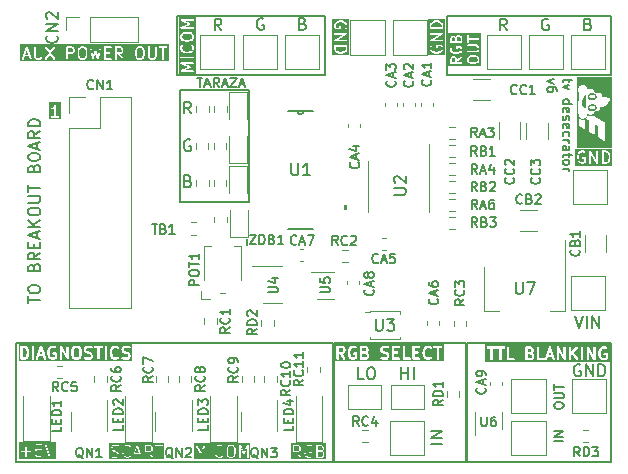
<source format=gbr>
%TF.GenerationSoftware,KiCad,Pcbnew,7.0.8*%
%TF.CreationDate,2024-04-14T12:45:35-04:00*%
%TF.ProjectId,tv desecrator,74762064-6573-4656-9372-61746f722e6b,rev?*%
%TF.SameCoordinates,Original*%
%TF.FileFunction,Legend,Top*%
%TF.FilePolarity,Positive*%
%FSLAX46Y46*%
G04 Gerber Fmt 4.6, Leading zero omitted, Abs format (unit mm)*
G04 Created by KiCad (PCBNEW 7.0.8) date 2024-04-14 12:45:35*
%MOMM*%
%LPD*%
G01*
G04 APERTURE LIST*
%ADD10C,0.150000*%
%ADD11C,0.200000*%
%ADD12C,0.100000*%
%ADD13C,0.160000*%
%ADD14C,0.120000*%
%ADD15C,0.152400*%
G04 APERTURE END LIST*
D10*
X42926000Y-46431200D02*
X54102000Y-46431200D01*
X54102000Y-56489600D01*
X42926000Y-56489600D01*
X42926000Y-46431200D01*
X29895800Y-24993600D02*
X35737800Y-24993600D01*
X35737800Y-34493200D01*
X29895800Y-34493200D01*
X29895800Y-24993600D01*
X35636200Y-37623350D02*
X35636200Y-38170250D01*
X29667200Y-18745200D02*
X42166200Y-18745200D01*
X42166200Y-23762800D01*
X29667200Y-23762800D01*
X29667200Y-18745200D01*
X54254400Y-46456600D02*
X66446400Y-46456600D01*
X66446400Y-56489600D01*
X54254400Y-56489600D01*
X54254400Y-46456600D01*
X16027400Y-46431200D02*
X42849800Y-46431200D01*
X42849800Y-56515000D01*
X16027400Y-56515000D01*
X16027400Y-46431200D01*
X52525000Y-18745200D02*
X66421000Y-18745200D01*
X66421000Y-23751200D01*
X52525000Y-23751200D01*
X52525000Y-18745200D01*
D11*
G36*
X16825605Y-46906640D02*
G01*
X16892678Y-46973713D01*
X16928130Y-47044618D01*
X16970101Y-47212499D01*
X16970101Y-47330737D01*
X16928130Y-47498618D01*
X16892677Y-47569524D01*
X16825606Y-47636597D01*
X16720541Y-47671619D01*
X16598673Y-47671619D01*
X16598673Y-46871619D01*
X16720541Y-46871619D01*
X16825605Y-46906640D01*
G37*
G36*
X21296578Y-46901423D02*
G01*
X21360757Y-46965602D01*
X21398672Y-47117261D01*
X21398672Y-47425975D01*
X21360756Y-47577635D01*
X21296580Y-47641813D01*
X21236970Y-47671619D01*
X21093708Y-47671619D01*
X21034098Y-47641814D01*
X20969921Y-47577636D01*
X20932006Y-47425975D01*
X20932006Y-47117262D01*
X20969921Y-46965602D01*
X21034100Y-46901423D01*
X21093708Y-46871619D01*
X21236970Y-46871619D01*
X21296578Y-46901423D01*
G37*
G36*
X18264692Y-47385904D02*
G01*
X18065987Y-47385904D01*
X18165339Y-47087846D01*
X18264692Y-47385904D01*
G37*
G36*
X25884386Y-48014476D02*
G01*
X16255816Y-48014476D01*
X16255816Y-47771619D01*
X16398673Y-47771619D01*
X16403567Y-47786681D01*
X16403567Y-47802521D01*
X16412876Y-47815334D01*
X16417771Y-47830398D01*
X16430584Y-47839707D01*
X16439894Y-47852521D01*
X16454957Y-47857415D01*
X16467771Y-47866725D01*
X16483610Y-47866725D01*
X16498673Y-47871619D01*
X16736768Y-47871619D01*
X16752183Y-47866610D01*
X16768391Y-47866487D01*
X16911247Y-47818868D01*
X16929794Y-47805176D01*
X16950336Y-47794710D01*
X16973427Y-47771619D01*
X17398673Y-47771619D01*
X17417771Y-47830398D01*
X17467771Y-47866725D01*
X17529575Y-47866725D01*
X17579575Y-47830398D01*
X17588867Y-47801798D01*
X17736668Y-47801798D01*
X17772615Y-47852072D01*
X17831247Y-47871617D01*
X17890169Y-47852965D01*
X17926874Y-47803242D01*
X17999320Y-47585904D01*
X18331358Y-47585904D01*
X18403804Y-47803241D01*
X18440509Y-47852965D01*
X18499431Y-47871616D01*
X18558063Y-47852072D01*
X18594010Y-47801798D01*
X18593540Y-47739996D01*
X18461224Y-47343047D01*
X18684387Y-47343047D01*
X18688233Y-47354884D01*
X18687373Y-47367301D01*
X18734992Y-47557776D01*
X18740902Y-47567222D01*
X18742563Y-47578244D01*
X18790182Y-47673482D01*
X18801556Y-47685030D01*
X18808914Y-47699471D01*
X18904152Y-47794711D01*
X18924696Y-47805179D01*
X18943240Y-47818868D01*
X19086097Y-47866487D01*
X19102304Y-47866610D01*
X19117720Y-47871619D01*
X19212958Y-47871619D01*
X19228373Y-47866610D01*
X19244581Y-47866487D01*
X19387437Y-47818868D01*
X19405984Y-47805176D01*
X19426526Y-47794710D01*
X19449617Y-47771619D01*
X19732006Y-47771619D01*
X19751104Y-47830398D01*
X19801104Y-47866725D01*
X19862908Y-47866725D01*
X19912908Y-47830398D01*
X19932006Y-47771619D01*
X19932006Y-47148175D01*
X20316610Y-47821233D01*
X20320787Y-47825028D01*
X20322532Y-47830398D01*
X20343330Y-47845509D01*
X20362354Y-47862792D01*
X20367965Y-47863407D01*
X20372532Y-47866725D01*
X20398235Y-47866725D01*
X20423789Y-47869526D01*
X20428691Y-47866725D01*
X20434336Y-47866725D01*
X20455131Y-47851616D01*
X20477450Y-47838863D01*
X20479769Y-47833716D01*
X20484336Y-47830398D01*
X20492278Y-47805952D01*
X20502839Y-47782515D01*
X20501689Y-47776987D01*
X20503434Y-47771619D01*
X20503434Y-47438285D01*
X20732006Y-47438285D01*
X20735852Y-47450122D01*
X20734992Y-47462539D01*
X20782611Y-47653014D01*
X20796784Y-47675664D01*
X20808914Y-47699471D01*
X20904152Y-47794711D01*
X20918595Y-47802070D01*
X20930142Y-47813443D01*
X21025379Y-47861062D01*
X21048177Y-47864495D01*
X21070101Y-47871619D01*
X21260577Y-47871619D01*
X21282500Y-47864495D01*
X21305298Y-47861062D01*
X21400536Y-47813443D01*
X21412084Y-47802068D01*
X21426526Y-47794710D01*
X21521764Y-47699471D01*
X21533895Y-47675662D01*
X21548067Y-47653015D01*
X21595686Y-47462539D01*
X21594825Y-47450122D01*
X21598672Y-47438285D01*
X21598672Y-47104952D01*
X21594825Y-47093114D01*
X21595686Y-47080698D01*
X21589845Y-47057333D01*
X21779625Y-47057333D01*
X21786748Y-47079256D01*
X21790182Y-47102054D01*
X21837801Y-47197292D01*
X21849174Y-47208839D01*
X21856533Y-47223282D01*
X21904152Y-47270900D01*
X21918593Y-47278258D01*
X21930142Y-47289633D01*
X22025379Y-47337252D01*
X22036400Y-47338912D01*
X22045847Y-47344823D01*
X22225672Y-47389779D01*
X22296579Y-47425233D01*
X22321248Y-47449901D01*
X22351053Y-47509511D01*
X22351053Y-47557535D01*
X22321248Y-47617143D01*
X22296579Y-47641813D01*
X22236970Y-47671619D01*
X22038708Y-47671619D01*
X21911248Y-47629132D01*
X21849446Y-47628662D01*
X21799172Y-47664609D01*
X21779627Y-47723241D01*
X21798279Y-47782163D01*
X21848002Y-47818868D01*
X21990859Y-47866487D01*
X22007066Y-47866610D01*
X22022482Y-47871619D01*
X22260577Y-47871619D01*
X22282500Y-47864495D01*
X22305298Y-47861062D01*
X22400536Y-47813443D01*
X22412084Y-47802068D01*
X22426526Y-47794710D01*
X22474145Y-47747090D01*
X22481502Y-47732649D01*
X22492877Y-47721101D01*
X22540496Y-47625864D01*
X22543929Y-47603065D01*
X22551053Y-47581142D01*
X22551053Y-47485904D01*
X22543929Y-47463980D01*
X22540496Y-47441182D01*
X22492877Y-47345945D01*
X22481502Y-47334396D01*
X22474144Y-47319955D01*
X22426526Y-47272336D01*
X22412083Y-47264977D01*
X22400536Y-47253604D01*
X22305298Y-47205985D01*
X22294276Y-47204324D01*
X22284830Y-47198414D01*
X22105005Y-47153457D01*
X22034098Y-47118004D01*
X22009430Y-47093335D01*
X21979625Y-47033725D01*
X21979625Y-46985702D01*
X22009430Y-46926092D01*
X22034098Y-46901423D01*
X22093708Y-46871619D01*
X22291969Y-46871619D01*
X22419430Y-46914106D01*
X22481232Y-46914576D01*
X22531506Y-46878629D01*
X22551050Y-46819997D01*
X22545518Y-46802521D01*
X22641662Y-46802521D01*
X22677989Y-46852521D01*
X22736768Y-46871619D01*
X22922482Y-46871619D01*
X22922482Y-47771619D01*
X22941580Y-47830398D01*
X22991580Y-47866725D01*
X23053384Y-47866725D01*
X23103384Y-47830398D01*
X23122482Y-47771619D01*
X23541530Y-47771619D01*
X23560628Y-47830398D01*
X23610628Y-47866725D01*
X23672432Y-47866725D01*
X23722432Y-47830398D01*
X23741530Y-47771619D01*
X23741530Y-47343047D01*
X23970101Y-47343047D01*
X23973947Y-47354884D01*
X23973087Y-47367301D01*
X24020706Y-47557776D01*
X24026616Y-47567222D01*
X24028277Y-47578244D01*
X24075896Y-47673482D01*
X24087270Y-47685030D01*
X24094628Y-47699471D01*
X24189866Y-47794711D01*
X24210410Y-47805179D01*
X24228954Y-47818868D01*
X24371811Y-47866487D01*
X24388018Y-47866610D01*
X24403434Y-47871619D01*
X24498672Y-47871619D01*
X24514087Y-47866610D01*
X24530295Y-47866487D01*
X24673151Y-47818868D01*
X24691698Y-47805176D01*
X24712240Y-47794710D01*
X24759859Y-47747090D01*
X24787917Y-47692022D01*
X24778249Y-47630980D01*
X24734546Y-47587279D01*
X24673504Y-47577611D01*
X24618436Y-47605670D01*
X24587509Y-47636597D01*
X24482445Y-47671619D01*
X24419660Y-47671619D01*
X24314595Y-47636597D01*
X24247525Y-47569527D01*
X24212071Y-47498618D01*
X24170101Y-47330737D01*
X24170101Y-47212500D01*
X24208892Y-47057333D01*
X24970101Y-47057333D01*
X24977224Y-47079256D01*
X24980658Y-47102054D01*
X25028277Y-47197292D01*
X25039650Y-47208839D01*
X25047009Y-47223282D01*
X25094628Y-47270900D01*
X25109069Y-47278258D01*
X25120618Y-47289633D01*
X25215855Y-47337252D01*
X25226876Y-47338912D01*
X25236323Y-47344823D01*
X25416148Y-47389779D01*
X25487055Y-47425233D01*
X25511724Y-47449901D01*
X25541529Y-47509511D01*
X25541529Y-47557535D01*
X25511724Y-47617143D01*
X25487055Y-47641813D01*
X25427446Y-47671619D01*
X25229184Y-47671619D01*
X25101724Y-47629132D01*
X25039922Y-47628662D01*
X24989648Y-47664609D01*
X24970103Y-47723241D01*
X24988755Y-47782163D01*
X25038478Y-47818868D01*
X25181335Y-47866487D01*
X25197542Y-47866610D01*
X25212958Y-47871619D01*
X25451053Y-47871619D01*
X25472976Y-47864495D01*
X25495774Y-47861062D01*
X25591012Y-47813443D01*
X25602560Y-47802068D01*
X25617002Y-47794710D01*
X25664621Y-47747090D01*
X25671978Y-47732649D01*
X25683353Y-47721101D01*
X25730972Y-47625864D01*
X25734405Y-47603065D01*
X25741529Y-47581142D01*
X25741529Y-47485904D01*
X25734405Y-47463980D01*
X25730972Y-47441182D01*
X25683353Y-47345945D01*
X25671978Y-47334396D01*
X25664620Y-47319955D01*
X25617002Y-47272336D01*
X25602559Y-47264977D01*
X25591012Y-47253604D01*
X25495774Y-47205985D01*
X25484752Y-47204324D01*
X25475306Y-47198414D01*
X25295481Y-47153457D01*
X25224574Y-47118004D01*
X25199906Y-47093335D01*
X25170101Y-47033725D01*
X25170101Y-46985702D01*
X25199906Y-46926092D01*
X25224574Y-46901423D01*
X25284184Y-46871619D01*
X25482445Y-46871619D01*
X25609906Y-46914106D01*
X25671708Y-46914576D01*
X25721982Y-46878629D01*
X25741526Y-46819997D01*
X25722875Y-46761075D01*
X25673151Y-46724370D01*
X25530295Y-46676751D01*
X25514087Y-46676627D01*
X25498672Y-46671619D01*
X25260577Y-46671619D01*
X25238653Y-46678742D01*
X25215855Y-46682176D01*
X25120618Y-46729795D01*
X25109069Y-46741169D01*
X25094628Y-46748528D01*
X25047009Y-46796146D01*
X25039650Y-46810588D01*
X25028277Y-46822136D01*
X24980658Y-46917374D01*
X24977224Y-46940171D01*
X24970101Y-46962095D01*
X24970101Y-47057333D01*
X24208892Y-47057333D01*
X24212071Y-47044618D01*
X24247524Y-46973712D01*
X24314596Y-46906640D01*
X24419660Y-46871619D01*
X24482445Y-46871619D01*
X24587510Y-46906640D01*
X24618437Y-46937567D01*
X24673504Y-46965626D01*
X24734547Y-46955958D01*
X24778249Y-46912256D01*
X24787917Y-46851213D01*
X24759858Y-46796146D01*
X24712240Y-46748527D01*
X24691696Y-46738059D01*
X24673151Y-46724370D01*
X24530295Y-46676751D01*
X24514087Y-46676627D01*
X24498672Y-46671619D01*
X24403434Y-46671619D01*
X24388018Y-46676627D01*
X24371811Y-46676751D01*
X24228954Y-46724370D01*
X24210407Y-46738060D01*
X24189866Y-46748527D01*
X24094628Y-46843765D01*
X24087269Y-46858207D01*
X24075896Y-46869755D01*
X24028277Y-46964993D01*
X24026616Y-46976014D01*
X24020706Y-46985461D01*
X23973087Y-47175936D01*
X23973947Y-47188352D01*
X23970101Y-47200190D01*
X23970101Y-47343047D01*
X23741530Y-47343047D01*
X23741530Y-46771619D01*
X23722432Y-46712840D01*
X23672432Y-46676513D01*
X23610628Y-46676513D01*
X23560628Y-46712840D01*
X23541530Y-46771619D01*
X23541530Y-47771619D01*
X23122482Y-47771619D01*
X23122482Y-46871619D01*
X23308196Y-46871619D01*
X23366975Y-46852521D01*
X23403302Y-46802521D01*
X23403302Y-46740717D01*
X23366975Y-46690717D01*
X23308196Y-46671619D01*
X22736768Y-46671619D01*
X22677989Y-46690717D01*
X22641662Y-46740717D01*
X22641662Y-46802521D01*
X22545518Y-46802521D01*
X22532399Y-46761075D01*
X22482675Y-46724370D01*
X22339819Y-46676751D01*
X22323611Y-46676627D01*
X22308196Y-46671619D01*
X22070101Y-46671619D01*
X22048177Y-46678742D01*
X22025379Y-46682176D01*
X21930142Y-46729795D01*
X21918593Y-46741169D01*
X21904152Y-46748528D01*
X21856533Y-46796146D01*
X21849174Y-46810588D01*
X21837801Y-46822136D01*
X21790182Y-46917374D01*
X21786748Y-46940171D01*
X21779625Y-46962095D01*
X21779625Y-47057333D01*
X21589845Y-47057333D01*
X21548067Y-46890222D01*
X21533894Y-46867573D01*
X21521764Y-46843765D01*
X21426526Y-46748527D01*
X21412083Y-46741168D01*
X21400536Y-46729795D01*
X21305298Y-46682176D01*
X21282500Y-46678742D01*
X21260577Y-46671619D01*
X21070101Y-46671619D01*
X21048177Y-46678742D01*
X21025379Y-46682176D01*
X20930142Y-46729795D01*
X20918594Y-46741168D01*
X20904152Y-46748527D01*
X20808914Y-46843765D01*
X20796782Y-46867574D01*
X20782611Y-46890223D01*
X20734992Y-47080698D01*
X20735852Y-47093114D01*
X20732006Y-47104952D01*
X20732006Y-47438285D01*
X20503434Y-47438285D01*
X20503434Y-46771619D01*
X20484336Y-46712840D01*
X20434336Y-46676513D01*
X20372532Y-46676513D01*
X20322532Y-46712840D01*
X20303434Y-46771619D01*
X20303434Y-47395062D01*
X19918830Y-46722005D01*
X19914652Y-46718209D01*
X19912908Y-46712840D01*
X19892109Y-46697728D01*
X19873086Y-46680446D01*
X19867474Y-46679830D01*
X19862908Y-46676513D01*
X19837205Y-46676513D01*
X19811651Y-46673712D01*
X19806749Y-46676513D01*
X19801104Y-46676513D01*
X19780304Y-46691624D01*
X19757990Y-46704376D01*
X19755671Y-46709521D01*
X19751104Y-46712840D01*
X19743160Y-46737286D01*
X19732601Y-46760723D01*
X19733750Y-46766250D01*
X19732006Y-46771619D01*
X19732006Y-47771619D01*
X19449617Y-47771619D01*
X19474145Y-47747090D01*
X19477807Y-47739902D01*
X19484336Y-47735159D01*
X19491573Y-47712884D01*
X19502203Y-47692022D01*
X19500940Y-47684053D01*
X19503434Y-47676380D01*
X19503434Y-47343047D01*
X19498540Y-47327984D01*
X19498540Y-47312145D01*
X19489230Y-47299331D01*
X19484336Y-47284268D01*
X19471522Y-47274958D01*
X19462213Y-47262145D01*
X19447149Y-47257250D01*
X19434336Y-47247941D01*
X19418497Y-47247941D01*
X19403434Y-47243047D01*
X19212958Y-47243047D01*
X19154179Y-47262145D01*
X19117852Y-47312145D01*
X19117852Y-47373949D01*
X19154179Y-47423949D01*
X19212958Y-47443047D01*
X19303434Y-47443047D01*
X19303434Y-47634959D01*
X19301795Y-47636597D01*
X19196731Y-47671619D01*
X19133946Y-47671619D01*
X19028881Y-47636597D01*
X18961811Y-47569527D01*
X18926357Y-47498618D01*
X18884387Y-47330737D01*
X18884387Y-47212500D01*
X18926357Y-47044618D01*
X18961810Y-46973712D01*
X19028882Y-46906640D01*
X19133946Y-46871619D01*
X19236970Y-46871619D01*
X19311093Y-46908681D01*
X19372208Y-46917886D01*
X19427060Y-46889410D01*
X19454700Y-46834131D01*
X19444569Y-46773164D01*
X19400536Y-46729795D01*
X19305298Y-46682176D01*
X19282500Y-46678742D01*
X19260577Y-46671619D01*
X19117720Y-46671619D01*
X19102304Y-46676627D01*
X19086097Y-46676751D01*
X18943240Y-46724370D01*
X18924693Y-46738060D01*
X18904152Y-46748527D01*
X18808914Y-46843765D01*
X18801555Y-46858207D01*
X18790182Y-46869755D01*
X18742563Y-46964993D01*
X18740902Y-46976014D01*
X18734992Y-46985461D01*
X18687373Y-47175936D01*
X18688233Y-47188352D01*
X18684387Y-47200190D01*
X18684387Y-47343047D01*
X18461224Y-47343047D01*
X18260207Y-46739996D01*
X18242284Y-46715717D01*
X18224730Y-46691166D01*
X18223975Y-46690914D01*
X18223502Y-46690273D01*
X18194676Y-46681148D01*
X18166098Y-46671622D01*
X18165340Y-46671861D01*
X18164580Y-46671621D01*
X18135941Y-46681167D01*
X18107176Y-46690273D01*
X18106702Y-46690914D01*
X18105948Y-46691166D01*
X18088381Y-46715733D01*
X18070471Y-46739997D01*
X17737138Y-47739996D01*
X17736668Y-47801798D01*
X17588867Y-47801798D01*
X17598673Y-47771619D01*
X17598673Y-46771619D01*
X17579575Y-46712840D01*
X17529575Y-46676513D01*
X17467771Y-46676513D01*
X17417771Y-46712840D01*
X17398673Y-46771619D01*
X17398673Y-47771619D01*
X16973427Y-47771619D01*
X17045574Y-47699471D01*
X17052932Y-47685029D01*
X17064306Y-47673482D01*
X17111925Y-47578245D01*
X17113585Y-47567223D01*
X17119496Y-47557777D01*
X17167115Y-47367301D01*
X17166254Y-47354884D01*
X17170101Y-47343047D01*
X17170101Y-47200190D01*
X17166254Y-47188352D01*
X17167115Y-47175936D01*
X17119496Y-46985460D01*
X17113585Y-46976013D01*
X17111925Y-46964992D01*
X17064306Y-46869755D01*
X17052932Y-46858207D01*
X17045574Y-46843765D01*
X16950336Y-46748527D01*
X16929792Y-46738059D01*
X16911247Y-46724370D01*
X16768391Y-46676751D01*
X16752183Y-46676627D01*
X16736768Y-46671619D01*
X16498673Y-46671619D01*
X16483610Y-46676513D01*
X16467771Y-46676513D01*
X16454957Y-46685822D01*
X16439894Y-46690717D01*
X16430584Y-46703530D01*
X16417771Y-46712840D01*
X16412876Y-46727903D01*
X16403567Y-46740717D01*
X16403567Y-46756556D01*
X16398673Y-46771619D01*
X16398673Y-47771619D01*
X16255816Y-47771619D01*
X16255816Y-46528762D01*
X25884386Y-46528762D01*
X25884386Y-48014476D01*
G37*
D10*
X61109388Y-19034238D02*
X61014150Y-18986619D01*
X61014150Y-18986619D02*
X60871293Y-18986619D01*
X60871293Y-18986619D02*
X60728436Y-19034238D01*
X60728436Y-19034238D02*
X60633198Y-19129476D01*
X60633198Y-19129476D02*
X60585579Y-19224714D01*
X60585579Y-19224714D02*
X60537960Y-19415190D01*
X60537960Y-19415190D02*
X60537960Y-19558047D01*
X60537960Y-19558047D02*
X60585579Y-19748523D01*
X60585579Y-19748523D02*
X60633198Y-19843761D01*
X60633198Y-19843761D02*
X60728436Y-19939000D01*
X60728436Y-19939000D02*
X60871293Y-19986619D01*
X60871293Y-19986619D02*
X60966531Y-19986619D01*
X60966531Y-19986619D02*
X61109388Y-19939000D01*
X61109388Y-19939000D02*
X61157007Y-19891380D01*
X61157007Y-19891380D02*
X61157007Y-19558047D01*
X61157007Y-19558047D02*
X60966531Y-19558047D01*
X30616712Y-32747009D02*
X30759569Y-32794628D01*
X30759569Y-32794628D02*
X30807188Y-32842247D01*
X30807188Y-32842247D02*
X30854807Y-32937485D01*
X30854807Y-32937485D02*
X30854807Y-33080342D01*
X30854807Y-33080342D02*
X30807188Y-33175580D01*
X30807188Y-33175580D02*
X30759569Y-33223200D01*
X30759569Y-33223200D02*
X30664331Y-33270819D01*
X30664331Y-33270819D02*
X30283379Y-33270819D01*
X30283379Y-33270819D02*
X30283379Y-32270819D01*
X30283379Y-32270819D02*
X30616712Y-32270819D01*
X30616712Y-32270819D02*
X30711950Y-32318438D01*
X30711950Y-32318438D02*
X30759569Y-32366057D01*
X30759569Y-32366057D02*
X30807188Y-32461295D01*
X30807188Y-32461295D02*
X30807188Y-32556533D01*
X30807188Y-32556533D02*
X30759569Y-32651771D01*
X30759569Y-32651771D02*
X30711950Y-32699390D01*
X30711950Y-32699390D02*
X30616712Y-32747009D01*
X30616712Y-32747009D02*
X30283379Y-32747009D01*
D12*
G36*
X34408304Y-55211131D02*
G01*
X34488010Y-55290837D01*
X34530778Y-55461907D01*
X34530778Y-55782930D01*
X34488010Y-55953999D01*
X34408302Y-56033708D01*
X34330880Y-56072419D01*
X34164011Y-56072419D01*
X34086588Y-56033707D01*
X34006879Y-55953998D01*
X33964112Y-55782930D01*
X33964112Y-55461907D01*
X34006879Y-55290837D01*
X34086585Y-55211131D01*
X34164011Y-55172419D01*
X34330880Y-55172419D01*
X34408304Y-55211131D01*
G37*
G36*
X35868873Y-56315276D02*
G01*
X31149827Y-56315276D01*
X31149827Y-56122419D01*
X31292684Y-56122419D01*
X31307329Y-56157774D01*
X31342684Y-56172419D01*
X31378039Y-56157774D01*
X31392684Y-56122419D01*
X31392684Y-55347796D01*
X31630708Y-55857849D01*
X31643324Y-55869402D01*
X31654873Y-55882013D01*
X31657207Y-55882115D01*
X31658930Y-55883693D01*
X31676017Y-55882942D01*
X31693104Y-55883693D01*
X31694826Y-55882115D01*
X31697161Y-55882013D01*
X31708712Y-55869399D01*
X31721326Y-55857848D01*
X31959350Y-55347796D01*
X31959350Y-56122419D01*
X31973995Y-56157774D01*
X32009350Y-56172419D01*
X32044705Y-56157774D01*
X32059350Y-56122419D01*
X32435541Y-56122419D01*
X32450186Y-56157774D01*
X32485541Y-56172419D01*
X32520896Y-56157774D01*
X32535541Y-56122419D01*
X32535541Y-55693847D01*
X32864112Y-55693847D01*
X32866538Y-55699703D01*
X32865605Y-55705974D01*
X32913224Y-55896450D01*
X32916607Y-55901015D01*
X32917010Y-55906684D01*
X32964628Y-56001921D01*
X32970844Y-56007312D01*
X32973994Y-56014916D01*
X33069233Y-56110155D01*
X33079985Y-56114608D01*
X33088777Y-56122234D01*
X33231633Y-56169853D01*
X33239841Y-56169269D01*
X33247445Y-56172419D01*
X33342683Y-56172419D01*
X33350286Y-56169269D01*
X33358494Y-56169853D01*
X33501351Y-56122234D01*
X33510141Y-56114609D01*
X33520896Y-56110155D01*
X33568515Y-56062535D01*
X33583158Y-56027180D01*
X33568514Y-55991824D01*
X33533158Y-55977181D01*
X33497803Y-55991825D01*
X33458530Y-56031098D01*
X33334570Y-56072419D01*
X33255558Y-56072419D01*
X33131598Y-56031099D01*
X33050442Y-55949942D01*
X33008907Y-55866872D01*
X32989460Y-55789085D01*
X33864112Y-55789085D01*
X33866538Y-55794941D01*
X33865605Y-55801212D01*
X33913224Y-55991688D01*
X33921228Y-56002491D01*
X33926375Y-56014916D01*
X34021614Y-56110155D01*
X34029216Y-56113304D01*
X34034608Y-56119521D01*
X34129846Y-56167140D01*
X34141454Y-56167965D01*
X34152207Y-56172419D01*
X34342683Y-56172419D01*
X34353435Y-56167965D01*
X34365044Y-56167140D01*
X34454487Y-56122419D01*
X34959350Y-56122419D01*
X34973995Y-56157774D01*
X35009350Y-56172419D01*
X35044705Y-56157774D01*
X35059350Y-56122419D01*
X35059350Y-55347796D01*
X35297374Y-55857849D01*
X35309990Y-55869402D01*
X35321539Y-55882013D01*
X35323873Y-55882115D01*
X35325596Y-55883693D01*
X35342683Y-55882942D01*
X35359770Y-55883693D01*
X35361492Y-55882115D01*
X35363827Y-55882013D01*
X35375378Y-55869399D01*
X35387992Y-55857848D01*
X35626016Y-55347796D01*
X35626016Y-56122419D01*
X35640661Y-56157774D01*
X35676016Y-56172419D01*
X35711371Y-56157774D01*
X35726016Y-56122419D01*
X35726016Y-55122419D01*
X35722614Y-55114208D01*
X35723005Y-55105332D01*
X35715579Y-55097223D01*
X35711371Y-55087064D01*
X35703161Y-55083663D01*
X35697160Y-55077110D01*
X35686175Y-55076627D01*
X35676016Y-55072419D01*
X35667805Y-55075820D01*
X35658929Y-55075430D01*
X35650819Y-55082855D01*
X35640661Y-55087064D01*
X35637260Y-55095272D01*
X35630707Y-55101274D01*
X35342682Y-55718469D01*
X35054659Y-55101275D01*
X35048105Y-55095273D01*
X35044705Y-55087064D01*
X35034545Y-55082855D01*
X35026437Y-55075430D01*
X35017560Y-55075820D01*
X35009350Y-55072419D01*
X34999190Y-55076627D01*
X34988206Y-55077110D01*
X34982204Y-55083663D01*
X34973995Y-55087064D01*
X34969786Y-55097223D01*
X34962361Y-55105332D01*
X34962751Y-55114208D01*
X34959350Y-55122419D01*
X34959350Y-56122419D01*
X34454487Y-56122419D01*
X34460281Y-56119522D01*
X34465672Y-56113304D01*
X34473277Y-56110155D01*
X34568515Y-56014916D01*
X34573660Y-56002491D01*
X34581666Y-55991688D01*
X34629285Y-55801212D01*
X34628351Y-55794941D01*
X34630778Y-55789085D01*
X34630778Y-55455752D01*
X34628351Y-55449895D01*
X34629285Y-55443625D01*
X34581666Y-55253149D01*
X34573659Y-55242343D01*
X34568514Y-55229921D01*
X34473276Y-55134683D01*
X34465673Y-55131533D01*
X34460281Y-55125316D01*
X34365044Y-55077698D01*
X34353435Y-55076872D01*
X34342683Y-55072419D01*
X34152207Y-55072419D01*
X34141454Y-55076872D01*
X34129846Y-55077698D01*
X34034608Y-55125317D01*
X34029216Y-55131533D01*
X34021614Y-55134683D01*
X33926376Y-55229921D01*
X33921230Y-55242343D01*
X33913224Y-55253149D01*
X33865605Y-55443625D01*
X33866538Y-55449895D01*
X33864112Y-55455752D01*
X33864112Y-55789085D01*
X32989460Y-55789085D01*
X32964112Y-55687692D01*
X32964112Y-55557145D01*
X33008907Y-55377965D01*
X33050443Y-55294893D01*
X33131596Y-55213739D01*
X33255558Y-55172419D01*
X33334570Y-55172419D01*
X33458531Y-55213739D01*
X33497803Y-55253012D01*
X33533159Y-55267656D01*
X33568514Y-55253012D01*
X33583158Y-55217657D01*
X33568514Y-55182301D01*
X33520895Y-55134683D01*
X33510142Y-55130229D01*
X33501351Y-55122604D01*
X33358494Y-55074985D01*
X33350286Y-55075568D01*
X33342683Y-55072419D01*
X33247445Y-55072419D01*
X33239841Y-55075568D01*
X33231633Y-55074985D01*
X33088777Y-55122604D01*
X33079985Y-55130229D01*
X33069233Y-55134683D01*
X32973995Y-55229921D01*
X32970845Y-55237523D01*
X32964628Y-55242916D01*
X32917010Y-55338153D01*
X32916607Y-55343821D01*
X32913224Y-55348387D01*
X32865605Y-55538863D01*
X32866538Y-55545133D01*
X32864112Y-55550990D01*
X32864112Y-55693847D01*
X32535541Y-55693847D01*
X32535541Y-55122419D01*
X32520896Y-55087064D01*
X32485541Y-55072419D01*
X32450186Y-55087064D01*
X32435541Y-55122419D01*
X32435541Y-56122419D01*
X32059350Y-56122419D01*
X32059350Y-55122419D01*
X32055948Y-55114208D01*
X32056339Y-55105332D01*
X32048913Y-55097223D01*
X32044705Y-55087064D01*
X32036495Y-55083663D01*
X32030494Y-55077110D01*
X32019509Y-55076627D01*
X32009350Y-55072419D01*
X32001139Y-55075820D01*
X31992263Y-55075430D01*
X31984153Y-55082855D01*
X31973995Y-55087064D01*
X31970594Y-55095272D01*
X31964041Y-55101274D01*
X31676016Y-55718469D01*
X31387993Y-55101275D01*
X31381439Y-55095273D01*
X31378039Y-55087064D01*
X31367879Y-55082855D01*
X31359771Y-55075430D01*
X31350894Y-55075820D01*
X31342684Y-55072419D01*
X31332524Y-55076627D01*
X31321540Y-55077110D01*
X31315538Y-55083663D01*
X31307329Y-55087064D01*
X31303120Y-55097223D01*
X31295695Y-55105332D01*
X31296085Y-55114208D01*
X31292684Y-55122419D01*
X31292684Y-56122419D01*
X31149827Y-56122419D01*
X31149827Y-54929562D01*
X35868873Y-54929562D01*
X35868873Y-56315276D01*
G37*
D11*
X52140419Y-54976926D02*
X51140419Y-54976926D01*
X52140419Y-54500736D02*
X51140419Y-54500736D01*
X51140419Y-54500736D02*
X52140419Y-53929308D01*
X52140419Y-53929308D02*
X51140419Y-53929308D01*
D10*
X30854807Y-27022419D02*
X30521474Y-26546228D01*
X30283379Y-27022419D02*
X30283379Y-26022419D01*
X30283379Y-26022419D02*
X30664331Y-26022419D01*
X30664331Y-26022419D02*
X30759569Y-26070038D01*
X30759569Y-26070038D02*
X30807188Y-26117657D01*
X30807188Y-26117657D02*
X30854807Y-26212895D01*
X30854807Y-26212895D02*
X30854807Y-26355752D01*
X30854807Y-26355752D02*
X30807188Y-26450990D01*
X30807188Y-26450990D02*
X30759569Y-26498609D01*
X30759569Y-26498609D02*
X30664331Y-26546228D01*
X30664331Y-26546228D02*
X30283379Y-26546228D01*
G36*
X53195544Y-22366724D02*
G01*
X53221188Y-22392368D01*
X53250685Y-22451361D01*
X53250685Y-22701514D01*
X52929257Y-22701514D01*
X52929257Y-22451361D01*
X52958753Y-22392368D01*
X52984398Y-22366724D01*
X53043390Y-22337228D01*
X53136552Y-22337228D01*
X53195544Y-22366724D01*
G37*
G36*
X55036341Y-22265664D02*
G01*
X55098760Y-22328083D01*
X55128257Y-22387075D01*
X55128257Y-22523094D01*
X55098760Y-22582086D01*
X55036341Y-22644505D01*
X54894023Y-22680085D01*
X54612491Y-22680085D01*
X54470171Y-22644505D01*
X54407753Y-22582087D01*
X54378257Y-22523094D01*
X54378257Y-22387075D01*
X54407753Y-22328082D01*
X54470171Y-22265664D01*
X54612491Y-22230085D01*
X54894023Y-22230085D01*
X55036341Y-22265664D01*
G37*
G36*
X53152686Y-20609580D02*
G01*
X53178331Y-20635226D01*
X53207828Y-20694219D01*
X53207828Y-20901514D01*
X52929257Y-20901514D01*
X52929257Y-20694219D01*
X52958753Y-20635226D01*
X52984398Y-20609580D01*
X53043390Y-20580085D01*
X53093695Y-20580085D01*
X53152686Y-20609580D01*
G37*
G36*
X53624115Y-20566724D02*
G01*
X53649761Y-20592369D01*
X53679257Y-20651361D01*
X53679257Y-20901514D01*
X53357828Y-20901514D01*
X53357828Y-20688683D01*
X53391237Y-20588455D01*
X53412968Y-20566724D01*
X53471962Y-20537228D01*
X53565123Y-20537228D01*
X53624115Y-20566724D01*
G37*
G36*
X55406828Y-22980085D02*
G01*
X52650686Y-22980085D01*
X52650686Y-22776514D01*
X52779257Y-22776514D01*
X52785920Y-22794822D01*
X52789305Y-22814014D01*
X52794489Y-22818364D01*
X52796804Y-22824723D01*
X52813677Y-22834465D01*
X52828605Y-22846991D01*
X52838347Y-22848708D01*
X52841233Y-22850375D01*
X52844515Y-22849796D01*
X52854257Y-22851514D01*
X53754257Y-22851514D01*
X53802466Y-22833967D01*
X53828118Y-22789538D01*
X53819209Y-22739014D01*
X53779909Y-22706037D01*
X53754257Y-22701514D01*
X53400685Y-22701514D01*
X53400685Y-22601277D01*
X53487082Y-22540799D01*
X54228257Y-22540799D01*
X54229790Y-22545011D01*
X54228748Y-22549373D01*
X54236175Y-22574340D01*
X54279032Y-22660055D01*
X54280221Y-22661180D01*
X54293081Y-22679547D01*
X54378795Y-22765261D01*
X54385502Y-22768388D01*
X54389849Y-22774379D01*
X54413638Y-22784989D01*
X54585067Y-22827846D01*
X54588515Y-22827485D01*
X54603257Y-22830085D01*
X54903257Y-22830085D01*
X54906514Y-22828899D01*
X54921447Y-22827846D01*
X55092875Y-22784989D01*
X55099007Y-22780846D01*
X55106381Y-22780202D01*
X55127718Y-22765261D01*
X55213433Y-22679547D01*
X55214124Y-22678064D01*
X55227482Y-22660055D01*
X55270339Y-22574340D01*
X55270851Y-22569886D01*
X55273734Y-22566451D01*
X55278257Y-22540799D01*
X55278257Y-22369371D01*
X55276723Y-22365157D01*
X55277765Y-22360797D01*
X55270339Y-22335830D01*
X55227482Y-22250115D01*
X55226295Y-22248991D01*
X55213433Y-22230623D01*
X55127718Y-22144909D01*
X55121010Y-22141781D01*
X55116664Y-22135791D01*
X55092875Y-22125181D01*
X54921447Y-22082324D01*
X54917998Y-22082684D01*
X54903257Y-22080085D01*
X54603257Y-22080085D01*
X54599999Y-22081270D01*
X54585067Y-22082324D01*
X54413638Y-22125181D01*
X54407505Y-22129322D01*
X54400132Y-22129968D01*
X54378795Y-22144909D01*
X54293081Y-22230623D01*
X54292390Y-22232104D01*
X54279032Y-22250115D01*
X54236175Y-22335830D01*
X54235662Y-22340283D01*
X54232780Y-22343719D01*
X54228257Y-22369371D01*
X54228257Y-22540799D01*
X53487082Y-22540799D01*
X53797267Y-22323670D01*
X53826699Y-22281649D01*
X53822235Y-22230541D01*
X53785963Y-22194259D01*
X53734856Y-22189780D01*
X53711248Y-22200785D01*
X53398578Y-22419653D01*
X53392767Y-22400116D01*
X53349910Y-22314401D01*
X53348723Y-22313277D01*
X53335861Y-22294909D01*
X53293004Y-22252052D01*
X53291522Y-22251361D01*
X53273512Y-22238003D01*
X53187798Y-22195146D01*
X53183344Y-22194633D01*
X53179909Y-22191751D01*
X53154257Y-22187228D01*
X53025685Y-22187228D01*
X53021471Y-22188761D01*
X53017110Y-22187720D01*
X52992144Y-22195146D01*
X52906430Y-22238003D01*
X52905306Y-22239189D01*
X52886938Y-22252052D01*
X52844081Y-22294909D01*
X52843390Y-22296390D01*
X52830032Y-22314401D01*
X52787175Y-22400116D01*
X52786662Y-22404569D01*
X52783780Y-22408005D01*
X52779257Y-22433657D01*
X52779257Y-22776514D01*
X52650686Y-22776514D01*
X52650686Y-21619371D01*
X52779257Y-21619371D01*
X52779817Y-21620909D01*
X52783106Y-21643088D01*
X52825963Y-21771659D01*
X52828749Y-21775170D01*
X52829140Y-21779638D01*
X52844081Y-21800975D01*
X52929795Y-21886690D01*
X52931277Y-21887381D01*
X52949287Y-21900739D01*
X53035001Y-21943596D01*
X53038529Y-21944002D01*
X53050352Y-21949275D01*
X53221781Y-21992132D01*
X53225229Y-21991771D01*
X53239971Y-21994371D01*
X53368542Y-21994371D01*
X53371799Y-21993185D01*
X53386732Y-21992132D01*
X53558161Y-21949275D01*
X53561105Y-21947286D01*
X53573512Y-21943596D01*
X53659226Y-21900739D01*
X53660351Y-21899549D01*
X53678718Y-21886690D01*
X53764433Y-21800975D01*
X53766328Y-21796910D01*
X53770148Y-21794564D01*
X53782551Y-21771659D01*
X53787655Y-21756347D01*
X54229396Y-21756347D01*
X54238305Y-21806871D01*
X54277605Y-21839848D01*
X54303257Y-21844371D01*
X55031828Y-21844371D01*
X55036041Y-21842837D01*
X55040402Y-21843879D01*
X55065369Y-21836453D01*
X55151083Y-21793596D01*
X55152208Y-21792407D01*
X55170574Y-21779548D01*
X55213433Y-21736690D01*
X55214124Y-21735208D01*
X55227482Y-21717198D01*
X55270339Y-21631483D01*
X55270851Y-21627029D01*
X55273734Y-21623594D01*
X55278257Y-21597942D01*
X55278257Y-21426514D01*
X55276723Y-21422300D01*
X55277765Y-21417940D01*
X55270339Y-21392973D01*
X55227482Y-21307258D01*
X55226294Y-21306133D01*
X55213433Y-21287766D01*
X55170574Y-21244908D01*
X55169091Y-21244216D01*
X55151083Y-21230860D01*
X55065369Y-21188003D01*
X55060915Y-21187490D01*
X55057480Y-21184608D01*
X55031828Y-21180085D01*
X54303257Y-21180085D01*
X54255048Y-21197632D01*
X54229396Y-21242061D01*
X54238305Y-21292585D01*
X54277605Y-21325562D01*
X54303257Y-21330085D01*
X55014123Y-21330085D01*
X55073115Y-21359581D01*
X55098761Y-21385226D01*
X55128257Y-21444218D01*
X55128257Y-21580237D01*
X55098761Y-21639229D01*
X55073115Y-21664874D01*
X55014123Y-21694371D01*
X54303257Y-21694371D01*
X54255048Y-21711918D01*
X54229396Y-21756347D01*
X53787655Y-21756347D01*
X53825408Y-21643088D01*
X53825363Y-21641453D01*
X53829257Y-21619371D01*
X53829257Y-21533657D01*
X53828696Y-21532118D01*
X53825408Y-21509940D01*
X53782551Y-21381368D01*
X53779763Y-21377856D01*
X53779373Y-21373388D01*
X53764433Y-21352052D01*
X53721574Y-21309194D01*
X53706736Y-21302275D01*
X53694194Y-21291751D01*
X53678066Y-21288907D01*
X53675078Y-21287514D01*
X53673127Y-21288036D01*
X53668542Y-21287228D01*
X53368542Y-21287228D01*
X53350233Y-21293891D01*
X53331042Y-21297276D01*
X53326691Y-21302460D01*
X53320333Y-21304775D01*
X53310590Y-21321648D01*
X53298065Y-21336576D01*
X53296347Y-21346318D01*
X53294681Y-21349204D01*
X53295259Y-21352486D01*
X53293542Y-21362228D01*
X53293542Y-21533657D01*
X53311089Y-21581866D01*
X53355518Y-21607518D01*
X53406042Y-21598609D01*
X53439019Y-21559309D01*
X53443542Y-21533657D01*
X53443542Y-21437228D01*
X53637477Y-21437228D01*
X53645848Y-21445599D01*
X53679257Y-21545826D01*
X53679257Y-21607201D01*
X53645848Y-21707428D01*
X53581258Y-21772018D01*
X53513795Y-21805749D01*
X53359308Y-21844371D01*
X53249205Y-21844371D01*
X53094717Y-21805749D01*
X53027255Y-21772018D01*
X52962666Y-21707428D01*
X52929257Y-21607201D01*
X52929257Y-21508504D01*
X52964196Y-21438626D01*
X52970061Y-21387659D01*
X52941794Y-21344846D01*
X52892620Y-21330220D01*
X52845549Y-21350623D01*
X52830032Y-21371544D01*
X52787175Y-21457259D01*
X52786662Y-21461712D01*
X52783780Y-21465148D01*
X52779257Y-21490800D01*
X52779257Y-21619371D01*
X52650686Y-21619371D01*
X52650686Y-20976514D01*
X52779257Y-20976514D01*
X52785920Y-20994822D01*
X52789305Y-21014014D01*
X52794489Y-21018364D01*
X52796804Y-21024723D01*
X52813677Y-21034465D01*
X52828605Y-21046991D01*
X52838347Y-21048708D01*
X52841233Y-21050375D01*
X52844515Y-21049796D01*
X52854257Y-21051514D01*
X53754257Y-21051514D01*
X53772565Y-21044850D01*
X53791757Y-21041466D01*
X53796107Y-21036281D01*
X53802466Y-21033967D01*
X53812208Y-21017093D01*
X53824734Y-21002166D01*
X53826451Y-20992423D01*
X53828118Y-20989538D01*
X53827539Y-20986255D01*
X53829257Y-20976514D01*
X53829257Y-20955085D01*
X54228257Y-20955085D01*
X54245804Y-21003294D01*
X54290233Y-21028946D01*
X54340757Y-21020037D01*
X54373734Y-20980737D01*
X54378257Y-20955085D01*
X54378257Y-20772942D01*
X55203257Y-20772942D01*
X55251466Y-20755395D01*
X55277118Y-20710966D01*
X55268209Y-20660442D01*
X55228909Y-20627465D01*
X55203257Y-20622942D01*
X54378257Y-20622942D01*
X54378257Y-20440800D01*
X54360710Y-20392591D01*
X54316281Y-20366939D01*
X54265757Y-20375848D01*
X54232780Y-20415148D01*
X54228257Y-20440800D01*
X54228257Y-20955085D01*
X53829257Y-20955085D01*
X53829257Y-20633657D01*
X53827723Y-20629443D01*
X53828765Y-20625083D01*
X53821339Y-20600116D01*
X53778482Y-20514401D01*
X53777294Y-20513276D01*
X53764433Y-20494909D01*
X53721574Y-20452051D01*
X53720091Y-20451359D01*
X53702083Y-20438003D01*
X53616369Y-20395146D01*
X53611915Y-20394633D01*
X53608480Y-20391751D01*
X53582828Y-20387228D01*
X53454257Y-20387228D01*
X53450043Y-20388761D01*
X53445683Y-20387720D01*
X53420716Y-20395146D01*
X53335001Y-20438003D01*
X53333877Y-20439189D01*
X53315509Y-20452052D01*
X53272652Y-20494909D01*
X53270757Y-20498971D01*
X53266937Y-20501319D01*
X53263290Y-20508053D01*
X53250148Y-20494910D01*
X53248666Y-20494219D01*
X53230655Y-20480860D01*
X53144941Y-20438003D01*
X53140487Y-20437490D01*
X53137052Y-20434608D01*
X53111400Y-20430085D01*
X53025685Y-20430085D01*
X53021471Y-20431618D01*
X53017110Y-20430577D01*
X52992144Y-20438003D01*
X52906430Y-20480860D01*
X52905305Y-20482047D01*
X52886938Y-20494909D01*
X52844080Y-20537768D01*
X52843388Y-20539250D01*
X52830032Y-20557259D01*
X52787175Y-20642973D01*
X52786662Y-20647426D01*
X52783780Y-20650862D01*
X52779257Y-20676514D01*
X52779257Y-20976514D01*
X52650686Y-20976514D01*
X52650686Y-20238368D01*
X55406828Y-20238368D01*
X55406828Y-22980085D01*
G37*
X62861638Y-24076274D02*
X62861638Y-24381036D01*
X63128304Y-24190560D02*
X62442590Y-24190560D01*
X62442590Y-24190560D02*
X62366400Y-24228655D01*
X62366400Y-24228655D02*
X62328304Y-24304845D01*
X62328304Y-24304845D02*
X62328304Y-24381036D01*
X62861638Y-24571512D02*
X62328304Y-24761988D01*
X62328304Y-24761988D02*
X62861638Y-24952465D01*
X62328304Y-26209608D02*
X63128304Y-26209608D01*
X62366400Y-26209608D02*
X62328304Y-26133417D01*
X62328304Y-26133417D02*
X62328304Y-25981036D01*
X62328304Y-25981036D02*
X62366400Y-25904846D01*
X62366400Y-25904846D02*
X62404495Y-25866751D01*
X62404495Y-25866751D02*
X62480685Y-25828655D01*
X62480685Y-25828655D02*
X62709257Y-25828655D01*
X62709257Y-25828655D02*
X62785447Y-25866751D01*
X62785447Y-25866751D02*
X62823542Y-25904846D01*
X62823542Y-25904846D02*
X62861638Y-25981036D01*
X62861638Y-25981036D02*
X62861638Y-26133417D01*
X62861638Y-26133417D02*
X62823542Y-26209608D01*
X62366400Y-26895323D02*
X62328304Y-26819132D01*
X62328304Y-26819132D02*
X62328304Y-26666751D01*
X62328304Y-26666751D02*
X62366400Y-26590561D01*
X62366400Y-26590561D02*
X62442590Y-26552465D01*
X62442590Y-26552465D02*
X62747352Y-26552465D01*
X62747352Y-26552465D02*
X62823542Y-26590561D01*
X62823542Y-26590561D02*
X62861638Y-26666751D01*
X62861638Y-26666751D02*
X62861638Y-26819132D01*
X62861638Y-26819132D02*
X62823542Y-26895323D01*
X62823542Y-26895323D02*
X62747352Y-26933418D01*
X62747352Y-26933418D02*
X62671161Y-26933418D01*
X62671161Y-26933418D02*
X62594971Y-26552465D01*
X62366400Y-27238179D02*
X62328304Y-27314370D01*
X62328304Y-27314370D02*
X62328304Y-27466751D01*
X62328304Y-27466751D02*
X62366400Y-27542941D01*
X62366400Y-27542941D02*
X62442590Y-27581037D01*
X62442590Y-27581037D02*
X62480685Y-27581037D01*
X62480685Y-27581037D02*
X62556876Y-27542941D01*
X62556876Y-27542941D02*
X62594971Y-27466751D01*
X62594971Y-27466751D02*
X62594971Y-27352465D01*
X62594971Y-27352465D02*
X62633066Y-27276275D01*
X62633066Y-27276275D02*
X62709257Y-27238179D01*
X62709257Y-27238179D02*
X62747352Y-27238179D01*
X62747352Y-27238179D02*
X62823542Y-27276275D01*
X62823542Y-27276275D02*
X62861638Y-27352465D01*
X62861638Y-27352465D02*
X62861638Y-27466751D01*
X62861638Y-27466751D02*
X62823542Y-27542941D01*
X62366400Y-28228656D02*
X62328304Y-28152465D01*
X62328304Y-28152465D02*
X62328304Y-28000084D01*
X62328304Y-28000084D02*
X62366400Y-27923894D01*
X62366400Y-27923894D02*
X62442590Y-27885798D01*
X62442590Y-27885798D02*
X62747352Y-27885798D01*
X62747352Y-27885798D02*
X62823542Y-27923894D01*
X62823542Y-27923894D02*
X62861638Y-28000084D01*
X62861638Y-28000084D02*
X62861638Y-28152465D01*
X62861638Y-28152465D02*
X62823542Y-28228656D01*
X62823542Y-28228656D02*
X62747352Y-28266751D01*
X62747352Y-28266751D02*
X62671161Y-28266751D01*
X62671161Y-28266751D02*
X62594971Y-27885798D01*
X62366400Y-28952465D02*
X62328304Y-28876274D01*
X62328304Y-28876274D02*
X62328304Y-28723893D01*
X62328304Y-28723893D02*
X62366400Y-28647703D01*
X62366400Y-28647703D02*
X62404495Y-28609608D01*
X62404495Y-28609608D02*
X62480685Y-28571512D01*
X62480685Y-28571512D02*
X62709257Y-28571512D01*
X62709257Y-28571512D02*
X62785447Y-28609608D01*
X62785447Y-28609608D02*
X62823542Y-28647703D01*
X62823542Y-28647703D02*
X62861638Y-28723893D01*
X62861638Y-28723893D02*
X62861638Y-28876274D01*
X62861638Y-28876274D02*
X62823542Y-28952465D01*
X62328304Y-29295322D02*
X62861638Y-29295322D01*
X62709257Y-29295322D02*
X62785447Y-29333417D01*
X62785447Y-29333417D02*
X62823542Y-29371512D01*
X62823542Y-29371512D02*
X62861638Y-29447703D01*
X62861638Y-29447703D02*
X62861638Y-29523893D01*
X62328304Y-30133417D02*
X62747352Y-30133417D01*
X62747352Y-30133417D02*
X62823542Y-30095322D01*
X62823542Y-30095322D02*
X62861638Y-30019131D01*
X62861638Y-30019131D02*
X62861638Y-29866750D01*
X62861638Y-29866750D02*
X62823542Y-29790560D01*
X62366400Y-30133417D02*
X62328304Y-30057226D01*
X62328304Y-30057226D02*
X62328304Y-29866750D01*
X62328304Y-29866750D02*
X62366400Y-29790560D01*
X62366400Y-29790560D02*
X62442590Y-29752464D01*
X62442590Y-29752464D02*
X62518780Y-29752464D01*
X62518780Y-29752464D02*
X62594971Y-29790560D01*
X62594971Y-29790560D02*
X62633066Y-29866750D01*
X62633066Y-29866750D02*
X62633066Y-30057226D01*
X62633066Y-30057226D02*
X62671161Y-30133417D01*
X62861638Y-30400084D02*
X62861638Y-30704846D01*
X63128304Y-30514370D02*
X62442590Y-30514370D01*
X62442590Y-30514370D02*
X62366400Y-30552465D01*
X62366400Y-30552465D02*
X62328304Y-30628655D01*
X62328304Y-30628655D02*
X62328304Y-30704846D01*
X62328304Y-31085798D02*
X62366400Y-31009608D01*
X62366400Y-31009608D02*
X62404495Y-30971513D01*
X62404495Y-30971513D02*
X62480685Y-30933417D01*
X62480685Y-30933417D02*
X62709257Y-30933417D01*
X62709257Y-30933417D02*
X62785447Y-30971513D01*
X62785447Y-30971513D02*
X62823542Y-31009608D01*
X62823542Y-31009608D02*
X62861638Y-31085798D01*
X62861638Y-31085798D02*
X62861638Y-31200084D01*
X62861638Y-31200084D02*
X62823542Y-31276275D01*
X62823542Y-31276275D02*
X62785447Y-31314370D01*
X62785447Y-31314370D02*
X62709257Y-31352465D01*
X62709257Y-31352465D02*
X62480685Y-31352465D01*
X62480685Y-31352465D02*
X62404495Y-31314370D01*
X62404495Y-31314370D02*
X62366400Y-31276275D01*
X62366400Y-31276275D02*
X62328304Y-31200084D01*
X62328304Y-31200084D02*
X62328304Y-31085798D01*
X62328304Y-31695323D02*
X62861638Y-31695323D01*
X62709257Y-31695323D02*
X62785447Y-31733418D01*
X62785447Y-31733418D02*
X62823542Y-31771513D01*
X62823542Y-31771513D02*
X62861638Y-31847704D01*
X62861638Y-31847704D02*
X62861638Y-31923894D01*
X61573638Y-24114369D02*
X61040304Y-24304845D01*
X61040304Y-24304845D02*
X61573638Y-24495322D01*
X61840304Y-25142941D02*
X61840304Y-24990560D01*
X61840304Y-24990560D02*
X61802209Y-24914369D01*
X61802209Y-24914369D02*
X61764114Y-24876274D01*
X61764114Y-24876274D02*
X61649828Y-24800084D01*
X61649828Y-24800084D02*
X61497447Y-24761988D01*
X61497447Y-24761988D02*
X61192685Y-24761988D01*
X61192685Y-24761988D02*
X61116495Y-24800084D01*
X61116495Y-24800084D02*
X61078400Y-24838179D01*
X61078400Y-24838179D02*
X61040304Y-24914369D01*
X61040304Y-24914369D02*
X61040304Y-25066750D01*
X61040304Y-25066750D02*
X61078400Y-25142941D01*
X61078400Y-25142941D02*
X61116495Y-25181036D01*
X61116495Y-25181036D02*
X61192685Y-25219131D01*
X61192685Y-25219131D02*
X61383161Y-25219131D01*
X61383161Y-25219131D02*
X61459352Y-25181036D01*
X61459352Y-25181036D02*
X61497447Y-25142941D01*
X61497447Y-25142941D02*
X61535542Y-25066750D01*
X61535542Y-25066750D02*
X61535542Y-24914369D01*
X61535542Y-24914369D02*
X61497447Y-24838179D01*
X61497447Y-24838179D02*
X61459352Y-24800084D01*
X61459352Y-24800084D02*
X61383161Y-24761988D01*
X30807188Y-29270438D02*
X30711950Y-29222819D01*
X30711950Y-29222819D02*
X30569093Y-29222819D01*
X30569093Y-29222819D02*
X30426236Y-29270438D01*
X30426236Y-29270438D02*
X30330998Y-29365676D01*
X30330998Y-29365676D02*
X30283379Y-29460914D01*
X30283379Y-29460914D02*
X30235760Y-29651390D01*
X30235760Y-29651390D02*
X30235760Y-29794247D01*
X30235760Y-29794247D02*
X30283379Y-29984723D01*
X30283379Y-29984723D02*
X30330998Y-30079961D01*
X30330998Y-30079961D02*
X30426236Y-30175200D01*
X30426236Y-30175200D02*
X30569093Y-30222819D01*
X30569093Y-30222819D02*
X30664331Y-30222819D01*
X30664331Y-30222819D02*
X30807188Y-30175200D01*
X30807188Y-30175200D02*
X30854807Y-30127580D01*
X30854807Y-30127580D02*
X30854807Y-29794247D01*
X30854807Y-29794247D02*
X30664331Y-29794247D01*
X36979388Y-18983438D02*
X36884150Y-18935819D01*
X36884150Y-18935819D02*
X36741293Y-18935819D01*
X36741293Y-18935819D02*
X36598436Y-18983438D01*
X36598436Y-18983438D02*
X36503198Y-19078676D01*
X36503198Y-19078676D02*
X36455579Y-19173914D01*
X36455579Y-19173914D02*
X36407960Y-19364390D01*
X36407960Y-19364390D02*
X36407960Y-19507247D01*
X36407960Y-19507247D02*
X36455579Y-19697723D01*
X36455579Y-19697723D02*
X36503198Y-19792961D01*
X36503198Y-19792961D02*
X36598436Y-19888200D01*
X36598436Y-19888200D02*
X36741293Y-19935819D01*
X36741293Y-19935819D02*
X36836531Y-19935819D01*
X36836531Y-19935819D02*
X36979388Y-19888200D01*
X36979388Y-19888200D02*
X37027007Y-19840580D01*
X37027007Y-19840580D02*
X37027007Y-19507247D01*
X37027007Y-19507247D02*
X36836531Y-19507247D01*
G36*
X30854417Y-20303712D02*
G01*
X30926361Y-20375655D01*
X30960619Y-20444171D01*
X30960619Y-20599237D01*
X30926361Y-20667752D01*
X30854417Y-20739695D01*
X30693051Y-20780037D01*
X30378186Y-20780037D01*
X30216819Y-20739695D01*
X30144877Y-20667753D01*
X30110619Y-20599237D01*
X30110619Y-20444171D01*
X30144877Y-20375655D01*
X30216819Y-20303712D01*
X30378186Y-20263371D01*
X30693051Y-20263371D01*
X30854417Y-20303712D01*
G37*
G36*
X31253476Y-23644322D02*
G01*
X29817762Y-23644322D01*
X29817762Y-22766314D01*
X29960902Y-22766314D01*
X29967822Y-22781165D01*
X29970667Y-22797299D01*
X29978339Y-22803737D01*
X29982570Y-22812816D01*
X30003903Y-22827763D01*
X30572550Y-23093132D01*
X30003903Y-23358501D01*
X29996822Y-23365586D01*
X29987410Y-23369012D01*
X29979217Y-23383201D01*
X29967637Y-23394789D01*
X29966766Y-23404765D01*
X29961758Y-23413441D01*
X29964603Y-23429576D01*
X29963180Y-23445898D01*
X29968927Y-23454101D01*
X29970667Y-23463965D01*
X29983217Y-23474496D01*
X29992619Y-23487914D01*
X30002293Y-23490503D01*
X30009967Y-23496942D01*
X30035619Y-23501465D01*
X31035619Y-23501465D01*
X31083828Y-23483918D01*
X31109480Y-23439489D01*
X31100571Y-23388965D01*
X31061271Y-23355988D01*
X31035619Y-23351465D01*
X30373687Y-23351465D01*
X30781621Y-23161096D01*
X30795379Y-23147329D01*
X30811328Y-23136169D01*
X30813087Y-23129609D01*
X30817886Y-23124808D01*
X30819577Y-23105419D01*
X30824621Y-23086618D01*
X30821753Y-23080464D01*
X30822344Y-23073699D01*
X30811172Y-23057755D01*
X30802953Y-23040115D01*
X30794818Y-23034415D01*
X30792904Y-23031683D01*
X30789692Y-23030823D01*
X30781621Y-23025168D01*
X30373687Y-22834799D01*
X31035619Y-22834799D01*
X31083828Y-22817252D01*
X31109480Y-22772823D01*
X31100571Y-22722299D01*
X31061271Y-22689322D01*
X31035619Y-22684799D01*
X30035619Y-22684799D01*
X30026206Y-22688224D01*
X30016229Y-22687349D01*
X30002804Y-22696742D01*
X29987410Y-22702346D01*
X29982402Y-22711018D01*
X29974195Y-22716762D01*
X29969949Y-22732587D01*
X29961758Y-22746775D01*
X29963497Y-22756639D01*
X29960902Y-22766314D01*
X29817762Y-22766314D01*
X29817762Y-22270584D01*
X29961758Y-22270584D01*
X29970667Y-22321108D01*
X30009967Y-22354085D01*
X30035619Y-22358608D01*
X31035619Y-22358608D01*
X31083828Y-22341061D01*
X31109480Y-22296632D01*
X31100571Y-22246108D01*
X31061271Y-22213131D01*
X31035619Y-22208608D01*
X30035619Y-22208608D01*
X29987410Y-22226155D01*
X29961758Y-22270584D01*
X29817762Y-22270584D01*
X29817762Y-21521704D01*
X29960619Y-21521704D01*
X29961179Y-21523242D01*
X29964468Y-21545421D01*
X30012087Y-21688278D01*
X30014874Y-21691790D01*
X30015265Y-21696257D01*
X30030205Y-21717594D01*
X30125443Y-21812832D01*
X30126924Y-21813522D01*
X30144935Y-21826881D01*
X30240173Y-21874500D01*
X30243701Y-21874906D01*
X30255524Y-21880179D01*
X30446000Y-21927798D01*
X30449448Y-21927437D01*
X30464190Y-21930037D01*
X30607047Y-21930037D01*
X30610304Y-21928851D01*
X30625237Y-21927798D01*
X30815713Y-21880179D01*
X30818657Y-21878190D01*
X30831064Y-21874500D01*
X30926302Y-21826881D01*
X30927425Y-21825694D01*
X30945794Y-21812832D01*
X31041033Y-21717594D01*
X31042928Y-21713529D01*
X31046748Y-21711183D01*
X31059151Y-21688278D01*
X31106770Y-21545422D01*
X31106725Y-21543786D01*
X31110619Y-21521704D01*
X31110619Y-21426466D01*
X31110059Y-21424928D01*
X31106770Y-21402748D01*
X31059151Y-21259892D01*
X31056363Y-21256380D01*
X31055973Y-21251912D01*
X31041032Y-21230575D01*
X30993412Y-21182956D01*
X30946916Y-21161276D01*
X30897361Y-21174553D01*
X30867935Y-21216579D01*
X30872407Y-21267687D01*
X30887348Y-21289024D01*
X30922448Y-21324123D01*
X30960619Y-21438636D01*
X30960619Y-21509534D01*
X30922448Y-21624046D01*
X30848334Y-21698159D01*
X30771347Y-21736653D01*
X30597813Y-21780037D01*
X30473424Y-21780037D01*
X30299890Y-21736653D01*
X30222903Y-21698160D01*
X30148790Y-21624047D01*
X30110619Y-21509533D01*
X30110619Y-21438636D01*
X30148790Y-21324122D01*
X30183890Y-21289023D01*
X30205571Y-21242527D01*
X30192294Y-21192972D01*
X30150268Y-21163546D01*
X30099161Y-21168017D01*
X30077824Y-21182957D01*
X30030205Y-21230576D01*
X30028310Y-21234639D01*
X30024489Y-21236987D01*
X30012087Y-21259892D01*
X29964468Y-21402749D01*
X29964512Y-21404383D01*
X29960619Y-21426466D01*
X29960619Y-21521704D01*
X29817762Y-21521704D01*
X29817762Y-20616942D01*
X29960619Y-20616942D01*
X29962152Y-20621155D01*
X29961111Y-20625516D01*
X29968537Y-20650483D01*
X30016156Y-20745721D01*
X30017345Y-20746846D01*
X30030205Y-20765213D01*
X30125443Y-20860451D01*
X30132150Y-20863578D01*
X30136497Y-20869569D01*
X30160286Y-20880179D01*
X30350762Y-20927798D01*
X30354210Y-20927437D01*
X30368952Y-20930037D01*
X30702285Y-20930037D01*
X30705542Y-20928851D01*
X30720475Y-20927798D01*
X30910951Y-20880179D01*
X30917083Y-20876036D01*
X30924457Y-20875392D01*
X30945794Y-20860451D01*
X31041033Y-20765213D01*
X31041724Y-20763730D01*
X31055082Y-20745721D01*
X31102701Y-20650483D01*
X31103213Y-20646029D01*
X31106096Y-20642594D01*
X31110619Y-20616942D01*
X31110619Y-20426466D01*
X31109085Y-20422252D01*
X31110127Y-20417891D01*
X31102701Y-20392925D01*
X31055082Y-20297687D01*
X31053895Y-20296563D01*
X31041033Y-20278195D01*
X30945794Y-20182957D01*
X30939086Y-20179829D01*
X30934740Y-20173839D01*
X30910951Y-20163229D01*
X30720475Y-20115610D01*
X30717026Y-20115970D01*
X30702285Y-20113371D01*
X30368952Y-20113371D01*
X30365694Y-20114556D01*
X30350762Y-20115610D01*
X30160286Y-20163229D01*
X30154153Y-20167370D01*
X30146780Y-20168016D01*
X30125443Y-20182957D01*
X30030205Y-20278195D01*
X30029514Y-20279676D01*
X30016156Y-20297687D01*
X29968537Y-20392925D01*
X29968024Y-20397378D01*
X29965142Y-20400814D01*
X29960619Y-20426466D01*
X29960619Y-20616942D01*
X29817762Y-20616942D01*
X29817762Y-19099648D01*
X29960902Y-19099648D01*
X29967822Y-19114499D01*
X29970667Y-19130633D01*
X29978339Y-19137071D01*
X29982570Y-19146150D01*
X30003903Y-19161097D01*
X30572550Y-19426466D01*
X30003903Y-19691835D01*
X29996822Y-19698920D01*
X29987410Y-19702346D01*
X29979217Y-19716535D01*
X29967637Y-19728123D01*
X29966766Y-19738099D01*
X29961758Y-19746775D01*
X29964603Y-19762910D01*
X29963180Y-19779232D01*
X29968927Y-19787435D01*
X29970667Y-19797299D01*
X29983217Y-19807830D01*
X29992619Y-19821248D01*
X30002293Y-19823837D01*
X30009967Y-19830276D01*
X30035619Y-19834799D01*
X31035619Y-19834799D01*
X31083828Y-19817252D01*
X31109480Y-19772823D01*
X31100571Y-19722299D01*
X31061271Y-19689322D01*
X31035619Y-19684799D01*
X30373687Y-19684799D01*
X30781621Y-19494430D01*
X30795379Y-19480663D01*
X30811328Y-19469503D01*
X30813087Y-19462943D01*
X30817886Y-19458142D01*
X30819577Y-19438753D01*
X30824621Y-19419952D01*
X30821753Y-19413798D01*
X30822344Y-19407033D01*
X30811172Y-19391089D01*
X30802953Y-19373449D01*
X30794818Y-19367749D01*
X30792904Y-19365017D01*
X30789692Y-19364157D01*
X30781621Y-19358502D01*
X30373687Y-19168133D01*
X31035619Y-19168133D01*
X31083828Y-19150586D01*
X31109480Y-19106157D01*
X31100571Y-19055633D01*
X31061271Y-19022656D01*
X31035619Y-19018133D01*
X30035619Y-19018133D01*
X30026206Y-19021558D01*
X30016229Y-19020683D01*
X30002804Y-19030076D01*
X29987410Y-19035680D01*
X29982402Y-19044352D01*
X29974195Y-19050096D01*
X29969949Y-19065921D01*
X29961758Y-19080109D01*
X29963497Y-19089973D01*
X29960902Y-19099648D01*
X29817762Y-19099648D01*
X29817762Y-18875276D01*
X31253476Y-18875276D01*
X31253476Y-23644322D01*
G37*
X57575607Y-19986619D02*
X57242274Y-19510428D01*
X57004179Y-19986619D02*
X57004179Y-18986619D01*
X57004179Y-18986619D02*
X57385131Y-18986619D01*
X57385131Y-18986619D02*
X57480369Y-19034238D01*
X57480369Y-19034238D02*
X57527988Y-19081857D01*
X57527988Y-19081857D02*
X57575607Y-19177095D01*
X57575607Y-19177095D02*
X57575607Y-19319952D01*
X57575607Y-19319952D02*
X57527988Y-19415190D01*
X57527988Y-19415190D02*
X57480369Y-19462809D01*
X57480369Y-19462809D02*
X57385131Y-19510428D01*
X57385131Y-19510428D02*
X57004179Y-19510428D01*
D12*
G36*
X39968056Y-55211130D02*
G01*
X40004200Y-55247275D01*
X40042912Y-55324698D01*
X40042912Y-55443948D01*
X40004200Y-55521371D01*
X39968056Y-55557516D01*
X39890633Y-55596228D01*
X39571484Y-55596228D01*
X39571484Y-55172419D01*
X39890633Y-55172419D01*
X39968056Y-55211130D01*
G37*
G36*
X41970665Y-55689929D02*
G01*
X42004200Y-55723465D01*
X42042912Y-55800888D01*
X42042912Y-55920138D01*
X42004200Y-55997561D01*
X41968054Y-56033708D01*
X41890633Y-56072419D01*
X41571484Y-56072419D01*
X41571484Y-55648609D01*
X41846704Y-55648609D01*
X41970665Y-55689929D01*
G37*
G36*
X41920437Y-55211130D02*
G01*
X41956581Y-55247275D01*
X41995293Y-55324698D01*
X41995293Y-55396329D01*
X41956581Y-55473752D01*
X41920437Y-55509897D01*
X41843014Y-55548609D01*
X41571484Y-55548609D01*
X41571484Y-55172419D01*
X41843014Y-55172419D01*
X41920437Y-55211130D01*
G37*
G36*
X42285769Y-56315276D02*
G01*
X39328627Y-56315276D01*
X39328627Y-56122419D01*
X39471484Y-56122419D01*
X39486129Y-56157774D01*
X39521484Y-56172419D01*
X39556839Y-56157774D01*
X39571484Y-56122419D01*
X39571484Y-55696228D01*
X39733546Y-55696228D01*
X40051950Y-56151092D01*
X40084223Y-56171658D01*
X40121585Y-56163381D01*
X40142151Y-56131108D01*
X40133874Y-56093746D01*
X39855612Y-55696228D01*
X39902436Y-55696228D01*
X39908184Y-55693847D01*
X40423865Y-55693847D01*
X40426291Y-55699703D01*
X40425358Y-55705974D01*
X40472977Y-55896450D01*
X40476360Y-55901015D01*
X40476763Y-55906684D01*
X40524381Y-56001921D01*
X40530597Y-56007312D01*
X40533747Y-56014916D01*
X40628986Y-56110155D01*
X40639738Y-56114608D01*
X40648530Y-56122234D01*
X40791386Y-56169853D01*
X40799594Y-56169269D01*
X40807198Y-56172419D01*
X40902436Y-56172419D01*
X40910039Y-56169269D01*
X40918247Y-56169853D01*
X41060549Y-56122419D01*
X41471484Y-56122419D01*
X41486129Y-56157774D01*
X41521484Y-56172419D01*
X41902436Y-56172419D01*
X41913188Y-56167965D01*
X41924797Y-56167140D01*
X42020034Y-56119522D01*
X42025425Y-56113304D01*
X42033030Y-56110155D01*
X42080649Y-56062535D01*
X42083797Y-56054932D01*
X42090014Y-56049541D01*
X42137633Y-55954303D01*
X42138458Y-55942694D01*
X42142912Y-55931942D01*
X42142912Y-55789085D01*
X42138458Y-55778332D01*
X42137633Y-55766724D01*
X42090014Y-55671486D01*
X42083797Y-55666094D01*
X42080648Y-55658491D01*
X42033029Y-55610873D01*
X42022276Y-55606419D01*
X42013485Y-55598794D01*
X41981275Y-55588057D01*
X41985410Y-55586345D01*
X42033029Y-55538727D01*
X42036178Y-55531123D01*
X42042395Y-55525732D01*
X42090014Y-55430494D01*
X42090839Y-55418885D01*
X42095293Y-55408133D01*
X42095293Y-55312895D01*
X42090839Y-55302142D01*
X42090014Y-55290534D01*
X42042395Y-55195296D01*
X42036178Y-55189904D01*
X42033029Y-55182301D01*
X41985410Y-55134683D01*
X41977807Y-55131533D01*
X41972415Y-55125316D01*
X41877178Y-55077698D01*
X41865569Y-55076872D01*
X41854817Y-55072419D01*
X41521484Y-55072419D01*
X41486129Y-55087064D01*
X41471484Y-55122419D01*
X41471484Y-56122419D01*
X41060549Y-56122419D01*
X41061104Y-56122234D01*
X41069894Y-56114609D01*
X41080649Y-56110155D01*
X41128268Y-56062535D01*
X41136363Y-56042991D01*
X41142912Y-56027180D01*
X41142912Y-55693847D01*
X41128267Y-55658492D01*
X41092912Y-55643847D01*
X40902436Y-55643847D01*
X40867081Y-55658492D01*
X40852436Y-55693847D01*
X40867081Y-55729202D01*
X40902436Y-55743847D01*
X41042912Y-55743847D01*
X41042912Y-56006469D01*
X41018283Y-56031098D01*
X40894323Y-56072419D01*
X40815311Y-56072419D01*
X40691351Y-56031099D01*
X40610195Y-55949942D01*
X40568660Y-55866872D01*
X40523865Y-55687692D01*
X40523865Y-55557145D01*
X40568660Y-55377965D01*
X40610196Y-55294893D01*
X40691349Y-55213739D01*
X40815311Y-55172419D01*
X40938252Y-55172419D01*
X41022932Y-55214759D01*
X41061104Y-55217472D01*
X41090014Y-55192399D01*
X41092726Y-55154227D01*
X41067653Y-55125316D01*
X40972416Y-55077698D01*
X40960807Y-55076872D01*
X40950055Y-55072419D01*
X40807198Y-55072419D01*
X40799594Y-55075568D01*
X40791386Y-55074985D01*
X40648530Y-55122604D01*
X40639738Y-55130229D01*
X40628986Y-55134683D01*
X40533748Y-55229921D01*
X40530598Y-55237523D01*
X40524381Y-55242916D01*
X40476763Y-55338153D01*
X40476360Y-55343821D01*
X40472977Y-55348387D01*
X40425358Y-55538863D01*
X40426291Y-55545133D01*
X40423865Y-55550990D01*
X40423865Y-55693847D01*
X39908184Y-55693847D01*
X39913188Y-55691774D01*
X39924797Y-55690949D01*
X40020034Y-55643331D01*
X40025426Y-55637113D01*
X40033029Y-55633964D01*
X40080648Y-55586346D01*
X40083797Y-55578742D01*
X40090014Y-55573351D01*
X40137633Y-55478113D01*
X40138458Y-55466504D01*
X40142912Y-55455752D01*
X40142912Y-55312895D01*
X40138458Y-55302142D01*
X40137633Y-55290534D01*
X40090014Y-55195296D01*
X40083797Y-55189904D01*
X40080648Y-55182301D01*
X40033029Y-55134683D01*
X40025426Y-55131533D01*
X40020034Y-55125316D01*
X39924797Y-55077698D01*
X39913188Y-55076872D01*
X39902436Y-55072419D01*
X39521484Y-55072419D01*
X39486129Y-55087064D01*
X39471484Y-55122419D01*
X39471484Y-56122419D01*
X39328627Y-56122419D01*
X39328627Y-54929562D01*
X42285769Y-54929562D01*
X42285769Y-56315276D01*
G37*
D10*
X64474912Y-19462809D02*
X64617769Y-19510428D01*
X64617769Y-19510428D02*
X64665388Y-19558047D01*
X64665388Y-19558047D02*
X64713007Y-19653285D01*
X64713007Y-19653285D02*
X64713007Y-19796142D01*
X64713007Y-19796142D02*
X64665388Y-19891380D01*
X64665388Y-19891380D02*
X64617769Y-19939000D01*
X64617769Y-19939000D02*
X64522531Y-19986619D01*
X64522531Y-19986619D02*
X64141579Y-19986619D01*
X64141579Y-19986619D02*
X64141579Y-18986619D01*
X64141579Y-18986619D02*
X64474912Y-18986619D01*
X64474912Y-18986619D02*
X64570150Y-19034238D01*
X64570150Y-19034238D02*
X64617769Y-19081857D01*
X64617769Y-19081857D02*
X64665388Y-19177095D01*
X64665388Y-19177095D02*
X64665388Y-19272333D01*
X64665388Y-19272333D02*
X64617769Y-19367571D01*
X64617769Y-19367571D02*
X64570150Y-19415190D01*
X64570150Y-19415190D02*
X64474912Y-19462809D01*
X64474912Y-19462809D02*
X64141579Y-19462809D01*
D11*
X45473663Y-49524219D02*
X44997473Y-49524219D01*
X44997473Y-49524219D02*
X44997473Y-48524219D01*
X45997473Y-48524219D02*
X46187949Y-48524219D01*
X46187949Y-48524219D02*
X46283187Y-48571838D01*
X46283187Y-48571838D02*
X46378425Y-48667076D01*
X46378425Y-48667076D02*
X46426044Y-48857552D01*
X46426044Y-48857552D02*
X46426044Y-49190885D01*
X46426044Y-49190885D02*
X46378425Y-49381361D01*
X46378425Y-49381361D02*
X46283187Y-49476600D01*
X46283187Y-49476600D02*
X46187949Y-49524219D01*
X46187949Y-49524219D02*
X45997473Y-49524219D01*
X45997473Y-49524219D02*
X45902235Y-49476600D01*
X45902235Y-49476600D02*
X45806997Y-49381361D01*
X45806997Y-49381361D02*
X45759378Y-49190885D01*
X45759378Y-49190885D02*
X45759378Y-48857552D01*
X45759378Y-48857552D02*
X45806997Y-48667076D01*
X45806997Y-48667076D02*
X45902235Y-48571838D01*
X45902235Y-48571838D02*
X45997473Y-48524219D01*
G36*
X45692444Y-47382830D02*
G01*
X45711896Y-47402282D01*
X45741701Y-47461892D01*
X45741701Y-47557535D01*
X45711896Y-47617143D01*
X45687227Y-47641813D01*
X45627618Y-47671619D01*
X45370273Y-47671619D01*
X45370273Y-47347809D01*
X45587379Y-47347809D01*
X45692444Y-47382830D01*
G37*
G36*
X45639608Y-46901424D02*
G01*
X45664277Y-46926092D01*
X45694082Y-46985702D01*
X45694082Y-47033726D01*
X45664277Y-47093335D01*
X45639608Y-47118003D01*
X45579999Y-47147809D01*
X45370273Y-47147809D01*
X45370273Y-46871619D01*
X45579999Y-46871619D01*
X45639608Y-46901424D01*
G37*
G36*
X43687227Y-46901424D02*
G01*
X43711896Y-46926092D01*
X43741701Y-46985702D01*
X43741701Y-47081345D01*
X43711896Y-47140954D01*
X43687227Y-47165622D01*
X43627618Y-47195428D01*
X43370273Y-47195428D01*
X43370273Y-46871619D01*
X43627618Y-46871619D01*
X43687227Y-46901424D01*
G37*
G36*
X52270141Y-48014476D02*
G01*
X43027416Y-48014476D01*
X43027416Y-47771619D01*
X43170273Y-47771619D01*
X43189371Y-47830398D01*
X43239371Y-47866725D01*
X43301175Y-47866725D01*
X43351175Y-47830398D01*
X43370273Y-47771619D01*
X43370273Y-47395428D01*
X43456303Y-47395428D01*
X43759778Y-47828965D01*
X43809131Y-47866167D01*
X43870925Y-47867254D01*
X43921557Y-47831812D01*
X43941686Y-47773379D01*
X43923624Y-47714273D01*
X43693319Y-47385266D01*
X43695946Y-47384871D01*
X43779594Y-47343047D01*
X44122654Y-47343047D01*
X44126500Y-47354884D01*
X44125640Y-47367301D01*
X44173259Y-47557776D01*
X44179169Y-47567222D01*
X44180830Y-47578244D01*
X44228449Y-47673482D01*
X44239823Y-47685030D01*
X44247181Y-47699471D01*
X44342419Y-47794711D01*
X44362963Y-47805179D01*
X44381507Y-47818868D01*
X44524364Y-47866487D01*
X44540571Y-47866610D01*
X44555987Y-47871619D01*
X44651225Y-47871619D01*
X44666640Y-47866610D01*
X44682848Y-47866487D01*
X44825704Y-47818868D01*
X44844251Y-47805176D01*
X44864793Y-47794710D01*
X44887884Y-47771619D01*
X45170273Y-47771619D01*
X45175167Y-47786681D01*
X45175167Y-47802521D01*
X45184476Y-47815334D01*
X45189371Y-47830398D01*
X45202184Y-47839707D01*
X45211494Y-47852521D01*
X45226557Y-47857415D01*
X45239371Y-47866725D01*
X45255210Y-47866725D01*
X45270273Y-47871619D01*
X45651225Y-47871619D01*
X45673148Y-47864495D01*
X45695946Y-47861062D01*
X45791184Y-47813443D01*
X45802732Y-47802068D01*
X45817174Y-47794710D01*
X45864793Y-47747090D01*
X45872150Y-47732649D01*
X45883525Y-47721101D01*
X45931144Y-47625864D01*
X45934577Y-47603065D01*
X45941701Y-47581142D01*
X45941701Y-47438285D01*
X45934577Y-47416361D01*
X45931144Y-47393563D01*
X45883525Y-47298326D01*
X45872150Y-47286777D01*
X45864792Y-47272336D01*
X45817174Y-47224717D01*
X45816222Y-47224232D01*
X45817173Y-47223282D01*
X45824531Y-47208840D01*
X45835906Y-47197292D01*
X45883525Y-47102055D01*
X45886958Y-47079256D01*
X45894082Y-47057333D01*
X46884559Y-47057333D01*
X46891682Y-47079256D01*
X46895116Y-47102054D01*
X46942735Y-47197292D01*
X46954108Y-47208839D01*
X46961467Y-47223282D01*
X47009086Y-47270900D01*
X47023527Y-47278258D01*
X47035076Y-47289633D01*
X47130313Y-47337252D01*
X47141334Y-47338912D01*
X47150781Y-47344823D01*
X47330606Y-47389779D01*
X47401513Y-47425233D01*
X47426182Y-47449901D01*
X47455987Y-47509511D01*
X47455987Y-47557535D01*
X47426182Y-47617143D01*
X47401513Y-47641813D01*
X47341904Y-47671619D01*
X47143642Y-47671619D01*
X47016182Y-47629132D01*
X46954380Y-47628662D01*
X46904106Y-47664609D01*
X46884561Y-47723241D01*
X46903213Y-47782163D01*
X46952936Y-47818868D01*
X47095793Y-47866487D01*
X47112000Y-47866610D01*
X47127416Y-47871619D01*
X47365511Y-47871619D01*
X47387434Y-47864495D01*
X47410232Y-47861062D01*
X47505470Y-47813443D01*
X47517018Y-47802068D01*
X47531460Y-47794710D01*
X47554551Y-47771619D01*
X47884559Y-47771619D01*
X47889453Y-47786681D01*
X47889453Y-47802521D01*
X47898762Y-47815334D01*
X47903657Y-47830398D01*
X47916470Y-47839707D01*
X47925780Y-47852521D01*
X47940843Y-47857415D01*
X47953657Y-47866725D01*
X47969496Y-47866725D01*
X47984559Y-47871619D01*
X48460749Y-47871619D01*
X48519528Y-47852521D01*
X48555855Y-47802521D01*
X48555855Y-47771619D01*
X48789321Y-47771619D01*
X48794215Y-47786681D01*
X48794215Y-47802521D01*
X48803524Y-47815334D01*
X48808419Y-47830398D01*
X48821232Y-47839707D01*
X48830542Y-47852521D01*
X48845605Y-47857415D01*
X48858419Y-47866725D01*
X48874258Y-47866725D01*
X48889321Y-47871619D01*
X49365511Y-47871619D01*
X49424290Y-47852521D01*
X49460617Y-47802521D01*
X49460617Y-47771619D01*
X49598845Y-47771619D01*
X49603739Y-47786681D01*
X49603739Y-47802521D01*
X49613048Y-47815334D01*
X49617943Y-47830398D01*
X49630756Y-47839707D01*
X49640066Y-47852521D01*
X49655129Y-47857415D01*
X49667943Y-47866725D01*
X49683782Y-47866725D01*
X49698845Y-47871619D01*
X50175035Y-47871619D01*
X50233814Y-47852521D01*
X50270141Y-47802521D01*
X50270141Y-47740717D01*
X50233814Y-47690717D01*
X50175035Y-47671619D01*
X49798845Y-47671619D01*
X49798845Y-47347809D01*
X50032178Y-47347809D01*
X50046834Y-47343047D01*
X50455988Y-47343047D01*
X50459834Y-47354884D01*
X50458974Y-47367301D01*
X50506593Y-47557776D01*
X50512503Y-47567222D01*
X50514164Y-47578244D01*
X50561783Y-47673482D01*
X50573157Y-47685030D01*
X50580515Y-47699471D01*
X50675753Y-47794711D01*
X50696297Y-47805179D01*
X50714841Y-47818868D01*
X50857698Y-47866487D01*
X50873905Y-47866610D01*
X50889321Y-47871619D01*
X50984559Y-47871619D01*
X50999974Y-47866610D01*
X51016182Y-47866487D01*
X51159038Y-47818868D01*
X51177585Y-47805176D01*
X51198127Y-47794710D01*
X51245746Y-47747090D01*
X51273804Y-47692022D01*
X51264136Y-47630980D01*
X51220433Y-47587279D01*
X51159391Y-47577611D01*
X51104323Y-47605670D01*
X51073396Y-47636597D01*
X50968332Y-47671619D01*
X50905547Y-47671619D01*
X50800482Y-47636597D01*
X50733412Y-47569527D01*
X50697958Y-47498618D01*
X50655988Y-47330737D01*
X50655988Y-47212500D01*
X50697958Y-47044618D01*
X50733411Y-46973712D01*
X50800483Y-46906640D01*
X50905547Y-46871619D01*
X50968332Y-46871619D01*
X51073397Y-46906640D01*
X51104324Y-46937567D01*
X51159391Y-46965626D01*
X51220434Y-46955958D01*
X51264136Y-46912256D01*
X51273804Y-46851213D01*
X51248993Y-46802521D01*
X51365644Y-46802521D01*
X51401971Y-46852521D01*
X51460750Y-46871619D01*
X51646464Y-46871619D01*
X51646464Y-47771619D01*
X51665562Y-47830398D01*
X51715562Y-47866725D01*
X51777366Y-47866725D01*
X51827366Y-47830398D01*
X51846464Y-47771619D01*
X51846464Y-46871619D01*
X52032178Y-46871619D01*
X52090957Y-46852521D01*
X52127284Y-46802521D01*
X52127284Y-46740717D01*
X52090957Y-46690717D01*
X52032178Y-46671619D01*
X51460750Y-46671619D01*
X51401971Y-46690717D01*
X51365644Y-46740717D01*
X51365644Y-46802521D01*
X51248993Y-46802521D01*
X51245745Y-46796146D01*
X51198127Y-46748527D01*
X51177583Y-46738059D01*
X51159038Y-46724370D01*
X51016182Y-46676751D01*
X50999974Y-46676627D01*
X50984559Y-46671619D01*
X50889321Y-46671619D01*
X50873905Y-46676627D01*
X50857698Y-46676751D01*
X50714841Y-46724370D01*
X50696294Y-46738060D01*
X50675753Y-46748527D01*
X50580515Y-46843765D01*
X50573156Y-46858207D01*
X50561783Y-46869755D01*
X50514164Y-46964993D01*
X50512503Y-46976014D01*
X50506593Y-46985461D01*
X50458974Y-47175936D01*
X50459834Y-47188352D01*
X50455988Y-47200190D01*
X50455988Y-47343047D01*
X50046834Y-47343047D01*
X50090957Y-47328711D01*
X50127284Y-47278711D01*
X50127284Y-47216907D01*
X50090957Y-47166907D01*
X50032178Y-47147809D01*
X49798845Y-47147809D01*
X49798845Y-46871619D01*
X50175035Y-46871619D01*
X50233814Y-46852521D01*
X50270141Y-46802521D01*
X50270141Y-46740717D01*
X50233814Y-46690717D01*
X50175035Y-46671619D01*
X49698845Y-46671619D01*
X49683782Y-46676513D01*
X49667943Y-46676513D01*
X49655129Y-46685822D01*
X49640066Y-46690717D01*
X49630756Y-46703530D01*
X49617943Y-46712840D01*
X49613048Y-46727903D01*
X49603739Y-46740717D01*
X49603739Y-46756556D01*
X49598845Y-46771619D01*
X49598845Y-47771619D01*
X49460617Y-47771619D01*
X49460617Y-47740717D01*
X49424290Y-47690717D01*
X49365511Y-47671619D01*
X48989321Y-47671619D01*
X48989321Y-46771619D01*
X48970223Y-46712840D01*
X48920223Y-46676513D01*
X48858419Y-46676513D01*
X48808419Y-46712840D01*
X48789321Y-46771619D01*
X48789321Y-47771619D01*
X48555855Y-47771619D01*
X48555855Y-47740717D01*
X48519528Y-47690717D01*
X48460749Y-47671619D01*
X48084559Y-47671619D01*
X48084559Y-47347809D01*
X48317892Y-47347809D01*
X48376671Y-47328711D01*
X48412998Y-47278711D01*
X48412998Y-47216907D01*
X48376671Y-47166907D01*
X48317892Y-47147809D01*
X48084559Y-47147809D01*
X48084559Y-46871619D01*
X48460749Y-46871619D01*
X48519528Y-46852521D01*
X48555855Y-46802521D01*
X48555855Y-46740717D01*
X48519528Y-46690717D01*
X48460749Y-46671619D01*
X47984559Y-46671619D01*
X47969496Y-46676513D01*
X47953657Y-46676513D01*
X47940843Y-46685822D01*
X47925780Y-46690717D01*
X47916470Y-46703530D01*
X47903657Y-46712840D01*
X47898762Y-46727903D01*
X47889453Y-46740717D01*
X47889453Y-46756556D01*
X47884559Y-46771619D01*
X47884559Y-47771619D01*
X47554551Y-47771619D01*
X47579079Y-47747090D01*
X47586436Y-47732649D01*
X47597811Y-47721101D01*
X47645430Y-47625864D01*
X47648863Y-47603065D01*
X47655987Y-47581142D01*
X47655987Y-47485904D01*
X47648863Y-47463980D01*
X47645430Y-47441182D01*
X47597811Y-47345945D01*
X47586436Y-47334396D01*
X47579078Y-47319955D01*
X47531460Y-47272336D01*
X47517017Y-47264977D01*
X47505470Y-47253604D01*
X47410232Y-47205985D01*
X47399210Y-47204324D01*
X47389764Y-47198414D01*
X47209939Y-47153457D01*
X47139032Y-47118004D01*
X47114364Y-47093335D01*
X47084559Y-47033725D01*
X47084559Y-46985702D01*
X47114364Y-46926092D01*
X47139032Y-46901423D01*
X47198642Y-46871619D01*
X47396903Y-46871619D01*
X47524364Y-46914106D01*
X47586166Y-46914576D01*
X47636440Y-46878629D01*
X47655984Y-46819997D01*
X47637333Y-46761075D01*
X47587609Y-46724370D01*
X47444753Y-46676751D01*
X47428545Y-46676627D01*
X47413130Y-46671619D01*
X47175035Y-46671619D01*
X47153111Y-46678742D01*
X47130313Y-46682176D01*
X47035076Y-46729795D01*
X47023527Y-46741169D01*
X47009086Y-46748528D01*
X46961467Y-46796146D01*
X46954108Y-46810588D01*
X46942735Y-46822136D01*
X46895116Y-46917374D01*
X46891682Y-46940171D01*
X46884559Y-46962095D01*
X46884559Y-47057333D01*
X45894082Y-47057333D01*
X45894082Y-46962095D01*
X45886958Y-46940171D01*
X45883525Y-46917373D01*
X45835906Y-46822136D01*
X45824531Y-46810587D01*
X45817173Y-46796146D01*
X45769555Y-46748527D01*
X45755112Y-46741168D01*
X45743565Y-46729795D01*
X45648327Y-46682176D01*
X45625529Y-46678742D01*
X45603606Y-46671619D01*
X45270273Y-46671619D01*
X45255210Y-46676513D01*
X45239371Y-46676513D01*
X45226557Y-46685822D01*
X45211494Y-46690717D01*
X45202184Y-46703530D01*
X45189371Y-46712840D01*
X45184476Y-46727903D01*
X45175167Y-46740717D01*
X45175167Y-46756556D01*
X45170273Y-46771619D01*
X45170273Y-47771619D01*
X44887884Y-47771619D01*
X44912412Y-47747090D01*
X44916074Y-47739902D01*
X44922603Y-47735159D01*
X44929840Y-47712884D01*
X44940470Y-47692022D01*
X44939207Y-47684053D01*
X44941701Y-47676380D01*
X44941701Y-47343047D01*
X44936807Y-47327984D01*
X44936807Y-47312145D01*
X44927497Y-47299331D01*
X44922603Y-47284268D01*
X44909789Y-47274958D01*
X44900480Y-47262145D01*
X44885416Y-47257250D01*
X44872603Y-47247941D01*
X44856764Y-47247941D01*
X44841701Y-47243047D01*
X44651225Y-47243047D01*
X44592446Y-47262145D01*
X44556119Y-47312145D01*
X44556119Y-47373949D01*
X44592446Y-47423949D01*
X44651225Y-47443047D01*
X44741701Y-47443047D01*
X44741701Y-47634959D01*
X44740062Y-47636597D01*
X44634998Y-47671619D01*
X44572213Y-47671619D01*
X44467148Y-47636597D01*
X44400078Y-47569527D01*
X44364624Y-47498618D01*
X44322654Y-47330737D01*
X44322654Y-47212500D01*
X44364624Y-47044618D01*
X44400077Y-46973712D01*
X44467149Y-46906640D01*
X44572213Y-46871619D01*
X44675237Y-46871619D01*
X44749360Y-46908681D01*
X44810475Y-46917886D01*
X44865327Y-46889410D01*
X44892967Y-46834131D01*
X44882836Y-46773164D01*
X44838803Y-46729795D01*
X44743565Y-46682176D01*
X44720767Y-46678742D01*
X44698844Y-46671619D01*
X44555987Y-46671619D01*
X44540571Y-46676627D01*
X44524364Y-46676751D01*
X44381507Y-46724370D01*
X44362960Y-46738060D01*
X44342419Y-46748527D01*
X44247181Y-46843765D01*
X44239822Y-46858207D01*
X44228449Y-46869755D01*
X44180830Y-46964993D01*
X44179169Y-46976014D01*
X44173259Y-46985461D01*
X44125640Y-47175936D01*
X44126500Y-47188352D01*
X44122654Y-47200190D01*
X44122654Y-47343047D01*
X43779594Y-47343047D01*
X43791184Y-47337252D01*
X43802731Y-47325878D01*
X43817174Y-47318520D01*
X43864792Y-47270901D01*
X43872150Y-47256459D01*
X43883525Y-47244911D01*
X43931144Y-47149674D01*
X43934577Y-47126875D01*
X43941701Y-47104952D01*
X43941701Y-46962095D01*
X43934577Y-46940171D01*
X43931144Y-46917373D01*
X43883525Y-46822136D01*
X43872150Y-46810587D01*
X43864792Y-46796146D01*
X43817174Y-46748527D01*
X43802731Y-46741168D01*
X43791184Y-46729795D01*
X43695946Y-46682176D01*
X43673148Y-46678742D01*
X43651225Y-46671619D01*
X43270273Y-46671619D01*
X43255210Y-46676513D01*
X43239371Y-46676513D01*
X43226557Y-46685822D01*
X43211494Y-46690717D01*
X43202184Y-46703530D01*
X43189371Y-46712840D01*
X43184476Y-46727903D01*
X43175167Y-46740717D01*
X43175167Y-46756556D01*
X43170273Y-46771619D01*
X43170273Y-47771619D01*
X43027416Y-47771619D01*
X43027416Y-46528762D01*
X52270141Y-46528762D01*
X52270141Y-48014476D01*
G37*
D10*
G36*
X19873306Y-27519676D02*
G01*
X18868442Y-27519676D01*
X18868442Y-27288795D01*
X19011299Y-27288795D01*
X19020208Y-27339319D01*
X19059508Y-27372296D01*
X19085160Y-27376819D01*
X19656588Y-27376819D01*
X19704797Y-27359272D01*
X19730449Y-27314843D01*
X19721540Y-27264319D01*
X19682240Y-27231342D01*
X19656588Y-27226819D01*
X19445874Y-27226819D01*
X19445874Y-26301819D01*
X19444398Y-26297765D01*
X19445419Y-26293576D01*
X19435771Y-26274063D01*
X19428327Y-26253610D01*
X19424592Y-26251454D01*
X19422681Y-26247587D01*
X19402746Y-26238840D01*
X19383898Y-26227958D01*
X19379650Y-26228706D01*
X19375701Y-26226974D01*
X19354806Y-26233087D01*
X19333374Y-26236867D01*
X19330602Y-26240169D01*
X19326463Y-26241381D01*
X19308470Y-26260216D01*
X19217350Y-26396896D01*
X19135971Y-26478275D01*
X19051619Y-26520451D01*
X19016347Y-26557705D01*
X19013272Y-26608916D01*
X19043836Y-26650121D01*
X19093734Y-26662041D01*
X19118701Y-26654615D01*
X19213939Y-26606996D01*
X19215064Y-26605806D01*
X19233431Y-26592947D01*
X19295874Y-26530504D01*
X19295874Y-27226819D01*
X19085160Y-27226819D01*
X19036951Y-27244366D01*
X19011299Y-27288795D01*
X18868442Y-27288795D01*
X18868442Y-26084117D01*
X19873306Y-26084117D01*
X19873306Y-27519676D01*
G37*
X63827188Y-48320438D02*
X63731950Y-48272819D01*
X63731950Y-48272819D02*
X63589093Y-48272819D01*
X63589093Y-48272819D02*
X63446236Y-48320438D01*
X63446236Y-48320438D02*
X63350998Y-48415676D01*
X63350998Y-48415676D02*
X63303379Y-48510914D01*
X63303379Y-48510914D02*
X63255760Y-48701390D01*
X63255760Y-48701390D02*
X63255760Y-48844247D01*
X63255760Y-48844247D02*
X63303379Y-49034723D01*
X63303379Y-49034723D02*
X63350998Y-49129961D01*
X63350998Y-49129961D02*
X63446236Y-49225200D01*
X63446236Y-49225200D02*
X63589093Y-49272819D01*
X63589093Y-49272819D02*
X63684331Y-49272819D01*
X63684331Y-49272819D02*
X63827188Y-49225200D01*
X63827188Y-49225200D02*
X63874807Y-49177580D01*
X63874807Y-49177580D02*
X63874807Y-48844247D01*
X63874807Y-48844247D02*
X63684331Y-48844247D01*
X64303379Y-49272819D02*
X64303379Y-48272819D01*
X64303379Y-48272819D02*
X64874807Y-49272819D01*
X64874807Y-49272819D02*
X64874807Y-48272819D01*
X65350998Y-49272819D02*
X65350998Y-48272819D01*
X65350998Y-48272819D02*
X65589093Y-48272819D01*
X65589093Y-48272819D02*
X65731950Y-48320438D01*
X65731950Y-48320438D02*
X65827188Y-48415676D01*
X65827188Y-48415676D02*
X65874807Y-48510914D01*
X65874807Y-48510914D02*
X65922426Y-48701390D01*
X65922426Y-48701390D02*
X65922426Y-48844247D01*
X65922426Y-48844247D02*
X65874807Y-49034723D01*
X65874807Y-49034723D02*
X65827188Y-49129961D01*
X65827188Y-49129961D02*
X65731950Y-49225200D01*
X65731950Y-49225200D02*
X65589093Y-49272819D01*
X65589093Y-49272819D02*
X65350998Y-49272819D01*
G36*
X66050143Y-30326590D02*
G01*
X66124256Y-30400703D01*
X66162749Y-30477690D01*
X66206133Y-30651224D01*
X66206133Y-30775613D01*
X66162749Y-30949147D01*
X66124255Y-31026134D01*
X66050143Y-31100247D01*
X65935630Y-31138419D01*
X65784705Y-31138419D01*
X65784705Y-30288419D01*
X65935630Y-30288419D01*
X66050143Y-30326590D01*
G37*
G36*
X66498990Y-31431276D02*
G01*
X63396610Y-31431276D01*
X63396610Y-30784847D01*
X63539467Y-30784847D01*
X63540652Y-30788104D01*
X63541706Y-30803037D01*
X63589325Y-30993513D01*
X63591313Y-30996457D01*
X63595004Y-31008864D01*
X63642623Y-31104102D01*
X63643809Y-31105225D01*
X63656672Y-31123594D01*
X63751910Y-31218833D01*
X63755974Y-31220728D01*
X63758321Y-31224548D01*
X63781226Y-31236951D01*
X63924082Y-31284570D01*
X63925717Y-31284525D01*
X63947800Y-31288419D01*
X64043038Y-31288419D01*
X64044576Y-31287858D01*
X64066755Y-31284570D01*
X64209612Y-31236951D01*
X64213123Y-31234163D01*
X64217592Y-31233773D01*
X64238929Y-31218832D01*
X64244342Y-31213419D01*
X64587086Y-31213419D01*
X64604633Y-31261628D01*
X64649062Y-31287280D01*
X64699586Y-31278371D01*
X64732563Y-31239071D01*
X64737086Y-31213419D01*
X64737086Y-30495835D01*
X65168396Y-31250630D01*
X65173689Y-31255111D01*
X65176061Y-31261628D01*
X65192798Y-31271291D01*
X65207549Y-31283781D01*
X65214483Y-31283811D01*
X65220490Y-31287280D01*
X65239523Y-31283923D01*
X65258851Y-31284010D01*
X65264184Y-31279575D01*
X65271014Y-31278371D01*
X65283438Y-31263564D01*
X65298298Y-31251208D01*
X65299532Y-31244384D01*
X65303991Y-31239071D01*
X65308514Y-31213419D01*
X65634705Y-31213419D01*
X65641368Y-31231727D01*
X65644753Y-31250919D01*
X65649937Y-31255269D01*
X65652252Y-31261628D01*
X65669125Y-31271370D01*
X65684053Y-31283896D01*
X65693795Y-31285613D01*
X65696681Y-31287280D01*
X65699963Y-31286701D01*
X65709705Y-31288419D01*
X65947800Y-31288419D01*
X65949338Y-31287858D01*
X65971517Y-31284570D01*
X66114374Y-31236951D01*
X66117886Y-31234163D01*
X66122353Y-31233773D01*
X66143690Y-31218833D01*
X66238929Y-31123593D01*
X66239620Y-31122110D01*
X66252977Y-31104102D01*
X66300596Y-31008864D01*
X66301002Y-31005335D01*
X66306275Y-30993513D01*
X66353894Y-30803037D01*
X66353533Y-30799588D01*
X66356133Y-30784847D01*
X66356133Y-30641990D01*
X66354947Y-30638732D01*
X66353894Y-30623800D01*
X66306275Y-30433324D01*
X66304286Y-30430379D01*
X66300596Y-30417973D01*
X66252977Y-30322735D01*
X66251790Y-30321611D01*
X66238928Y-30303243D01*
X66143690Y-30208005D01*
X66139626Y-30206110D01*
X66137279Y-30202289D01*
X66114374Y-30189887D01*
X65971517Y-30142268D01*
X65969882Y-30142312D01*
X65947800Y-30138419D01*
X65709705Y-30138419D01*
X65691396Y-30145082D01*
X65672205Y-30148467D01*
X65667854Y-30153651D01*
X65661496Y-30155966D01*
X65651753Y-30172839D01*
X65639228Y-30187767D01*
X65637510Y-30197509D01*
X65635844Y-30200395D01*
X65636422Y-30203677D01*
X65634705Y-30213419D01*
X65634705Y-31213419D01*
X65308514Y-31213419D01*
X65308514Y-30213419D01*
X65290967Y-30165210D01*
X65246538Y-30139558D01*
X65196014Y-30148467D01*
X65163037Y-30187767D01*
X65158514Y-30213419D01*
X65158514Y-30931002D01*
X64727204Y-30176209D01*
X64721911Y-30171727D01*
X64719539Y-30165210D01*
X64702799Y-30155545D01*
X64688051Y-30143057D01*
X64681116Y-30143026D01*
X64675110Y-30139558D01*
X64656076Y-30142914D01*
X64636749Y-30142828D01*
X64631415Y-30147262D01*
X64624586Y-30148467D01*
X64612161Y-30163273D01*
X64597302Y-30175630D01*
X64596067Y-30182453D01*
X64591609Y-30187767D01*
X64587086Y-30213419D01*
X64587086Y-31213419D01*
X64244342Y-31213419D01*
X64286547Y-31171213D01*
X64293465Y-31156375D01*
X64303991Y-31143832D01*
X64306834Y-31127704D01*
X64308228Y-31124716D01*
X64307705Y-31122765D01*
X64308514Y-31118180D01*
X64308514Y-30784847D01*
X64301850Y-30766538D01*
X64298466Y-30747347D01*
X64293281Y-30742996D01*
X64290967Y-30736638D01*
X64274093Y-30726895D01*
X64259166Y-30714370D01*
X64249423Y-30712652D01*
X64246538Y-30710986D01*
X64243255Y-30711564D01*
X64233514Y-30709847D01*
X64043038Y-30709847D01*
X63994829Y-30727394D01*
X63969177Y-30771823D01*
X63978086Y-30822347D01*
X64017386Y-30855324D01*
X64043038Y-30859847D01*
X64158514Y-30859847D01*
X64158514Y-31087114D01*
X64145381Y-31100247D01*
X64030868Y-31138419D01*
X63959970Y-31138419D01*
X63845457Y-31100248D01*
X63771344Y-31026134D01*
X63732850Y-30949147D01*
X63689467Y-30775613D01*
X63689467Y-30651224D01*
X63732850Y-30477690D01*
X63771344Y-30400703D01*
X63845457Y-30326590D01*
X63959970Y-30288419D01*
X64072952Y-30288419D01*
X64152354Y-30328120D01*
X64203320Y-30333985D01*
X64246133Y-30305719D01*
X64260760Y-30256544D01*
X64240357Y-30209473D01*
X64219436Y-30193956D01*
X64124198Y-30146337D01*
X64119744Y-30145824D01*
X64116309Y-30142942D01*
X64090657Y-30138419D01*
X63947800Y-30138419D01*
X63946262Y-30138978D01*
X63924082Y-30142268D01*
X63781226Y-30189887D01*
X63777715Y-30192673D01*
X63773247Y-30193064D01*
X63751910Y-30208005D01*
X63656672Y-30303243D01*
X63655981Y-30304724D01*
X63642623Y-30322735D01*
X63595004Y-30417973D01*
X63594597Y-30421501D01*
X63589325Y-30433324D01*
X63541706Y-30623800D01*
X63542066Y-30627248D01*
X63539467Y-30641990D01*
X63539467Y-30784847D01*
X63396610Y-30784847D01*
X63396610Y-29995562D01*
X66498990Y-29995562D01*
X66498990Y-31431276D01*
G37*
D12*
G36*
X27435980Y-55211130D02*
G01*
X27472124Y-55247275D01*
X27510836Y-55324698D01*
X27510836Y-55443948D01*
X27472124Y-55521371D01*
X27435980Y-55557516D01*
X27358557Y-55596228D01*
X27039408Y-55596228D01*
X27039408Y-55172419D01*
X27358557Y-55172419D01*
X27435980Y-55211130D01*
G37*
G36*
X26491465Y-55786704D02*
G01*
X26154017Y-55786704D01*
X26322741Y-55280532D01*
X26491465Y-55786704D01*
G37*
G36*
X28610836Y-56315276D02*
G01*
X23939408Y-56315276D01*
X23939408Y-55408133D01*
X24082265Y-55408133D01*
X24086718Y-55418885D01*
X24087544Y-55430494D01*
X24135162Y-55525731D01*
X24141379Y-55531123D01*
X24144529Y-55538726D01*
X24192147Y-55586345D01*
X24199750Y-55589494D01*
X24205142Y-55595711D01*
X24300380Y-55643330D01*
X24306048Y-55643732D01*
X24310614Y-55647116D01*
X24495766Y-55693404D01*
X24578837Y-55734939D01*
X24614981Y-55771084D01*
X24653693Y-55848507D01*
X24653693Y-55920138D01*
X24614981Y-55997561D01*
X24578835Y-56033708D01*
X24501414Y-56072419D01*
X24283235Y-56072419D01*
X24148076Y-56027366D01*
X24109905Y-56030079D01*
X24084831Y-56058989D01*
X24087544Y-56097160D01*
X24116454Y-56122234D01*
X24259310Y-56169853D01*
X24267518Y-56169269D01*
X24275122Y-56172419D01*
X24513217Y-56172419D01*
X24523969Y-56167965D01*
X24535578Y-56167140D01*
X24630815Y-56119522D01*
X24636206Y-56113304D01*
X24643811Y-56110155D01*
X24691430Y-56062535D01*
X24694578Y-56054932D01*
X24700795Y-56049541D01*
X24748414Y-55954303D01*
X24749239Y-55942694D01*
X24753693Y-55931942D01*
X24753693Y-55836704D01*
X24749239Y-55825951D01*
X24748414Y-55814343D01*
X24700795Y-55719105D01*
X24694578Y-55713713D01*
X24691429Y-55706110D01*
X24679166Y-55693847D01*
X25034646Y-55693847D01*
X25037072Y-55699703D01*
X25036139Y-55705974D01*
X25083758Y-55896450D01*
X25087141Y-55901015D01*
X25087544Y-55906684D01*
X25135162Y-56001921D01*
X25141378Y-56007312D01*
X25144528Y-56014916D01*
X25239767Y-56110155D01*
X25250519Y-56114608D01*
X25259311Y-56122234D01*
X25402167Y-56169853D01*
X25410375Y-56169269D01*
X25417979Y-56172419D01*
X25513217Y-56172419D01*
X25520820Y-56169269D01*
X25529028Y-56169853D01*
X25671885Y-56122234D01*
X25680675Y-56114609D01*
X25691430Y-56110155D01*
X25694977Y-56106608D01*
X25941974Y-56106608D01*
X25944687Y-56144779D01*
X25973597Y-56169853D01*
X26011768Y-56167140D01*
X26036842Y-56138230D01*
X26120684Y-55886704D01*
X26524798Y-55886704D01*
X26608640Y-56138230D01*
X26633713Y-56167139D01*
X26671885Y-56169853D01*
X26700795Y-56144779D01*
X26702384Y-56122419D01*
X26939408Y-56122419D01*
X26954053Y-56157774D01*
X26989408Y-56172419D01*
X27024763Y-56157774D01*
X27039408Y-56122419D01*
X27039408Y-55696228D01*
X27201470Y-55696228D01*
X27519874Y-56151092D01*
X27552147Y-56171658D01*
X27589509Y-56163381D01*
X27610075Y-56131108D01*
X27601798Y-56093746D01*
X27323536Y-55696228D01*
X27370360Y-55696228D01*
X27381112Y-55691774D01*
X27392721Y-55690949D01*
X27487958Y-55643331D01*
X27493350Y-55637113D01*
X27500953Y-55633964D01*
X27548572Y-55586346D01*
X27551721Y-55578742D01*
X27557938Y-55573351D01*
X27605557Y-55478113D01*
X27606382Y-55466504D01*
X27610836Y-55455752D01*
X27610836Y-55312895D01*
X27606382Y-55302142D01*
X27605557Y-55290534D01*
X27557938Y-55195296D01*
X27551721Y-55189904D01*
X27548572Y-55182301D01*
X27500953Y-55134683D01*
X27493350Y-55131533D01*
X27487958Y-55125316D01*
X27482164Y-55122419D01*
X27796551Y-55122419D01*
X27811196Y-55157774D01*
X27846551Y-55172419D01*
X28082265Y-55172419D01*
X28082265Y-56122419D01*
X28096910Y-56157774D01*
X28132265Y-56172419D01*
X28167620Y-56157774D01*
X28182265Y-56122419D01*
X28182265Y-55172419D01*
X28417979Y-55172419D01*
X28453334Y-55157774D01*
X28467979Y-55122419D01*
X28453334Y-55087064D01*
X28417979Y-55072419D01*
X27846551Y-55072419D01*
X27811196Y-55087064D01*
X27796551Y-55122419D01*
X27482164Y-55122419D01*
X27392721Y-55077698D01*
X27381112Y-55076872D01*
X27370360Y-55072419D01*
X26989408Y-55072419D01*
X26954053Y-55087064D01*
X26939408Y-55122419D01*
X26939408Y-56122419D01*
X26702384Y-56122419D01*
X26703508Y-56106607D01*
X26370175Y-55106608D01*
X26367726Y-55103785D01*
X26367462Y-55100059D01*
X26355487Y-55089672D01*
X26345101Y-55077698D01*
X26341374Y-55077433D01*
X26338552Y-55074985D01*
X26322743Y-55076108D01*
X26306930Y-55074985D01*
X26304106Y-55077434D01*
X26300380Y-55077699D01*
X26289994Y-55089673D01*
X26278020Y-55100059D01*
X26277755Y-55103785D01*
X26275307Y-55106608D01*
X25941974Y-56106608D01*
X25694977Y-56106608D01*
X25739049Y-56062535D01*
X25753692Y-56027180D01*
X25739048Y-55991824D01*
X25703692Y-55977181D01*
X25668337Y-55991825D01*
X25629064Y-56031098D01*
X25505104Y-56072419D01*
X25426092Y-56072419D01*
X25302132Y-56031099D01*
X25220976Y-55949942D01*
X25179441Y-55866872D01*
X25134646Y-55687692D01*
X25134646Y-55557145D01*
X25179441Y-55377965D01*
X25220977Y-55294893D01*
X25302130Y-55213739D01*
X25426092Y-55172419D01*
X25505104Y-55172419D01*
X25629065Y-55213739D01*
X25668337Y-55253012D01*
X25703693Y-55267656D01*
X25739048Y-55253012D01*
X25753692Y-55217657D01*
X25739048Y-55182301D01*
X25691429Y-55134683D01*
X25680676Y-55130229D01*
X25671885Y-55122604D01*
X25529028Y-55074985D01*
X25520820Y-55075568D01*
X25513217Y-55072419D01*
X25417979Y-55072419D01*
X25410375Y-55075568D01*
X25402167Y-55074985D01*
X25259311Y-55122604D01*
X25250519Y-55130229D01*
X25239767Y-55134683D01*
X25144529Y-55229921D01*
X25141379Y-55237523D01*
X25135162Y-55242916D01*
X25087544Y-55338153D01*
X25087141Y-55343821D01*
X25083758Y-55348387D01*
X25036139Y-55538863D01*
X25037072Y-55545133D01*
X25034646Y-55550990D01*
X25034646Y-55693847D01*
X24679166Y-55693847D01*
X24643810Y-55658492D01*
X24636207Y-55655342D01*
X24630815Y-55649125D01*
X24535578Y-55601507D01*
X24529909Y-55601104D01*
X24525344Y-55597721D01*
X24340193Y-55551433D01*
X24257121Y-55509897D01*
X24220976Y-55473753D01*
X24182265Y-55396330D01*
X24182265Y-55324698D01*
X24220976Y-55247274D01*
X24257121Y-55211130D01*
X24334545Y-55172419D01*
X24552723Y-55172419D01*
X24687881Y-55217472D01*
X24726053Y-55214759D01*
X24751127Y-55185849D01*
X24748413Y-55147677D01*
X24719504Y-55122604D01*
X24576647Y-55074985D01*
X24568439Y-55075568D01*
X24560836Y-55072419D01*
X24322741Y-55072419D01*
X24311988Y-55076872D01*
X24300380Y-55077698D01*
X24205142Y-55125317D01*
X24199750Y-55131533D01*
X24192147Y-55134683D01*
X24144529Y-55182302D01*
X24141379Y-55189904D01*
X24135162Y-55195297D01*
X24087544Y-55290534D01*
X24086718Y-55302142D01*
X24082265Y-55312895D01*
X24082265Y-55408133D01*
X23939408Y-55408133D01*
X23939408Y-54929562D01*
X28610836Y-54929562D01*
X28610836Y-56315276D01*
G37*
D10*
G36*
X43955780Y-21536430D02*
G01*
X43917609Y-21650943D01*
X43843496Y-21725056D01*
X43766509Y-21763549D01*
X43592975Y-21806933D01*
X43468586Y-21806933D01*
X43295052Y-21763549D01*
X43218065Y-21725056D01*
X43143951Y-21650942D01*
X43105780Y-21536428D01*
X43105780Y-21385505D01*
X43955780Y-21385505D01*
X43955780Y-21536430D01*
G37*
G36*
X44248637Y-22099790D02*
G01*
X42812923Y-22099790D01*
X42812923Y-21548600D01*
X42955780Y-21548600D01*
X42956339Y-21550137D01*
X42959629Y-21572318D01*
X43007249Y-21715175D01*
X43010036Y-21718687D01*
X43010427Y-21723153D01*
X43025367Y-21744490D01*
X43120605Y-21839728D01*
X43122086Y-21840418D01*
X43140097Y-21853777D01*
X43235335Y-21901396D01*
X43238863Y-21901802D01*
X43250686Y-21907075D01*
X43441162Y-21954694D01*
X43444610Y-21954333D01*
X43459352Y-21956933D01*
X43602209Y-21956933D01*
X43605466Y-21955747D01*
X43620399Y-21954694D01*
X43810875Y-21907075D01*
X43813819Y-21905086D01*
X43826226Y-21901396D01*
X43921464Y-21853777D01*
X43922589Y-21852587D01*
X43940956Y-21839728D01*
X44036194Y-21744490D01*
X44038089Y-21740425D01*
X44041909Y-21738079D01*
X44054312Y-21715174D01*
X44101931Y-21572318D01*
X44101886Y-21570682D01*
X44105780Y-21548600D01*
X44105780Y-21310505D01*
X44099116Y-21292196D01*
X44095732Y-21273005D01*
X44090547Y-21268654D01*
X44088233Y-21262296D01*
X44071359Y-21252553D01*
X44056432Y-21240028D01*
X44046689Y-21238310D01*
X44043804Y-21236644D01*
X44040521Y-21237222D01*
X44030780Y-21235505D01*
X43030780Y-21235505D01*
X43012471Y-21242168D01*
X42993280Y-21245553D01*
X42988929Y-21250737D01*
X42982571Y-21253052D01*
X42972828Y-21269925D01*
X42960303Y-21284853D01*
X42958585Y-21294595D01*
X42956919Y-21297481D01*
X42957497Y-21300763D01*
X42955780Y-21310505D01*
X42955780Y-21548600D01*
X42812923Y-21548600D01*
X42812923Y-20821290D01*
X42956919Y-20821290D01*
X42960275Y-20840323D01*
X42960189Y-20859651D01*
X42964623Y-20864984D01*
X42965828Y-20871814D01*
X42980634Y-20884238D01*
X42992991Y-20899098D01*
X42999814Y-20900332D01*
X43005128Y-20904791D01*
X43030780Y-20909314D01*
X44030780Y-20909314D01*
X44078989Y-20891767D01*
X44104641Y-20847338D01*
X44095732Y-20796814D01*
X44056432Y-20763837D01*
X44030780Y-20759314D01*
X43313197Y-20759314D01*
X44067991Y-20328004D01*
X44072472Y-20322710D01*
X44078989Y-20320339D01*
X44088652Y-20303601D01*
X44101142Y-20288851D01*
X44101172Y-20281916D01*
X44104641Y-20275910D01*
X44101284Y-20256876D01*
X44101371Y-20237549D01*
X44096936Y-20232215D01*
X44095732Y-20225386D01*
X44080925Y-20212961D01*
X44068569Y-20198102D01*
X44061745Y-20196867D01*
X44056432Y-20192409D01*
X44030780Y-20187886D01*
X43030780Y-20187886D01*
X42982571Y-20205433D01*
X42956919Y-20249862D01*
X42965828Y-20300386D01*
X43005128Y-20333363D01*
X43030780Y-20337886D01*
X43748363Y-20337886D01*
X42993570Y-20769196D01*
X42989088Y-20774488D01*
X42982571Y-20776861D01*
X42972906Y-20793600D01*
X42960418Y-20808349D01*
X42960387Y-20815283D01*
X42956919Y-20821290D01*
X42812923Y-20821290D01*
X42812923Y-19643838D01*
X42955780Y-19643838D01*
X42956339Y-19645375D01*
X42959629Y-19667556D01*
X43007249Y-19810413D01*
X43010036Y-19813925D01*
X43010427Y-19818391D01*
X43025367Y-19839728D01*
X43072986Y-19887347D01*
X43087823Y-19894265D01*
X43100367Y-19904791D01*
X43116493Y-19907634D01*
X43119482Y-19909028D01*
X43121432Y-19908505D01*
X43126019Y-19909314D01*
X43459352Y-19909314D01*
X43477660Y-19902650D01*
X43496852Y-19899266D01*
X43501202Y-19894081D01*
X43507561Y-19891767D01*
X43517303Y-19874893D01*
X43529829Y-19859966D01*
X43531546Y-19850223D01*
X43533213Y-19847338D01*
X43532634Y-19844055D01*
X43534352Y-19834314D01*
X43534352Y-19643838D01*
X43516805Y-19595629D01*
X43472376Y-19569977D01*
X43421852Y-19578886D01*
X43388875Y-19618186D01*
X43384352Y-19643838D01*
X43384352Y-19759314D01*
X43157085Y-19759314D01*
X43143951Y-19746180D01*
X43105780Y-19631666D01*
X43105780Y-19560771D01*
X43143951Y-19446257D01*
X43218065Y-19372144D01*
X43295052Y-19333650D01*
X43468586Y-19290267D01*
X43592975Y-19290267D01*
X43766509Y-19333650D01*
X43843496Y-19372144D01*
X43917609Y-19446257D01*
X43955780Y-19560770D01*
X43955780Y-19673752D01*
X43916079Y-19753154D01*
X43910214Y-19804121D01*
X43938480Y-19846934D01*
X43987655Y-19861560D01*
X44034726Y-19841157D01*
X44050243Y-19820236D01*
X44097862Y-19724998D01*
X44098374Y-19720544D01*
X44101257Y-19717109D01*
X44105780Y-19691457D01*
X44105780Y-19548600D01*
X44105220Y-19547062D01*
X44101931Y-19524882D01*
X44054312Y-19382026D01*
X44051525Y-19378515D01*
X44051135Y-19374047D01*
X44036194Y-19352710D01*
X43940956Y-19257472D01*
X43939474Y-19256781D01*
X43921464Y-19243423D01*
X43826226Y-19195804D01*
X43822697Y-19195397D01*
X43810875Y-19190125D01*
X43620399Y-19142506D01*
X43616950Y-19142866D01*
X43602209Y-19140267D01*
X43459352Y-19140267D01*
X43456094Y-19141452D01*
X43441162Y-19142506D01*
X43250686Y-19190125D01*
X43247741Y-19192113D01*
X43235335Y-19195804D01*
X43140097Y-19243423D01*
X43138973Y-19244609D01*
X43120605Y-19257472D01*
X43025367Y-19352710D01*
X43023472Y-19356772D01*
X43019652Y-19359120D01*
X43007249Y-19382025D01*
X42959629Y-19524882D01*
X42959673Y-19526517D01*
X42955780Y-19548600D01*
X42955780Y-19643838D01*
X42812923Y-19643838D01*
X42812923Y-18997410D01*
X44248637Y-18997410D01*
X44248637Y-22099790D01*
G37*
X33420207Y-19986619D02*
X33086874Y-19510428D01*
X32848779Y-19986619D02*
X32848779Y-18986619D01*
X32848779Y-18986619D02*
X33229731Y-18986619D01*
X33229731Y-18986619D02*
X33324969Y-19034238D01*
X33324969Y-19034238D02*
X33372588Y-19081857D01*
X33372588Y-19081857D02*
X33420207Y-19177095D01*
X33420207Y-19177095D02*
X33420207Y-19319952D01*
X33420207Y-19319952D02*
X33372588Y-19415190D01*
X33372588Y-19415190D02*
X33324969Y-19462809D01*
X33324969Y-19462809D02*
X33229731Y-19510428D01*
X33229731Y-19510428D02*
X32848779Y-19510428D01*
D13*
X61603175Y-51825079D02*
X61603175Y-51672698D01*
X61603175Y-51672698D02*
X61641270Y-51596508D01*
X61641270Y-51596508D02*
X61717460Y-51520317D01*
X61717460Y-51520317D02*
X61869841Y-51482222D01*
X61869841Y-51482222D02*
X62136508Y-51482222D01*
X62136508Y-51482222D02*
X62288889Y-51520317D01*
X62288889Y-51520317D02*
X62365080Y-51596508D01*
X62365080Y-51596508D02*
X62403175Y-51672698D01*
X62403175Y-51672698D02*
X62403175Y-51825079D01*
X62403175Y-51825079D02*
X62365080Y-51901270D01*
X62365080Y-51901270D02*
X62288889Y-51977460D01*
X62288889Y-51977460D02*
X62136508Y-52015556D01*
X62136508Y-52015556D02*
X61869841Y-52015556D01*
X61869841Y-52015556D02*
X61717460Y-51977460D01*
X61717460Y-51977460D02*
X61641270Y-51901270D01*
X61641270Y-51901270D02*
X61603175Y-51825079D01*
X61603175Y-51139365D02*
X62250794Y-51139365D01*
X62250794Y-51139365D02*
X62326984Y-51101270D01*
X62326984Y-51101270D02*
X62365080Y-51063175D01*
X62365080Y-51063175D02*
X62403175Y-50986984D01*
X62403175Y-50986984D02*
X62403175Y-50834603D01*
X62403175Y-50834603D02*
X62365080Y-50758413D01*
X62365080Y-50758413D02*
X62326984Y-50720318D01*
X62326984Y-50720318D02*
X62250794Y-50682222D01*
X62250794Y-50682222D02*
X61603175Y-50682222D01*
X61603175Y-50415556D02*
X61603175Y-49958413D01*
X62403175Y-50186985D02*
X61603175Y-50186985D01*
D10*
X17081619Y-43087677D02*
X17081619Y-42516249D01*
X18081619Y-42801963D02*
X17081619Y-42801963D01*
X17081619Y-41992439D02*
X17081619Y-41801963D01*
X17081619Y-41801963D02*
X17129238Y-41706725D01*
X17129238Y-41706725D02*
X17224476Y-41611487D01*
X17224476Y-41611487D02*
X17414952Y-41563868D01*
X17414952Y-41563868D02*
X17748285Y-41563868D01*
X17748285Y-41563868D02*
X17938761Y-41611487D01*
X17938761Y-41611487D02*
X18034000Y-41706725D01*
X18034000Y-41706725D02*
X18081619Y-41801963D01*
X18081619Y-41801963D02*
X18081619Y-41992439D01*
X18081619Y-41992439D02*
X18034000Y-42087677D01*
X18034000Y-42087677D02*
X17938761Y-42182915D01*
X17938761Y-42182915D02*
X17748285Y-42230534D01*
X17748285Y-42230534D02*
X17414952Y-42230534D01*
X17414952Y-42230534D02*
X17224476Y-42182915D01*
X17224476Y-42182915D02*
X17129238Y-42087677D01*
X17129238Y-42087677D02*
X17081619Y-41992439D01*
X17557809Y-40040058D02*
X17605428Y-39897201D01*
X17605428Y-39897201D02*
X17653047Y-39849582D01*
X17653047Y-39849582D02*
X17748285Y-39801963D01*
X17748285Y-39801963D02*
X17891142Y-39801963D01*
X17891142Y-39801963D02*
X17986380Y-39849582D01*
X17986380Y-39849582D02*
X18034000Y-39897201D01*
X18034000Y-39897201D02*
X18081619Y-39992439D01*
X18081619Y-39992439D02*
X18081619Y-40373391D01*
X18081619Y-40373391D02*
X17081619Y-40373391D01*
X17081619Y-40373391D02*
X17081619Y-40040058D01*
X17081619Y-40040058D02*
X17129238Y-39944820D01*
X17129238Y-39944820D02*
X17176857Y-39897201D01*
X17176857Y-39897201D02*
X17272095Y-39849582D01*
X17272095Y-39849582D02*
X17367333Y-39849582D01*
X17367333Y-39849582D02*
X17462571Y-39897201D01*
X17462571Y-39897201D02*
X17510190Y-39944820D01*
X17510190Y-39944820D02*
X17557809Y-40040058D01*
X17557809Y-40040058D02*
X17557809Y-40373391D01*
X18081619Y-38801963D02*
X17605428Y-39135296D01*
X18081619Y-39373391D02*
X17081619Y-39373391D01*
X17081619Y-39373391D02*
X17081619Y-38992439D01*
X17081619Y-38992439D02*
X17129238Y-38897201D01*
X17129238Y-38897201D02*
X17176857Y-38849582D01*
X17176857Y-38849582D02*
X17272095Y-38801963D01*
X17272095Y-38801963D02*
X17414952Y-38801963D01*
X17414952Y-38801963D02*
X17510190Y-38849582D01*
X17510190Y-38849582D02*
X17557809Y-38897201D01*
X17557809Y-38897201D02*
X17605428Y-38992439D01*
X17605428Y-38992439D02*
X17605428Y-39373391D01*
X17557809Y-38373391D02*
X17557809Y-38040058D01*
X18081619Y-37897201D02*
X18081619Y-38373391D01*
X18081619Y-38373391D02*
X17081619Y-38373391D01*
X17081619Y-38373391D02*
X17081619Y-37897201D01*
X17795904Y-37516248D02*
X17795904Y-37040058D01*
X18081619Y-37611486D02*
X17081619Y-37278153D01*
X17081619Y-37278153D02*
X18081619Y-36944820D01*
X18081619Y-36611486D02*
X17081619Y-36611486D01*
X18081619Y-36040058D02*
X17510190Y-36468629D01*
X17081619Y-36040058D02*
X17653047Y-36611486D01*
X17081619Y-35421010D02*
X17081619Y-35230534D01*
X17081619Y-35230534D02*
X17129238Y-35135296D01*
X17129238Y-35135296D02*
X17224476Y-35040058D01*
X17224476Y-35040058D02*
X17414952Y-34992439D01*
X17414952Y-34992439D02*
X17748285Y-34992439D01*
X17748285Y-34992439D02*
X17938761Y-35040058D01*
X17938761Y-35040058D02*
X18034000Y-35135296D01*
X18034000Y-35135296D02*
X18081619Y-35230534D01*
X18081619Y-35230534D02*
X18081619Y-35421010D01*
X18081619Y-35421010D02*
X18034000Y-35516248D01*
X18034000Y-35516248D02*
X17938761Y-35611486D01*
X17938761Y-35611486D02*
X17748285Y-35659105D01*
X17748285Y-35659105D02*
X17414952Y-35659105D01*
X17414952Y-35659105D02*
X17224476Y-35611486D01*
X17224476Y-35611486D02*
X17129238Y-35516248D01*
X17129238Y-35516248D02*
X17081619Y-35421010D01*
X17081619Y-34563867D02*
X17891142Y-34563867D01*
X17891142Y-34563867D02*
X17986380Y-34516248D01*
X17986380Y-34516248D02*
X18034000Y-34468629D01*
X18034000Y-34468629D02*
X18081619Y-34373391D01*
X18081619Y-34373391D02*
X18081619Y-34182915D01*
X18081619Y-34182915D02*
X18034000Y-34087677D01*
X18034000Y-34087677D02*
X17986380Y-34040058D01*
X17986380Y-34040058D02*
X17891142Y-33992439D01*
X17891142Y-33992439D02*
X17081619Y-33992439D01*
X17081619Y-33659105D02*
X17081619Y-33087677D01*
X18081619Y-33373391D02*
X17081619Y-33373391D01*
X17557809Y-31659105D02*
X17605428Y-31516248D01*
X17605428Y-31516248D02*
X17653047Y-31468629D01*
X17653047Y-31468629D02*
X17748285Y-31421010D01*
X17748285Y-31421010D02*
X17891142Y-31421010D01*
X17891142Y-31421010D02*
X17986380Y-31468629D01*
X17986380Y-31468629D02*
X18034000Y-31516248D01*
X18034000Y-31516248D02*
X18081619Y-31611486D01*
X18081619Y-31611486D02*
X18081619Y-31992438D01*
X18081619Y-31992438D02*
X17081619Y-31992438D01*
X17081619Y-31992438D02*
X17081619Y-31659105D01*
X17081619Y-31659105D02*
X17129238Y-31563867D01*
X17129238Y-31563867D02*
X17176857Y-31516248D01*
X17176857Y-31516248D02*
X17272095Y-31468629D01*
X17272095Y-31468629D02*
X17367333Y-31468629D01*
X17367333Y-31468629D02*
X17462571Y-31516248D01*
X17462571Y-31516248D02*
X17510190Y-31563867D01*
X17510190Y-31563867D02*
X17557809Y-31659105D01*
X17557809Y-31659105D02*
X17557809Y-31992438D01*
X17081619Y-30801962D02*
X17081619Y-30611486D01*
X17081619Y-30611486D02*
X17129238Y-30516248D01*
X17129238Y-30516248D02*
X17224476Y-30421010D01*
X17224476Y-30421010D02*
X17414952Y-30373391D01*
X17414952Y-30373391D02*
X17748285Y-30373391D01*
X17748285Y-30373391D02*
X17938761Y-30421010D01*
X17938761Y-30421010D02*
X18034000Y-30516248D01*
X18034000Y-30516248D02*
X18081619Y-30611486D01*
X18081619Y-30611486D02*
X18081619Y-30801962D01*
X18081619Y-30801962D02*
X18034000Y-30897200D01*
X18034000Y-30897200D02*
X17938761Y-30992438D01*
X17938761Y-30992438D02*
X17748285Y-31040057D01*
X17748285Y-31040057D02*
X17414952Y-31040057D01*
X17414952Y-31040057D02*
X17224476Y-30992438D01*
X17224476Y-30992438D02*
X17129238Y-30897200D01*
X17129238Y-30897200D02*
X17081619Y-30801962D01*
X17795904Y-29992438D02*
X17795904Y-29516248D01*
X18081619Y-30087676D02*
X17081619Y-29754343D01*
X17081619Y-29754343D02*
X18081619Y-29421010D01*
X18081619Y-28516248D02*
X17605428Y-28849581D01*
X18081619Y-29087676D02*
X17081619Y-29087676D01*
X17081619Y-29087676D02*
X17081619Y-28706724D01*
X17081619Y-28706724D02*
X17129238Y-28611486D01*
X17129238Y-28611486D02*
X17176857Y-28563867D01*
X17176857Y-28563867D02*
X17272095Y-28516248D01*
X17272095Y-28516248D02*
X17414952Y-28516248D01*
X17414952Y-28516248D02*
X17510190Y-28563867D01*
X17510190Y-28563867D02*
X17557809Y-28611486D01*
X17557809Y-28611486D02*
X17605428Y-28706724D01*
X17605428Y-28706724D02*
X17605428Y-29087676D01*
X18081619Y-28087676D02*
X17081619Y-28087676D01*
X17081619Y-28087676D02*
X17081619Y-27849581D01*
X17081619Y-27849581D02*
X17129238Y-27706724D01*
X17129238Y-27706724D02*
X17224476Y-27611486D01*
X17224476Y-27611486D02*
X17319714Y-27563867D01*
X17319714Y-27563867D02*
X17510190Y-27516248D01*
X17510190Y-27516248D02*
X17653047Y-27516248D01*
X17653047Y-27516248D02*
X17843523Y-27563867D01*
X17843523Y-27563867D02*
X17938761Y-27611486D01*
X17938761Y-27611486D02*
X18034000Y-27706724D01*
X18034000Y-27706724D02*
X18081619Y-27849581D01*
X18081619Y-27849581D02*
X18081619Y-28087676D01*
X40319512Y-19412009D02*
X40462369Y-19459628D01*
X40462369Y-19459628D02*
X40509988Y-19507247D01*
X40509988Y-19507247D02*
X40557607Y-19602485D01*
X40557607Y-19602485D02*
X40557607Y-19745342D01*
X40557607Y-19745342D02*
X40509988Y-19840580D01*
X40509988Y-19840580D02*
X40462369Y-19888200D01*
X40462369Y-19888200D02*
X40367131Y-19935819D01*
X40367131Y-19935819D02*
X39986179Y-19935819D01*
X39986179Y-19935819D02*
X39986179Y-18935819D01*
X39986179Y-18935819D02*
X40319512Y-18935819D01*
X40319512Y-18935819D02*
X40414750Y-18983438D01*
X40414750Y-18983438D02*
X40462369Y-19031057D01*
X40462369Y-19031057D02*
X40509988Y-19126295D01*
X40509988Y-19126295D02*
X40509988Y-19221533D01*
X40509988Y-19221533D02*
X40462369Y-19316771D01*
X40462369Y-19316771D02*
X40414750Y-19364390D01*
X40414750Y-19364390D02*
X40319512Y-19412009D01*
X40319512Y-19412009D02*
X39986179Y-19412009D01*
D12*
G36*
X19413660Y-56250076D02*
G01*
X16316227Y-56250076D01*
X16316227Y-55676266D01*
X16459084Y-55676266D01*
X16473729Y-55711621D01*
X16509084Y-55726266D01*
X16840036Y-55726266D01*
X16840036Y-56057219D01*
X16854681Y-56092574D01*
X16890036Y-56107219D01*
X16925391Y-56092574D01*
X16940036Y-56057219D01*
X16940036Y-55961979D01*
X17649560Y-55961979D01*
X17664204Y-55997335D01*
X17711823Y-56044955D01*
X17719426Y-56048104D01*
X17724818Y-56054321D01*
X17820056Y-56101940D01*
X17831664Y-56102765D01*
X17842417Y-56107219D01*
X18080512Y-56107219D01*
X18091264Y-56102765D01*
X18102873Y-56101940D01*
X18198110Y-56054322D01*
X18203501Y-56048104D01*
X18211106Y-56044955D01*
X18258725Y-55997335D01*
X18261873Y-55989732D01*
X18268090Y-55984341D01*
X18315709Y-55889103D01*
X18316534Y-55877494D01*
X18320988Y-55866742D01*
X18320988Y-55628647D01*
X18316534Y-55617894D01*
X18315709Y-55606286D01*
X18268090Y-55511048D01*
X18261873Y-55505656D01*
X18258724Y-55498053D01*
X18211105Y-55450435D01*
X18203502Y-55447285D01*
X18198110Y-55441068D01*
X18102873Y-55393450D01*
X18091264Y-55392624D01*
X18080512Y-55388171D01*
X17842417Y-55388171D01*
X17831664Y-55392624D01*
X17820056Y-55393450D01*
X17760844Y-55423055D01*
X17792428Y-55107219D01*
X18223369Y-55107219D01*
X18258724Y-55092574D01*
X18266820Y-55073030D01*
X18509269Y-55073030D01*
X18842602Y-56073030D01*
X18845050Y-56075852D01*
X18845315Y-56079579D01*
X18857289Y-56089964D01*
X18867675Y-56101939D01*
X18871401Y-56102203D01*
X18874225Y-56104653D01*
X18890038Y-56103529D01*
X18905847Y-56104653D01*
X18908669Y-56102204D01*
X18912396Y-56101940D01*
X18922782Y-56089965D01*
X18934757Y-56079579D01*
X18935021Y-56075852D01*
X18937470Y-56073030D01*
X19270803Y-55073031D01*
X19268090Y-55034859D01*
X19239180Y-55009785D01*
X19201008Y-55012499D01*
X19175935Y-55041408D01*
X18890036Y-55899105D01*
X18604137Y-55041408D01*
X18579063Y-55012498D01*
X18540892Y-55009785D01*
X18511982Y-55034859D01*
X18509269Y-55073030D01*
X18266820Y-55073030D01*
X18273369Y-55057219D01*
X18258724Y-55021864D01*
X18223369Y-55007219D01*
X17747179Y-55007219D01*
X17731628Y-55013660D01*
X17715517Y-55018522D01*
X17714267Y-55020852D01*
X17711824Y-55021864D01*
X17705383Y-55037411D01*
X17697427Y-55052244D01*
X17649808Y-55528434D01*
X17650571Y-55530965D01*
X17649560Y-55533409D01*
X17656001Y-55548959D01*
X17660863Y-55565071D01*
X17663193Y-55566320D01*
X17664205Y-55568764D01*
X17679752Y-55575204D01*
X17694585Y-55583161D01*
X17697116Y-55582397D01*
X17699560Y-55583409D01*
X17715110Y-55576967D01*
X17731222Y-55572106D01*
X17732471Y-55569775D01*
X17734915Y-55568764D01*
X17776797Y-55526882D01*
X17854221Y-55488171D01*
X18068709Y-55488171D01*
X18146132Y-55526882D01*
X18182276Y-55563027D01*
X18220988Y-55640450D01*
X18220988Y-55854938D01*
X18182276Y-55932361D01*
X18146130Y-55968508D01*
X18068709Y-56007219D01*
X17854221Y-56007219D01*
X17776798Y-55968508D01*
X17734916Y-55926625D01*
X17699561Y-55911980D01*
X17664205Y-55926624D01*
X17649560Y-55961979D01*
X16940036Y-55961979D01*
X16940036Y-55726266D01*
X17270989Y-55726266D01*
X17306344Y-55711621D01*
X17320989Y-55676266D01*
X17306344Y-55640911D01*
X17270989Y-55626266D01*
X16940036Y-55626266D01*
X16940036Y-55295314D01*
X16925391Y-55259959D01*
X16890036Y-55245314D01*
X16854681Y-55259959D01*
X16840036Y-55295314D01*
X16840036Y-55626266D01*
X16509084Y-55626266D01*
X16473729Y-55640911D01*
X16459084Y-55676266D01*
X16316227Y-55676266D01*
X16316227Y-54864362D01*
X19413660Y-54864362D01*
X19413660Y-56250076D01*
G37*
D10*
X31366074Y-23986295D02*
X31823217Y-23986295D01*
X31594645Y-24786295D02*
X31594645Y-23986295D01*
X32051788Y-24557723D02*
X32432741Y-24557723D01*
X31975598Y-24786295D02*
X32242265Y-23986295D01*
X32242265Y-23986295D02*
X32508931Y-24786295D01*
X33232741Y-24786295D02*
X32966074Y-24405342D01*
X32775598Y-24786295D02*
X32775598Y-23986295D01*
X32775598Y-23986295D02*
X33080360Y-23986295D01*
X33080360Y-23986295D02*
X33156550Y-24024390D01*
X33156550Y-24024390D02*
X33194645Y-24062485D01*
X33194645Y-24062485D02*
X33232741Y-24138676D01*
X33232741Y-24138676D02*
X33232741Y-24252961D01*
X33232741Y-24252961D02*
X33194645Y-24329152D01*
X33194645Y-24329152D02*
X33156550Y-24367247D01*
X33156550Y-24367247D02*
X33080360Y-24405342D01*
X33080360Y-24405342D02*
X32775598Y-24405342D01*
X33537502Y-24557723D02*
X33918455Y-24557723D01*
X33461312Y-24786295D02*
X33727979Y-23986295D01*
X33727979Y-23986295D02*
X33994645Y-24786295D01*
X34185121Y-23986295D02*
X34718455Y-23986295D01*
X34718455Y-23986295D02*
X34185121Y-24786295D01*
X34185121Y-24786295D02*
X34718455Y-24786295D01*
X34985121Y-24557723D02*
X35366074Y-24557723D01*
X34908931Y-24786295D02*
X35175598Y-23986295D01*
X35175598Y-23986295D02*
X35442264Y-24786295D01*
X63363722Y-44208819D02*
X63697055Y-45208819D01*
X63697055Y-45208819D02*
X64030388Y-44208819D01*
X64363722Y-45208819D02*
X64363722Y-44208819D01*
X64839912Y-45208819D02*
X64839912Y-44208819D01*
X64839912Y-44208819D02*
X65411340Y-45208819D01*
X65411340Y-45208819D02*
X65411340Y-44208819D01*
D13*
X62377775Y-54771460D02*
X61577775Y-54771460D01*
X62377775Y-54390508D02*
X61577775Y-54390508D01*
X61577775Y-54390508D02*
X62377775Y-53933365D01*
X62377775Y-53933365D02*
X61577775Y-53933365D01*
D11*
X48655073Y-49524219D02*
X48655073Y-48524219D01*
X48655073Y-49000409D02*
X49226501Y-49000409D01*
X49226501Y-49524219D02*
X49226501Y-48524219D01*
X49702692Y-49524219D02*
X49702692Y-48524219D01*
G36*
X59675838Y-47433630D02*
G01*
X59695290Y-47453082D01*
X59725095Y-47512692D01*
X59725095Y-47608335D01*
X59695290Y-47667943D01*
X59670621Y-47692613D01*
X59611012Y-47722419D01*
X59353667Y-47722419D01*
X59353667Y-47398609D01*
X59570773Y-47398609D01*
X59675838Y-47433630D01*
G37*
G36*
X59623002Y-46952224D02*
G01*
X59647671Y-46976892D01*
X59677476Y-47036502D01*
X59677476Y-47084526D01*
X59647671Y-47144135D01*
X59623002Y-47168803D01*
X59563393Y-47198609D01*
X59353667Y-47198609D01*
X59353667Y-46922419D01*
X59563393Y-46922419D01*
X59623002Y-46952224D01*
G37*
G36*
X61353020Y-47436704D02*
G01*
X61154315Y-47436704D01*
X61253667Y-47138646D01*
X61353020Y-47436704D01*
G37*
G36*
X66306047Y-48065276D02*
G01*
X55777608Y-48065276D01*
X55777608Y-46853321D01*
X55920465Y-46853321D01*
X55956792Y-46903321D01*
X56015571Y-46922419D01*
X56201285Y-46922419D01*
X56201285Y-47822419D01*
X56220383Y-47881198D01*
X56270383Y-47917525D01*
X56332187Y-47917525D01*
X56382187Y-47881198D01*
X56401285Y-47822419D01*
X56401285Y-46922419D01*
X56586999Y-46922419D01*
X56645778Y-46903321D01*
X56682105Y-46853321D01*
X56682370Y-46853321D01*
X56718697Y-46903321D01*
X56777476Y-46922419D01*
X56963190Y-46922419D01*
X56963190Y-47822419D01*
X56982288Y-47881198D01*
X57032288Y-47917525D01*
X57094092Y-47917525D01*
X57144092Y-47881198D01*
X57163190Y-47822419D01*
X57582238Y-47822419D01*
X57587132Y-47837481D01*
X57587132Y-47853321D01*
X57596441Y-47866134D01*
X57601336Y-47881198D01*
X57614149Y-47890507D01*
X57623459Y-47903321D01*
X57638522Y-47908215D01*
X57651336Y-47917525D01*
X57667175Y-47917525D01*
X57682238Y-47922419D01*
X58158428Y-47922419D01*
X58217207Y-47903321D01*
X58253534Y-47853321D01*
X58253534Y-47822419D01*
X59153667Y-47822419D01*
X59158561Y-47837481D01*
X59158561Y-47853321D01*
X59167870Y-47866134D01*
X59172765Y-47881198D01*
X59185578Y-47890507D01*
X59194888Y-47903321D01*
X59209951Y-47908215D01*
X59222765Y-47917525D01*
X59238604Y-47917525D01*
X59253667Y-47922419D01*
X59634619Y-47922419D01*
X59656542Y-47915295D01*
X59679340Y-47911862D01*
X59774578Y-47864243D01*
X59786126Y-47852868D01*
X59800568Y-47845510D01*
X59823659Y-47822419D01*
X60153667Y-47822419D01*
X60158561Y-47837481D01*
X60158561Y-47853321D01*
X60167870Y-47866134D01*
X60172765Y-47881198D01*
X60185578Y-47890507D01*
X60194888Y-47903321D01*
X60209951Y-47908215D01*
X60222765Y-47917525D01*
X60238604Y-47917525D01*
X60253667Y-47922419D01*
X60729857Y-47922419D01*
X60788636Y-47903321D01*
X60824963Y-47853321D01*
X60824963Y-47852598D01*
X60824996Y-47852598D01*
X60860943Y-47902872D01*
X60919575Y-47922417D01*
X60978497Y-47903765D01*
X61015202Y-47854042D01*
X61087648Y-47636704D01*
X61419686Y-47636704D01*
X61492132Y-47854041D01*
X61528837Y-47903765D01*
X61587759Y-47922416D01*
X61646391Y-47902872D01*
X61682338Y-47852598D01*
X61682108Y-47822419D01*
X61820334Y-47822419D01*
X61839432Y-47881198D01*
X61889432Y-47917525D01*
X61951236Y-47917525D01*
X62001236Y-47881198D01*
X62020334Y-47822419D01*
X62020334Y-47198975D01*
X62404938Y-47872033D01*
X62409115Y-47875828D01*
X62410860Y-47881198D01*
X62431658Y-47896309D01*
X62450682Y-47913592D01*
X62456293Y-47914207D01*
X62460860Y-47917525D01*
X62486563Y-47917525D01*
X62512117Y-47920326D01*
X62517019Y-47917525D01*
X62522664Y-47917525D01*
X62543459Y-47902416D01*
X62565778Y-47889663D01*
X62568097Y-47884516D01*
X62572664Y-47881198D01*
X62580606Y-47856752D01*
X62591167Y-47833315D01*
X62590017Y-47827787D01*
X62591762Y-47822419D01*
X62867953Y-47822419D01*
X62887051Y-47881198D01*
X62937051Y-47917525D01*
X62998855Y-47917525D01*
X63048855Y-47881198D01*
X63067953Y-47822419D01*
X63067953Y-47435269D01*
X63099990Y-47403231D01*
X63459381Y-47882419D01*
X63509927Y-47917984D01*
X63571723Y-47917045D01*
X63621166Y-47879963D01*
X63638902Y-47822419D01*
X63867953Y-47822419D01*
X63887051Y-47881198D01*
X63937051Y-47917525D01*
X63998855Y-47917525D01*
X64048855Y-47881198D01*
X64067953Y-47822419D01*
X64344143Y-47822419D01*
X64363241Y-47881198D01*
X64413241Y-47917525D01*
X64475045Y-47917525D01*
X64525045Y-47881198D01*
X64544143Y-47822419D01*
X64544143Y-47198975D01*
X64928747Y-47872033D01*
X64932924Y-47875828D01*
X64934669Y-47881198D01*
X64955467Y-47896309D01*
X64974491Y-47913592D01*
X64980102Y-47914207D01*
X64984669Y-47917525D01*
X65010372Y-47917525D01*
X65035926Y-47920326D01*
X65040828Y-47917525D01*
X65046473Y-47917525D01*
X65067268Y-47902416D01*
X65089587Y-47889663D01*
X65091906Y-47884516D01*
X65096473Y-47881198D01*
X65104415Y-47856752D01*
X65114976Y-47833315D01*
X65113826Y-47827787D01*
X65115571Y-47822419D01*
X65115571Y-47393847D01*
X65344143Y-47393847D01*
X65347989Y-47405684D01*
X65347129Y-47418101D01*
X65394748Y-47608576D01*
X65400658Y-47618022D01*
X65402319Y-47629044D01*
X65449938Y-47724282D01*
X65461312Y-47735830D01*
X65468670Y-47750271D01*
X65563908Y-47845511D01*
X65584452Y-47855979D01*
X65602996Y-47869668D01*
X65745853Y-47917287D01*
X65762060Y-47917410D01*
X65777476Y-47922419D01*
X65872714Y-47922419D01*
X65888129Y-47917410D01*
X65904337Y-47917287D01*
X66047193Y-47869668D01*
X66065740Y-47855976D01*
X66086282Y-47845510D01*
X66133901Y-47797890D01*
X66137563Y-47790702D01*
X66144092Y-47785959D01*
X66151329Y-47763684D01*
X66161959Y-47742822D01*
X66160696Y-47734853D01*
X66163190Y-47727180D01*
X66163190Y-47393847D01*
X66158296Y-47378784D01*
X66158296Y-47362945D01*
X66148986Y-47350131D01*
X66144092Y-47335068D01*
X66131278Y-47325758D01*
X66121969Y-47312945D01*
X66106905Y-47308050D01*
X66094092Y-47298741D01*
X66078253Y-47298741D01*
X66063190Y-47293847D01*
X65872714Y-47293847D01*
X65813935Y-47312945D01*
X65777608Y-47362945D01*
X65777608Y-47424749D01*
X65813935Y-47474749D01*
X65872714Y-47493847D01*
X65963190Y-47493847D01*
X65963190Y-47685759D01*
X65961551Y-47687397D01*
X65856487Y-47722419D01*
X65793702Y-47722419D01*
X65688637Y-47687397D01*
X65621567Y-47620327D01*
X65586113Y-47549418D01*
X65544143Y-47381537D01*
X65544143Y-47263300D01*
X65586113Y-47095418D01*
X65621566Y-47024512D01*
X65688638Y-46957440D01*
X65793702Y-46922419D01*
X65896726Y-46922419D01*
X65970849Y-46959481D01*
X66031964Y-46968686D01*
X66086816Y-46940210D01*
X66114456Y-46884931D01*
X66104325Y-46823964D01*
X66060292Y-46780595D01*
X65965054Y-46732976D01*
X65942256Y-46729542D01*
X65920333Y-46722419D01*
X65777476Y-46722419D01*
X65762060Y-46727427D01*
X65745853Y-46727551D01*
X65602996Y-46775170D01*
X65584449Y-46788860D01*
X65563908Y-46799327D01*
X65468670Y-46894565D01*
X65461311Y-46909007D01*
X65449938Y-46920555D01*
X65402319Y-47015793D01*
X65400658Y-47026814D01*
X65394748Y-47036261D01*
X65347129Y-47226736D01*
X65347989Y-47239152D01*
X65344143Y-47250990D01*
X65344143Y-47393847D01*
X65115571Y-47393847D01*
X65115571Y-46822419D01*
X65096473Y-46763640D01*
X65046473Y-46727313D01*
X64984669Y-46727313D01*
X64934669Y-46763640D01*
X64915571Y-46822419D01*
X64915571Y-47445862D01*
X64530967Y-46772805D01*
X64526789Y-46769009D01*
X64525045Y-46763640D01*
X64504246Y-46748528D01*
X64485223Y-46731246D01*
X64479611Y-46730630D01*
X64475045Y-46727313D01*
X64449342Y-46727313D01*
X64423788Y-46724512D01*
X64418886Y-46727313D01*
X64413241Y-46727313D01*
X64392441Y-46742424D01*
X64370127Y-46755176D01*
X64367808Y-46760321D01*
X64363241Y-46763640D01*
X64355297Y-46788086D01*
X64344738Y-46811523D01*
X64345887Y-46817050D01*
X64344143Y-46822419D01*
X64344143Y-47822419D01*
X64067953Y-47822419D01*
X64067953Y-46822419D01*
X64048855Y-46763640D01*
X63998855Y-46727313D01*
X63937051Y-46727313D01*
X63887051Y-46763640D01*
X63867953Y-46822419D01*
X63867953Y-47822419D01*
X63638902Y-47822419D01*
X63639370Y-47820901D01*
X63619381Y-47762419D01*
X63242847Y-47260374D01*
X63610092Y-46893130D01*
X63638150Y-46838062D01*
X63628482Y-46777020D01*
X63584780Y-46733318D01*
X63523738Y-46723650D01*
X63468670Y-46751708D01*
X63067953Y-47152425D01*
X63067953Y-46822419D01*
X63048855Y-46763640D01*
X62998855Y-46727313D01*
X62937051Y-46727313D01*
X62887051Y-46763640D01*
X62867953Y-46822419D01*
X62867953Y-47822419D01*
X62591762Y-47822419D01*
X62591762Y-46822419D01*
X62572664Y-46763640D01*
X62522664Y-46727313D01*
X62460860Y-46727313D01*
X62410860Y-46763640D01*
X62391762Y-46822419D01*
X62391762Y-47445862D01*
X62007158Y-46772805D01*
X62002980Y-46769009D01*
X62001236Y-46763640D01*
X61980437Y-46748528D01*
X61961414Y-46731246D01*
X61955802Y-46730630D01*
X61951236Y-46727313D01*
X61925533Y-46727313D01*
X61899979Y-46724512D01*
X61895077Y-46727313D01*
X61889432Y-46727313D01*
X61868632Y-46742424D01*
X61846318Y-46755176D01*
X61843999Y-46760321D01*
X61839432Y-46763640D01*
X61831488Y-46788086D01*
X61820929Y-46811523D01*
X61822078Y-46817050D01*
X61820334Y-46822419D01*
X61820334Y-47822419D01*
X61682108Y-47822419D01*
X61681868Y-47790796D01*
X61348535Y-46790796D01*
X61330612Y-46766517D01*
X61313058Y-46741966D01*
X61312303Y-46741714D01*
X61311830Y-46741073D01*
X61283004Y-46731948D01*
X61254426Y-46722422D01*
X61253668Y-46722661D01*
X61252908Y-46722421D01*
X61224269Y-46731967D01*
X61195504Y-46741073D01*
X61195030Y-46741714D01*
X61194276Y-46741966D01*
X61176709Y-46766533D01*
X61158799Y-46790797D01*
X60825466Y-47790796D01*
X60824996Y-47852598D01*
X60824963Y-47852598D01*
X60824963Y-47791517D01*
X60788636Y-47741517D01*
X60729857Y-47722419D01*
X60353667Y-47722419D01*
X60353667Y-46822419D01*
X60334569Y-46763640D01*
X60284569Y-46727313D01*
X60222765Y-46727313D01*
X60172765Y-46763640D01*
X60153667Y-46822419D01*
X60153667Y-47822419D01*
X59823659Y-47822419D01*
X59848187Y-47797890D01*
X59855544Y-47783449D01*
X59866919Y-47771901D01*
X59914538Y-47676664D01*
X59917971Y-47653865D01*
X59925095Y-47631942D01*
X59925095Y-47489085D01*
X59917971Y-47467161D01*
X59914538Y-47444363D01*
X59866919Y-47349126D01*
X59855544Y-47337577D01*
X59848186Y-47323136D01*
X59800568Y-47275517D01*
X59799616Y-47275032D01*
X59800567Y-47274082D01*
X59807925Y-47259640D01*
X59819300Y-47248092D01*
X59866919Y-47152855D01*
X59870352Y-47130056D01*
X59877476Y-47108133D01*
X59877476Y-47012895D01*
X59870352Y-46990971D01*
X59866919Y-46968173D01*
X59819300Y-46872936D01*
X59807925Y-46861387D01*
X59800567Y-46846946D01*
X59752949Y-46799327D01*
X59738506Y-46791968D01*
X59726959Y-46780595D01*
X59631721Y-46732976D01*
X59608923Y-46729542D01*
X59587000Y-46722419D01*
X59253667Y-46722419D01*
X59238604Y-46727313D01*
X59222765Y-46727313D01*
X59209951Y-46736622D01*
X59194888Y-46741517D01*
X59185578Y-46754330D01*
X59172765Y-46763640D01*
X59167870Y-46778703D01*
X59158561Y-46791517D01*
X59158561Y-46807356D01*
X59153667Y-46822419D01*
X59153667Y-47822419D01*
X58253534Y-47822419D01*
X58253534Y-47791517D01*
X58217207Y-47741517D01*
X58158428Y-47722419D01*
X57782238Y-47722419D01*
X57782238Y-46822419D01*
X57763140Y-46763640D01*
X57713140Y-46727313D01*
X57651336Y-46727313D01*
X57601336Y-46763640D01*
X57582238Y-46822419D01*
X57582238Y-47822419D01*
X57163190Y-47822419D01*
X57163190Y-46922419D01*
X57348904Y-46922419D01*
X57407683Y-46903321D01*
X57444010Y-46853321D01*
X57444010Y-46791517D01*
X57407683Y-46741517D01*
X57348904Y-46722419D01*
X56777476Y-46722419D01*
X56718697Y-46741517D01*
X56682370Y-46791517D01*
X56682370Y-46853321D01*
X56682105Y-46853321D01*
X56682105Y-46791517D01*
X56645778Y-46741517D01*
X56586999Y-46722419D01*
X56015571Y-46722419D01*
X55956792Y-46741517D01*
X55920465Y-46791517D01*
X55920465Y-46853321D01*
X55777608Y-46853321D01*
X55777608Y-46579562D01*
X66306047Y-46579562D01*
X66306047Y-48065276D01*
G37*
D10*
G36*
X51878747Y-19333649D02*
G01*
X51955734Y-19372143D01*
X52029848Y-19446256D01*
X52068019Y-19560769D01*
X52068019Y-19711694D01*
X51218019Y-19711694D01*
X51218019Y-19560769D01*
X51256190Y-19446255D01*
X51330303Y-19372143D01*
X51407290Y-19333649D01*
X51580824Y-19290266D01*
X51705213Y-19290266D01*
X51878747Y-19333649D01*
G37*
G36*
X52360876Y-22099789D02*
G01*
X50925162Y-22099789D01*
X50925162Y-21548599D01*
X51068019Y-21548599D01*
X51068579Y-21550137D01*
X51071868Y-21572316D01*
X51119487Y-21715173D01*
X51122274Y-21718685D01*
X51122665Y-21723152D01*
X51137605Y-21744489D01*
X51232843Y-21839727D01*
X51234324Y-21840417D01*
X51252335Y-21853776D01*
X51347573Y-21901395D01*
X51351101Y-21901801D01*
X51362924Y-21907074D01*
X51553400Y-21954693D01*
X51556848Y-21954332D01*
X51571590Y-21956932D01*
X51714447Y-21956932D01*
X51717704Y-21955746D01*
X51732637Y-21954693D01*
X51923113Y-21907074D01*
X51926057Y-21905085D01*
X51938464Y-21901395D01*
X52033702Y-21853776D01*
X52034825Y-21852589D01*
X52053194Y-21839727D01*
X52148433Y-21744489D01*
X52150328Y-21740424D01*
X52154148Y-21738078D01*
X52166551Y-21715173D01*
X52214170Y-21572317D01*
X52214125Y-21570681D01*
X52218019Y-21548599D01*
X52218019Y-21453361D01*
X52217459Y-21451823D01*
X52214170Y-21429643D01*
X52166551Y-21286787D01*
X52163763Y-21283275D01*
X52163373Y-21278807D01*
X52148432Y-21257470D01*
X52100812Y-21209851D01*
X52085974Y-21202932D01*
X52073432Y-21192408D01*
X52057304Y-21189564D01*
X52054316Y-21188171D01*
X52052365Y-21188693D01*
X52047780Y-21187885D01*
X51714447Y-21187885D01*
X51696138Y-21194548D01*
X51676947Y-21197933D01*
X51672596Y-21203117D01*
X51666238Y-21205432D01*
X51656495Y-21222305D01*
X51643970Y-21237233D01*
X51642252Y-21246975D01*
X51640586Y-21249861D01*
X51641164Y-21253143D01*
X51639447Y-21262885D01*
X51639447Y-21453361D01*
X51656994Y-21501570D01*
X51701423Y-21527222D01*
X51751947Y-21518313D01*
X51784924Y-21479013D01*
X51789447Y-21453361D01*
X51789447Y-21337885D01*
X52016714Y-21337885D01*
X52029848Y-21351018D01*
X52068019Y-21465531D01*
X52068019Y-21536429D01*
X52029848Y-21650941D01*
X51955734Y-21725054D01*
X51878747Y-21763548D01*
X51705213Y-21806932D01*
X51580824Y-21806932D01*
X51407290Y-21763548D01*
X51330303Y-21725055D01*
X51256190Y-21650942D01*
X51218019Y-21536428D01*
X51218019Y-21423447D01*
X51257720Y-21344045D01*
X51263585Y-21293079D01*
X51235319Y-21250266D01*
X51186144Y-21235639D01*
X51139073Y-21256042D01*
X51123556Y-21276963D01*
X51075937Y-21372201D01*
X51075424Y-21376654D01*
X51072542Y-21380090D01*
X51068019Y-21405742D01*
X51068019Y-21548599D01*
X50925162Y-21548599D01*
X50925162Y-20821289D01*
X51069158Y-20821289D01*
X51072514Y-20840322D01*
X51072428Y-20859650D01*
X51076862Y-20864983D01*
X51078067Y-20871813D01*
X51092873Y-20884237D01*
X51105230Y-20899097D01*
X51112053Y-20900331D01*
X51117367Y-20904790D01*
X51143019Y-20909313D01*
X52143019Y-20909313D01*
X52191228Y-20891766D01*
X52216880Y-20847337D01*
X52207971Y-20796813D01*
X52168671Y-20763836D01*
X52143019Y-20759313D01*
X51425436Y-20759313D01*
X52180230Y-20328003D01*
X52184711Y-20322709D01*
X52191228Y-20320338D01*
X52200891Y-20303600D01*
X52213381Y-20288850D01*
X52213411Y-20281915D01*
X52216880Y-20275909D01*
X52213523Y-20256875D01*
X52213610Y-20237548D01*
X52209175Y-20232214D01*
X52207971Y-20225385D01*
X52193164Y-20212960D01*
X52180808Y-20198101D01*
X52173984Y-20196866D01*
X52168671Y-20192408D01*
X52143019Y-20187885D01*
X51143019Y-20187885D01*
X51094810Y-20205432D01*
X51069158Y-20249861D01*
X51078067Y-20300385D01*
X51117367Y-20333362D01*
X51143019Y-20337885D01*
X51860602Y-20337885D01*
X51105809Y-20769195D01*
X51101327Y-20774487D01*
X51094810Y-20776860D01*
X51085145Y-20793599D01*
X51072657Y-20808348D01*
X51072626Y-20815282D01*
X51069158Y-20821289D01*
X50925162Y-20821289D01*
X50925162Y-19786694D01*
X51068019Y-19786694D01*
X51074682Y-19805002D01*
X51078067Y-19824194D01*
X51083251Y-19828544D01*
X51085566Y-19834903D01*
X51102439Y-19844645D01*
X51117367Y-19857171D01*
X51127109Y-19858888D01*
X51129995Y-19860555D01*
X51133277Y-19859976D01*
X51143019Y-19861694D01*
X52143019Y-19861694D01*
X52161327Y-19855030D01*
X52180519Y-19851646D01*
X52184869Y-19846461D01*
X52191228Y-19844147D01*
X52200970Y-19827273D01*
X52213496Y-19812346D01*
X52215213Y-19802603D01*
X52216880Y-19799718D01*
X52216301Y-19796435D01*
X52218019Y-19786694D01*
X52218019Y-19548599D01*
X52217459Y-19547061D01*
X52214170Y-19524881D01*
X52166551Y-19382025D01*
X52163764Y-19378514D01*
X52163374Y-19374046D01*
X52148433Y-19352709D01*
X52053194Y-19257471D01*
X52051712Y-19256780D01*
X52033702Y-19243422D01*
X51938464Y-19195803D01*
X51934935Y-19195396D01*
X51923113Y-19190124D01*
X51732637Y-19142505D01*
X51729188Y-19142865D01*
X51714447Y-19140266D01*
X51571590Y-19140266D01*
X51568332Y-19141451D01*
X51553400Y-19142505D01*
X51362924Y-19190124D01*
X51359979Y-19192112D01*
X51347573Y-19195803D01*
X51252335Y-19243422D01*
X51251211Y-19244608D01*
X51232843Y-19257471D01*
X51137605Y-19352709D01*
X51135710Y-19356772D01*
X51131889Y-19359120D01*
X51119487Y-19382025D01*
X51071868Y-19524882D01*
X51071912Y-19526516D01*
X51068019Y-19548599D01*
X51068019Y-19786694D01*
X50925162Y-19786694D01*
X50925162Y-18997409D01*
X52360876Y-18997409D01*
X52360876Y-22099789D01*
G37*
G36*
X21821390Y-21508877D02*
G01*
X21893332Y-21580819D01*
X21933674Y-21742186D01*
X21933674Y-22057051D01*
X21893332Y-22218417D01*
X21821389Y-22290361D01*
X21752874Y-22324619D01*
X21597808Y-22324619D01*
X21529292Y-22290361D01*
X21457349Y-22218417D01*
X21417008Y-22057051D01*
X21417008Y-21742186D01*
X21457349Y-21580819D01*
X21529292Y-21508877D01*
X21597808Y-21474619D01*
X21752874Y-21474619D01*
X21821390Y-21508877D01*
G37*
G36*
X26678533Y-21508877D02*
G01*
X26750475Y-21580819D01*
X26790817Y-21742186D01*
X26790817Y-22057051D01*
X26750475Y-22218417D01*
X26678532Y-22290361D01*
X26610017Y-22324619D01*
X26454951Y-22324619D01*
X26386435Y-22290361D01*
X26314492Y-22218417D01*
X26274151Y-22057051D01*
X26274151Y-21742186D01*
X26314492Y-21580819D01*
X26386435Y-21508877D01*
X26454951Y-21474619D01*
X26610017Y-21474619D01*
X26678533Y-21508877D01*
G37*
G36*
X17095093Y-22038904D02*
G01*
X16827017Y-22038904D01*
X16961055Y-21636789D01*
X17095093Y-22038904D01*
G37*
G36*
X20821390Y-21508877D02*
G01*
X20851797Y-21539284D01*
X20886055Y-21607800D01*
X20886055Y-21715247D01*
X20851797Y-21783763D01*
X20821390Y-21814170D01*
X20752874Y-21848428D01*
X20464627Y-21848428D01*
X20464627Y-21474619D01*
X20752874Y-21474619D01*
X20821390Y-21508877D01*
G37*
G36*
X24916628Y-21508877D02*
G01*
X24947035Y-21539284D01*
X24981293Y-21607800D01*
X24981293Y-21715247D01*
X24947035Y-21783763D01*
X24916628Y-21814170D01*
X24848112Y-21848428D01*
X24559865Y-21848428D01*
X24559865Y-21474619D01*
X24848112Y-21474619D01*
X24916628Y-21508877D01*
G37*
G36*
X28987297Y-22617476D02*
G01*
X16413714Y-22617476D01*
X16413714Y-22375902D01*
X16556571Y-22375902D01*
X16557972Y-22427186D01*
X16592009Y-22465571D01*
X16642758Y-22473096D01*
X16686470Y-22446241D01*
X16698873Y-22423336D01*
X16777017Y-22188904D01*
X17145093Y-22188904D01*
X17223237Y-22423336D01*
X17255128Y-22463522D01*
X17305389Y-22473808D01*
X17350503Y-22449379D01*
X17369360Y-22401667D01*
X17365539Y-22375902D01*
X17309952Y-22209142D01*
X17552722Y-22209142D01*
X17554255Y-22213355D01*
X17553214Y-22217716D01*
X17560640Y-22242683D01*
X17608259Y-22337921D01*
X17609447Y-22339046D01*
X17622307Y-22357412D01*
X17669926Y-22405032D01*
X17671407Y-22405722D01*
X17689419Y-22419082D01*
X17784657Y-22466701D01*
X17789110Y-22467213D01*
X17792546Y-22470096D01*
X17818198Y-22474619D01*
X18008674Y-22474619D01*
X18012887Y-22473085D01*
X18017248Y-22474127D01*
X18042215Y-22466701D01*
X18137453Y-22419082D01*
X18138577Y-22417894D01*
X18152904Y-22407862D01*
X18505558Y-22407862D01*
X18528296Y-22453851D01*
X18575276Y-22474464D01*
X18624514Y-22460056D01*
X18642507Y-22441221D01*
X18913436Y-22034827D01*
X19184365Y-22441221D01*
X19225707Y-22471600D01*
X19276903Y-22468299D01*
X19314000Y-22432861D01*
X19317676Y-22399619D01*
X20314627Y-22399619D01*
X20332174Y-22447828D01*
X20376603Y-22473480D01*
X20427127Y-22464571D01*
X20460104Y-22425271D01*
X20464627Y-22399619D01*
X20464627Y-22066285D01*
X21267008Y-22066285D01*
X21268193Y-22069542D01*
X21269247Y-22084475D01*
X21316866Y-22274951D01*
X21321008Y-22281083D01*
X21321653Y-22288457D01*
X21336594Y-22309794D01*
X21431832Y-22405033D01*
X21433314Y-22405724D01*
X21451324Y-22419082D01*
X21546562Y-22466701D01*
X21551015Y-22467213D01*
X21554451Y-22470096D01*
X21580103Y-22474619D01*
X21770579Y-22474619D01*
X21774792Y-22473085D01*
X21779153Y-22474127D01*
X21804120Y-22466701D01*
X21899358Y-22419082D01*
X21900483Y-22417892D01*
X21918850Y-22405033D01*
X22014089Y-22309793D01*
X22017216Y-22303085D01*
X22023206Y-22298740D01*
X22033816Y-22274951D01*
X22081435Y-22084475D01*
X22081074Y-22081026D01*
X22083674Y-22066285D01*
X22083674Y-21732952D01*
X22082488Y-21729694D01*
X22081435Y-21714762D01*
X22033816Y-21524286D01*
X22029674Y-21518153D01*
X22029029Y-21510780D01*
X22014088Y-21489443D01*
X21918850Y-21394205D01*
X21917368Y-21393514D01*
X21913962Y-21390988D01*
X22267506Y-21390988D01*
X22269048Y-21416991D01*
X22507143Y-22416991D01*
X22511472Y-22423559D01*
X22512168Y-22431397D01*
X22525228Y-22444426D01*
X22535379Y-22459824D01*
X22542917Y-22462072D01*
X22548488Y-22467630D01*
X22566864Y-22469215D01*
X22584541Y-22474488D01*
X22591763Y-22471363D01*
X22599601Y-22472040D01*
X22614697Y-22461442D01*
X22631627Y-22454119D01*
X22635150Y-22447084D01*
X22641591Y-22442564D01*
X22652571Y-22418944D01*
X22770578Y-21976413D01*
X22888587Y-22418944D01*
X22893092Y-22425395D01*
X22893998Y-22433210D01*
X22907403Y-22445883D01*
X22917964Y-22461004D01*
X22925558Y-22463048D01*
X22931277Y-22468455D01*
X22949690Y-22469546D01*
X22967502Y-22474342D01*
X22974638Y-22471024D01*
X22982491Y-22471490D01*
X22997294Y-22460493D01*
X23014025Y-22452716D01*
X23017359Y-22445587D01*
X23023674Y-22440897D01*
X23034015Y-22416991D01*
X23038151Y-22399619D01*
X23505103Y-22399619D01*
X23511766Y-22417927D01*
X23515151Y-22437119D01*
X23520335Y-22441469D01*
X23522650Y-22447828D01*
X23539523Y-22457570D01*
X23554451Y-22470096D01*
X23564193Y-22471813D01*
X23567079Y-22473480D01*
X23570361Y-22472901D01*
X23580103Y-22474619D01*
X24056293Y-22474619D01*
X24104502Y-22457072D01*
X24130154Y-22412643D01*
X24127857Y-22399619D01*
X24409865Y-22399619D01*
X24427412Y-22447828D01*
X24471841Y-22473480D01*
X24522365Y-22464571D01*
X24555342Y-22425271D01*
X24559865Y-22399619D01*
X24559865Y-21998428D01*
X24683911Y-21998428D01*
X24994851Y-22442629D01*
X25036872Y-22472061D01*
X25087980Y-22467597D01*
X25124262Y-22431325D01*
X25128741Y-22380218D01*
X25117736Y-22356610D01*
X24914508Y-22066285D01*
X26124151Y-22066285D01*
X26125336Y-22069542D01*
X26126390Y-22084475D01*
X26174009Y-22274951D01*
X26178151Y-22281083D01*
X26178796Y-22288457D01*
X26193737Y-22309794D01*
X26288975Y-22405033D01*
X26290457Y-22405724D01*
X26308467Y-22419082D01*
X26403705Y-22466701D01*
X26408158Y-22467213D01*
X26411594Y-22470096D01*
X26437246Y-22474619D01*
X26627722Y-22474619D01*
X26631935Y-22473085D01*
X26636296Y-22474127D01*
X26661263Y-22466701D01*
X26756501Y-22419082D01*
X26757626Y-22417892D01*
X26775993Y-22405033D01*
X26871232Y-22309793D01*
X26874359Y-22303085D01*
X26880349Y-22298740D01*
X26890959Y-22274951D01*
X26907411Y-22209142D01*
X27219389Y-22209142D01*
X27220922Y-22213355D01*
X27219881Y-22217716D01*
X27227307Y-22242683D01*
X27274926Y-22337921D01*
X27276114Y-22339046D01*
X27288974Y-22357412D01*
X27336593Y-22405032D01*
X27338074Y-22405722D01*
X27356086Y-22419082D01*
X27451324Y-22466701D01*
X27455777Y-22467213D01*
X27459213Y-22470096D01*
X27484865Y-22474619D01*
X27675341Y-22474619D01*
X27679554Y-22473085D01*
X27683915Y-22474127D01*
X27708882Y-22466701D01*
X27804120Y-22419082D01*
X27805244Y-22417894D01*
X27823613Y-22405032D01*
X27871231Y-22357413D01*
X27871921Y-22355931D01*
X27885280Y-22337921D01*
X27932899Y-22242683D01*
X27933411Y-22238229D01*
X27936294Y-22234794D01*
X27940817Y-22209142D01*
X27940817Y-21399619D01*
X27936077Y-21386595D01*
X28125290Y-21386595D01*
X28134199Y-21437119D01*
X28173499Y-21470096D01*
X28199151Y-21474619D01*
X28409865Y-21474619D01*
X28409865Y-22399619D01*
X28427412Y-22447828D01*
X28471841Y-22473480D01*
X28522365Y-22464571D01*
X28555342Y-22425271D01*
X28559865Y-22399619D01*
X28559865Y-21474619D01*
X28770579Y-21474619D01*
X28818788Y-21457072D01*
X28844440Y-21412643D01*
X28835531Y-21362119D01*
X28796231Y-21329142D01*
X28770579Y-21324619D01*
X28199151Y-21324619D01*
X28150942Y-21342166D01*
X28125290Y-21386595D01*
X27936077Y-21386595D01*
X27923270Y-21351410D01*
X27878841Y-21325758D01*
X27828317Y-21334667D01*
X27795340Y-21373967D01*
X27790817Y-21399619D01*
X27790817Y-22191437D01*
X27756558Y-22259953D01*
X27726151Y-22290361D01*
X27657636Y-22324619D01*
X27502570Y-22324619D01*
X27434054Y-22290361D01*
X27403647Y-22259953D01*
X27369389Y-22191437D01*
X27369389Y-21399619D01*
X27351842Y-21351410D01*
X27307413Y-21325758D01*
X27256889Y-21334667D01*
X27223912Y-21373967D01*
X27219389Y-21399619D01*
X27219389Y-22209142D01*
X26907411Y-22209142D01*
X26938578Y-22084475D01*
X26938217Y-22081026D01*
X26940817Y-22066285D01*
X26940817Y-21732952D01*
X26939631Y-21729694D01*
X26938578Y-21714762D01*
X26890959Y-21524286D01*
X26886817Y-21518153D01*
X26886172Y-21510780D01*
X26871231Y-21489443D01*
X26775993Y-21394205D01*
X26774511Y-21393514D01*
X26756501Y-21380156D01*
X26661263Y-21332537D01*
X26656809Y-21332024D01*
X26653374Y-21329142D01*
X26627722Y-21324619D01*
X26437246Y-21324619D01*
X26433032Y-21326152D01*
X26428671Y-21325111D01*
X26403705Y-21332537D01*
X26308467Y-21380156D01*
X26307343Y-21381342D01*
X26288975Y-21394205D01*
X26193737Y-21489443D01*
X26190609Y-21496150D01*
X26184619Y-21500497D01*
X26174009Y-21524286D01*
X26126390Y-21714762D01*
X26126750Y-21718210D01*
X26124151Y-21732952D01*
X26124151Y-22066285D01*
X24914508Y-22066285D01*
X24866766Y-21998082D01*
X24870030Y-21996894D01*
X24874391Y-21997936D01*
X24899358Y-21990510D01*
X24994596Y-21942891D01*
X24995721Y-21941701D01*
X25014088Y-21928842D01*
X25061707Y-21881223D01*
X25062398Y-21879741D01*
X25075756Y-21861731D01*
X25123375Y-21766493D01*
X25123887Y-21762039D01*
X25126770Y-21758604D01*
X25131293Y-21732952D01*
X25131293Y-21590095D01*
X25129759Y-21585881D01*
X25130801Y-21581520D01*
X25123375Y-21556554D01*
X25075756Y-21461316D01*
X25074566Y-21460190D01*
X25061707Y-21441824D01*
X25014088Y-21394205D01*
X25012606Y-21393514D01*
X24994596Y-21380156D01*
X24899358Y-21332537D01*
X24894904Y-21332024D01*
X24891469Y-21329142D01*
X24865817Y-21324619D01*
X24484865Y-21324619D01*
X24466556Y-21331282D01*
X24447365Y-21334667D01*
X24443014Y-21339851D01*
X24436656Y-21342166D01*
X24426913Y-21359039D01*
X24414388Y-21373967D01*
X24412670Y-21383709D01*
X24411004Y-21386595D01*
X24411582Y-21389877D01*
X24409865Y-21399619D01*
X24409865Y-22399619D01*
X24127857Y-22399619D01*
X24121245Y-22362119D01*
X24081945Y-22329142D01*
X24056293Y-22324619D01*
X23655103Y-22324619D01*
X23655103Y-21950809D01*
X23913436Y-21950809D01*
X23961645Y-21933262D01*
X23987297Y-21888833D01*
X23978388Y-21838309D01*
X23939088Y-21805332D01*
X23913436Y-21800809D01*
X23655103Y-21800809D01*
X23655103Y-21474619D01*
X24056293Y-21474619D01*
X24104502Y-21457072D01*
X24130154Y-21412643D01*
X24121245Y-21362119D01*
X24081945Y-21329142D01*
X24056293Y-21324619D01*
X23580103Y-21324619D01*
X23561794Y-21331282D01*
X23542603Y-21334667D01*
X23538252Y-21339851D01*
X23531894Y-21342166D01*
X23522151Y-21359039D01*
X23509626Y-21373967D01*
X23507908Y-21383709D01*
X23506242Y-21386595D01*
X23506820Y-21389877D01*
X23505103Y-21399619D01*
X23505103Y-22399619D01*
X23038151Y-22399619D01*
X23272111Y-21416991D01*
X23266208Y-21366028D01*
X23228929Y-21330783D01*
X23177715Y-21327748D01*
X23136532Y-21358341D01*
X23126191Y-21382248D01*
X22956938Y-22093103D01*
X22843047Y-21666008D01*
X22839119Y-21660385D01*
X22838514Y-21653555D01*
X22824776Y-21639849D01*
X22813670Y-21623948D01*
X22807051Y-21622165D01*
X22802195Y-21617321D01*
X22782861Y-21615652D01*
X22764132Y-21610610D01*
X22757913Y-21613500D01*
X22751081Y-21612911D01*
X22735201Y-21624058D01*
X22717610Y-21632236D01*
X22714704Y-21638447D01*
X22709091Y-21642388D01*
X22698111Y-21666008D01*
X22584219Y-22093103D01*
X22414968Y-21382247D01*
X22386732Y-21339414D01*
X22337570Y-21324750D01*
X22290484Y-21345119D01*
X22267506Y-21390988D01*
X21913962Y-21390988D01*
X21899358Y-21380156D01*
X21804120Y-21332537D01*
X21799666Y-21332024D01*
X21796231Y-21329142D01*
X21770579Y-21324619D01*
X21580103Y-21324619D01*
X21575889Y-21326152D01*
X21571528Y-21325111D01*
X21546562Y-21332537D01*
X21451324Y-21380156D01*
X21450200Y-21381342D01*
X21431832Y-21394205D01*
X21336594Y-21489443D01*
X21333466Y-21496150D01*
X21327476Y-21500497D01*
X21316866Y-21524286D01*
X21269247Y-21714762D01*
X21269607Y-21718210D01*
X21267008Y-21732952D01*
X21267008Y-22066285D01*
X20464627Y-22066285D01*
X20464627Y-21998428D01*
X20770579Y-21998428D01*
X20774792Y-21996894D01*
X20779153Y-21997936D01*
X20804120Y-21990510D01*
X20899358Y-21942891D01*
X20900483Y-21941701D01*
X20918850Y-21928842D01*
X20966469Y-21881223D01*
X20967160Y-21879741D01*
X20980518Y-21861731D01*
X21028137Y-21766493D01*
X21028649Y-21762039D01*
X21031532Y-21758604D01*
X21036055Y-21732952D01*
X21036055Y-21590095D01*
X21034521Y-21585881D01*
X21035563Y-21581520D01*
X21028137Y-21556554D01*
X20980518Y-21461316D01*
X20979328Y-21460190D01*
X20966469Y-21441824D01*
X20918850Y-21394205D01*
X20917368Y-21393514D01*
X20899358Y-21380156D01*
X20804120Y-21332537D01*
X20799666Y-21332024D01*
X20796231Y-21329142D01*
X20770579Y-21324619D01*
X20389627Y-21324619D01*
X20371318Y-21331282D01*
X20352127Y-21334667D01*
X20347776Y-21339851D01*
X20341418Y-21342166D01*
X20331675Y-21359039D01*
X20319150Y-21373967D01*
X20317432Y-21383709D01*
X20315766Y-21386595D01*
X20316344Y-21389877D01*
X20314627Y-21399619D01*
X20314627Y-22399619D01*
X19317676Y-22399619D01*
X19319639Y-22381869D01*
X19309173Y-22358016D01*
X19003575Y-21899619D01*
X19309173Y-21441222D01*
X19321314Y-21391376D01*
X19298576Y-21345387D01*
X19251596Y-21324774D01*
X19202358Y-21339182D01*
X19184365Y-21358017D01*
X18913436Y-21764410D01*
X18642507Y-21358017D01*
X18601165Y-21327638D01*
X18549969Y-21330939D01*
X18512872Y-21366377D01*
X18507233Y-21417369D01*
X18517699Y-21441221D01*
X18823297Y-21899619D01*
X18517699Y-22358017D01*
X18505558Y-22407862D01*
X18152904Y-22407862D01*
X18156946Y-22405032D01*
X18204564Y-22357413D01*
X18205254Y-22355931D01*
X18218613Y-22337921D01*
X18266232Y-22242683D01*
X18266744Y-22238229D01*
X18269627Y-22234794D01*
X18274150Y-22209142D01*
X18274150Y-21399619D01*
X18256603Y-21351410D01*
X18212174Y-21325758D01*
X18161650Y-21334667D01*
X18128673Y-21373967D01*
X18124150Y-21399619D01*
X18124150Y-22191437D01*
X18089891Y-22259953D01*
X18059484Y-22290361D01*
X17990969Y-22324619D01*
X17835903Y-22324619D01*
X17767387Y-22290361D01*
X17736980Y-22259953D01*
X17702722Y-22191437D01*
X17702722Y-21399619D01*
X17685175Y-21351410D01*
X17640746Y-21325758D01*
X17590222Y-21334667D01*
X17557245Y-21373967D01*
X17552722Y-21399619D01*
X17552722Y-22209142D01*
X17309952Y-22209142D01*
X17032206Y-21375902D01*
X17030863Y-21374210D01*
X17030805Y-21372053D01*
X17015063Y-21354300D01*
X17000315Y-21335716D01*
X16998200Y-21335283D01*
X16996767Y-21333667D01*
X16973298Y-21330187D01*
X16950054Y-21325430D01*
X16948154Y-21326458D01*
X16946019Y-21326142D01*
X16925801Y-21338562D01*
X16904940Y-21349859D01*
X16904146Y-21351866D01*
X16902306Y-21352997D01*
X16889904Y-21375902D01*
X16556571Y-22375902D01*
X16413714Y-22375902D01*
X16413714Y-21181762D01*
X28987297Y-21181762D01*
X28987297Y-22617476D01*
G37*
X48114304Y-24275989D02*
X48152400Y-24314085D01*
X48152400Y-24314085D02*
X48190495Y-24428370D01*
X48190495Y-24428370D02*
X48190495Y-24504561D01*
X48190495Y-24504561D02*
X48152400Y-24618847D01*
X48152400Y-24618847D02*
X48076209Y-24695037D01*
X48076209Y-24695037D02*
X48000019Y-24733132D01*
X48000019Y-24733132D02*
X47847638Y-24771228D01*
X47847638Y-24771228D02*
X47733352Y-24771228D01*
X47733352Y-24771228D02*
X47580971Y-24733132D01*
X47580971Y-24733132D02*
X47504780Y-24695037D01*
X47504780Y-24695037D02*
X47428590Y-24618847D01*
X47428590Y-24618847D02*
X47390495Y-24504561D01*
X47390495Y-24504561D02*
X47390495Y-24428370D01*
X47390495Y-24428370D02*
X47428590Y-24314085D01*
X47428590Y-24314085D02*
X47466685Y-24275989D01*
X47961923Y-23971228D02*
X47961923Y-23590275D01*
X48190495Y-24047418D02*
X47390495Y-23780751D01*
X47390495Y-23780751D02*
X48190495Y-23514085D01*
X47390495Y-23323609D02*
X47390495Y-22828371D01*
X47390495Y-22828371D02*
X47695257Y-23095037D01*
X47695257Y-23095037D02*
X47695257Y-22980752D01*
X47695257Y-22980752D02*
X47733352Y-22904561D01*
X47733352Y-22904561D02*
X47771447Y-22866466D01*
X47771447Y-22866466D02*
X47847638Y-22828371D01*
X47847638Y-22828371D02*
X48038114Y-22828371D01*
X48038114Y-22828371D02*
X48114304Y-22866466D01*
X48114304Y-22866466D02*
X48152400Y-22904561D01*
X48152400Y-22904561D02*
X48190495Y-22980752D01*
X48190495Y-22980752D02*
X48190495Y-23209323D01*
X48190495Y-23209323D02*
X48152400Y-23285514D01*
X48152400Y-23285514D02*
X48114304Y-23323609D01*
X58902667Y-34601504D02*
X58864571Y-34639600D01*
X58864571Y-34639600D02*
X58750286Y-34677695D01*
X58750286Y-34677695D02*
X58674095Y-34677695D01*
X58674095Y-34677695D02*
X58559809Y-34639600D01*
X58559809Y-34639600D02*
X58483619Y-34563409D01*
X58483619Y-34563409D02*
X58445524Y-34487219D01*
X58445524Y-34487219D02*
X58407428Y-34334838D01*
X58407428Y-34334838D02*
X58407428Y-34220552D01*
X58407428Y-34220552D02*
X58445524Y-34068171D01*
X58445524Y-34068171D02*
X58483619Y-33991980D01*
X58483619Y-33991980D02*
X58559809Y-33915790D01*
X58559809Y-33915790D02*
X58674095Y-33877695D01*
X58674095Y-33877695D02*
X58750286Y-33877695D01*
X58750286Y-33877695D02*
X58864571Y-33915790D01*
X58864571Y-33915790D02*
X58902667Y-33953885D01*
X59512190Y-34258647D02*
X59626476Y-34296742D01*
X59626476Y-34296742D02*
X59664571Y-34334838D01*
X59664571Y-34334838D02*
X59702667Y-34411028D01*
X59702667Y-34411028D02*
X59702667Y-34525314D01*
X59702667Y-34525314D02*
X59664571Y-34601504D01*
X59664571Y-34601504D02*
X59626476Y-34639600D01*
X59626476Y-34639600D02*
X59550286Y-34677695D01*
X59550286Y-34677695D02*
X59245524Y-34677695D01*
X59245524Y-34677695D02*
X59245524Y-33877695D01*
X59245524Y-33877695D02*
X59512190Y-33877695D01*
X59512190Y-33877695D02*
X59588381Y-33915790D01*
X59588381Y-33915790D02*
X59626476Y-33953885D01*
X59626476Y-33953885D02*
X59664571Y-34030076D01*
X59664571Y-34030076D02*
X59664571Y-34106266D01*
X59664571Y-34106266D02*
X59626476Y-34182457D01*
X59626476Y-34182457D02*
X59588381Y-34220552D01*
X59588381Y-34220552D02*
X59512190Y-34258647D01*
X59512190Y-34258647D02*
X59245524Y-34258647D01*
X60007428Y-33953885D02*
X60045524Y-33915790D01*
X60045524Y-33915790D02*
X60121714Y-33877695D01*
X60121714Y-33877695D02*
X60312190Y-33877695D01*
X60312190Y-33877695D02*
X60388381Y-33915790D01*
X60388381Y-33915790D02*
X60426476Y-33953885D01*
X60426476Y-33953885D02*
X60464571Y-34030076D01*
X60464571Y-34030076D02*
X60464571Y-34106266D01*
X60464571Y-34106266D02*
X60426476Y-34220552D01*
X60426476Y-34220552D02*
X59969333Y-34677695D01*
X59969333Y-34677695D02*
X60464571Y-34677695D01*
X55448276Y-52699095D02*
X55448276Y-53346714D01*
X55448276Y-53346714D02*
X55486371Y-53422904D01*
X55486371Y-53422904D02*
X55524466Y-53461000D01*
X55524466Y-53461000D02*
X55600657Y-53499095D01*
X55600657Y-53499095D02*
X55753038Y-53499095D01*
X55753038Y-53499095D02*
X55829228Y-53461000D01*
X55829228Y-53461000D02*
X55867323Y-53422904D01*
X55867323Y-53422904D02*
X55905419Y-53346714D01*
X55905419Y-53346714D02*
X55905419Y-52699095D01*
X56629228Y-52699095D02*
X56476847Y-52699095D01*
X56476847Y-52699095D02*
X56400656Y-52737190D01*
X56400656Y-52737190D02*
X56362561Y-52775285D01*
X56362561Y-52775285D02*
X56286371Y-52889571D01*
X56286371Y-52889571D02*
X56248275Y-53041952D01*
X56248275Y-53041952D02*
X56248275Y-53346714D01*
X56248275Y-53346714D02*
X56286371Y-53422904D01*
X56286371Y-53422904D02*
X56324466Y-53461000D01*
X56324466Y-53461000D02*
X56400656Y-53499095D01*
X56400656Y-53499095D02*
X56553037Y-53499095D01*
X56553037Y-53499095D02*
X56629228Y-53461000D01*
X56629228Y-53461000D02*
X56667323Y-53422904D01*
X56667323Y-53422904D02*
X56705418Y-53346714D01*
X56705418Y-53346714D02*
X56705418Y-53156238D01*
X56705418Y-53156238D02*
X56667323Y-53080047D01*
X56667323Y-53080047D02*
X56629228Y-53041952D01*
X56629228Y-53041952D02*
X56553037Y-53003857D01*
X56553037Y-53003857D02*
X56400656Y-53003857D01*
X56400656Y-53003857D02*
X56324466Y-53041952D01*
X56324466Y-53041952D02*
X56286371Y-53080047D01*
X56286371Y-53080047D02*
X56248275Y-53156238D01*
X27540076Y-36392295D02*
X27997219Y-36392295D01*
X27768647Y-37192295D02*
X27768647Y-36392295D01*
X28530552Y-36773247D02*
X28644838Y-36811342D01*
X28644838Y-36811342D02*
X28682933Y-36849438D01*
X28682933Y-36849438D02*
X28721029Y-36925628D01*
X28721029Y-36925628D02*
X28721029Y-37039914D01*
X28721029Y-37039914D02*
X28682933Y-37116104D01*
X28682933Y-37116104D02*
X28644838Y-37154200D01*
X28644838Y-37154200D02*
X28568648Y-37192295D01*
X28568648Y-37192295D02*
X28263886Y-37192295D01*
X28263886Y-37192295D02*
X28263886Y-36392295D01*
X28263886Y-36392295D02*
X28530552Y-36392295D01*
X28530552Y-36392295D02*
X28606743Y-36430390D01*
X28606743Y-36430390D02*
X28644838Y-36468485D01*
X28644838Y-36468485D02*
X28682933Y-36544676D01*
X28682933Y-36544676D02*
X28682933Y-36620866D01*
X28682933Y-36620866D02*
X28644838Y-36697057D01*
X28644838Y-36697057D02*
X28606743Y-36735152D01*
X28606743Y-36735152D02*
X28530552Y-36773247D01*
X28530552Y-36773247D02*
X28263886Y-36773247D01*
X29482933Y-37192295D02*
X29025790Y-37192295D01*
X29254362Y-37192295D02*
X29254362Y-36392295D01*
X29254362Y-36392295D02*
X29178171Y-36506580D01*
X29178171Y-36506580D02*
X29101981Y-36582771D01*
X29101981Y-36582771D02*
X29025790Y-36620866D01*
X63709904Y-38557132D02*
X63748000Y-38595228D01*
X63748000Y-38595228D02*
X63786095Y-38709513D01*
X63786095Y-38709513D02*
X63786095Y-38785704D01*
X63786095Y-38785704D02*
X63748000Y-38899990D01*
X63748000Y-38899990D02*
X63671809Y-38976180D01*
X63671809Y-38976180D02*
X63595619Y-39014275D01*
X63595619Y-39014275D02*
X63443238Y-39052371D01*
X63443238Y-39052371D02*
X63328952Y-39052371D01*
X63328952Y-39052371D02*
X63176571Y-39014275D01*
X63176571Y-39014275D02*
X63100380Y-38976180D01*
X63100380Y-38976180D02*
X63024190Y-38899990D01*
X63024190Y-38899990D02*
X62986095Y-38785704D01*
X62986095Y-38785704D02*
X62986095Y-38709513D01*
X62986095Y-38709513D02*
X63024190Y-38595228D01*
X63024190Y-38595228D02*
X63062285Y-38557132D01*
X63367047Y-37947609D02*
X63405142Y-37833323D01*
X63405142Y-37833323D02*
X63443238Y-37795228D01*
X63443238Y-37795228D02*
X63519428Y-37757132D01*
X63519428Y-37757132D02*
X63633714Y-37757132D01*
X63633714Y-37757132D02*
X63709904Y-37795228D01*
X63709904Y-37795228D02*
X63748000Y-37833323D01*
X63748000Y-37833323D02*
X63786095Y-37909513D01*
X63786095Y-37909513D02*
X63786095Y-38214275D01*
X63786095Y-38214275D02*
X62986095Y-38214275D01*
X62986095Y-38214275D02*
X62986095Y-37947609D01*
X62986095Y-37947609D02*
X63024190Y-37871418D01*
X63024190Y-37871418D02*
X63062285Y-37833323D01*
X63062285Y-37833323D02*
X63138476Y-37795228D01*
X63138476Y-37795228D02*
X63214666Y-37795228D01*
X63214666Y-37795228D02*
X63290857Y-37833323D01*
X63290857Y-37833323D02*
X63328952Y-37871418D01*
X63328952Y-37871418D02*
X63367047Y-37947609D01*
X63367047Y-37947609D02*
X63367047Y-38214275D01*
X63786095Y-36995228D02*
X63786095Y-37452371D01*
X63786095Y-37223799D02*
X62986095Y-37223799D01*
X62986095Y-37223799D02*
X63100380Y-37299990D01*
X63100380Y-37299990D02*
X63176571Y-37376180D01*
X63176571Y-37376180D02*
X63214666Y-37452371D01*
X48048619Y-33898904D02*
X48858142Y-33898904D01*
X48858142Y-33898904D02*
X48953380Y-33851285D01*
X48953380Y-33851285D02*
X49001000Y-33803666D01*
X49001000Y-33803666D02*
X49048619Y-33708428D01*
X49048619Y-33708428D02*
X49048619Y-33517952D01*
X49048619Y-33517952D02*
X49001000Y-33422714D01*
X49001000Y-33422714D02*
X48953380Y-33375095D01*
X48953380Y-33375095D02*
X48858142Y-33327476D01*
X48858142Y-33327476D02*
X48048619Y-33327476D01*
X48143857Y-32898904D02*
X48096238Y-32851285D01*
X48096238Y-32851285D02*
X48048619Y-32756047D01*
X48048619Y-32756047D02*
X48048619Y-32517952D01*
X48048619Y-32517952D02*
X48096238Y-32422714D01*
X48096238Y-32422714D02*
X48143857Y-32375095D01*
X48143857Y-32375095D02*
X48239095Y-32327476D01*
X48239095Y-32327476D02*
X48334333Y-32327476D01*
X48334333Y-32327476D02*
X48477190Y-32375095D01*
X48477190Y-32375095D02*
X49048619Y-32946523D01*
X49048619Y-32946523D02*
X49048619Y-32327476D01*
X46508095Y-44416819D02*
X46508095Y-45226342D01*
X46508095Y-45226342D02*
X46555714Y-45321580D01*
X46555714Y-45321580D02*
X46603333Y-45369200D01*
X46603333Y-45369200D02*
X46698571Y-45416819D01*
X46698571Y-45416819D02*
X46889047Y-45416819D01*
X46889047Y-45416819D02*
X46984285Y-45369200D01*
X46984285Y-45369200D02*
X47031904Y-45321580D01*
X47031904Y-45321580D02*
X47079523Y-45226342D01*
X47079523Y-45226342D02*
X47079523Y-44416819D01*
X47460476Y-44416819D02*
X48079523Y-44416819D01*
X48079523Y-44416819D02*
X47746190Y-44797771D01*
X47746190Y-44797771D02*
X47889047Y-44797771D01*
X47889047Y-44797771D02*
X47984285Y-44845390D01*
X47984285Y-44845390D02*
X48031904Y-44893009D01*
X48031904Y-44893009D02*
X48079523Y-44988247D01*
X48079523Y-44988247D02*
X48079523Y-45226342D01*
X48079523Y-45226342D02*
X48031904Y-45321580D01*
X48031904Y-45321580D02*
X47984285Y-45369200D01*
X47984285Y-45369200D02*
X47889047Y-45416819D01*
X47889047Y-45416819D02*
X47603333Y-45416819D01*
X47603333Y-45416819D02*
X47508095Y-45369200D01*
X47508095Y-45369200D02*
X47460476Y-45321580D01*
X55734304Y-50260189D02*
X55772400Y-50298285D01*
X55772400Y-50298285D02*
X55810495Y-50412570D01*
X55810495Y-50412570D02*
X55810495Y-50488761D01*
X55810495Y-50488761D02*
X55772400Y-50603047D01*
X55772400Y-50603047D02*
X55696209Y-50679237D01*
X55696209Y-50679237D02*
X55620019Y-50717332D01*
X55620019Y-50717332D02*
X55467638Y-50755428D01*
X55467638Y-50755428D02*
X55353352Y-50755428D01*
X55353352Y-50755428D02*
X55200971Y-50717332D01*
X55200971Y-50717332D02*
X55124780Y-50679237D01*
X55124780Y-50679237D02*
X55048590Y-50603047D01*
X55048590Y-50603047D02*
X55010495Y-50488761D01*
X55010495Y-50488761D02*
X55010495Y-50412570D01*
X55010495Y-50412570D02*
X55048590Y-50298285D01*
X55048590Y-50298285D02*
X55086685Y-50260189D01*
X55581923Y-49955428D02*
X55581923Y-49574475D01*
X55810495Y-50031618D02*
X55010495Y-49764951D01*
X55010495Y-49764951D02*
X55810495Y-49498285D01*
X55810495Y-49193523D02*
X55810495Y-49041142D01*
X55810495Y-49041142D02*
X55772400Y-48964952D01*
X55772400Y-48964952D02*
X55734304Y-48926856D01*
X55734304Y-48926856D02*
X55620019Y-48850666D01*
X55620019Y-48850666D02*
X55467638Y-48812571D01*
X55467638Y-48812571D02*
X55162876Y-48812571D01*
X55162876Y-48812571D02*
X55086685Y-48850666D01*
X55086685Y-48850666D02*
X55048590Y-48888761D01*
X55048590Y-48888761D02*
X55010495Y-48964952D01*
X55010495Y-48964952D02*
X55010495Y-49117333D01*
X55010495Y-49117333D02*
X55048590Y-49193523D01*
X55048590Y-49193523D02*
X55086685Y-49231618D01*
X55086685Y-49231618D02*
X55162876Y-49269714D01*
X55162876Y-49269714D02*
X55353352Y-49269714D01*
X55353352Y-49269714D02*
X55429542Y-49231618D01*
X55429542Y-49231618D02*
X55467638Y-49193523D01*
X55467638Y-49193523D02*
X55505733Y-49117333D01*
X55505733Y-49117333D02*
X55505733Y-48964952D01*
X55505733Y-48964952D02*
X55467638Y-48888761D01*
X55467638Y-48888761D02*
X55429542Y-48850666D01*
X55429542Y-48850666D02*
X55353352Y-48812571D01*
X39356395Y-31243419D02*
X39356395Y-32052942D01*
X39356395Y-32052942D02*
X39404014Y-32148180D01*
X39404014Y-32148180D02*
X39451633Y-32195800D01*
X39451633Y-32195800D02*
X39546871Y-32243419D01*
X39546871Y-32243419D02*
X39737347Y-32243419D01*
X39737347Y-32243419D02*
X39832585Y-32195800D01*
X39832585Y-32195800D02*
X39880204Y-32148180D01*
X39880204Y-32148180D02*
X39927823Y-32052942D01*
X39927823Y-32052942D02*
X39927823Y-31243419D01*
X40927823Y-32243419D02*
X40356395Y-32243419D01*
X40642109Y-32243419D02*
X40642109Y-31243419D01*
X40642109Y-31243419D02*
X40546871Y-31386276D01*
X40546871Y-31386276D02*
X40451633Y-31481514D01*
X40451633Y-31481514D02*
X40356395Y-31529133D01*
X34830095Y-49275932D02*
X34449142Y-49542599D01*
X34830095Y-49733075D02*
X34030095Y-49733075D01*
X34030095Y-49733075D02*
X34030095Y-49428313D01*
X34030095Y-49428313D02*
X34068190Y-49352123D01*
X34068190Y-49352123D02*
X34106285Y-49314028D01*
X34106285Y-49314028D02*
X34182476Y-49275932D01*
X34182476Y-49275932D02*
X34296761Y-49275932D01*
X34296761Y-49275932D02*
X34372952Y-49314028D01*
X34372952Y-49314028D02*
X34411047Y-49352123D01*
X34411047Y-49352123D02*
X34449142Y-49428313D01*
X34449142Y-49428313D02*
X34449142Y-49733075D01*
X34753904Y-48475932D02*
X34792000Y-48514028D01*
X34792000Y-48514028D02*
X34830095Y-48628313D01*
X34830095Y-48628313D02*
X34830095Y-48704504D01*
X34830095Y-48704504D02*
X34792000Y-48818790D01*
X34792000Y-48818790D02*
X34715809Y-48894980D01*
X34715809Y-48894980D02*
X34639619Y-48933075D01*
X34639619Y-48933075D02*
X34487238Y-48971171D01*
X34487238Y-48971171D02*
X34372952Y-48971171D01*
X34372952Y-48971171D02*
X34220571Y-48933075D01*
X34220571Y-48933075D02*
X34144380Y-48894980D01*
X34144380Y-48894980D02*
X34068190Y-48818790D01*
X34068190Y-48818790D02*
X34030095Y-48704504D01*
X34030095Y-48704504D02*
X34030095Y-48628313D01*
X34030095Y-48628313D02*
X34068190Y-48514028D01*
X34068190Y-48514028D02*
X34106285Y-48475932D01*
X34830095Y-48094980D02*
X34830095Y-47942599D01*
X34830095Y-47942599D02*
X34792000Y-47866409D01*
X34792000Y-47866409D02*
X34753904Y-47828313D01*
X34753904Y-47828313D02*
X34639619Y-47752123D01*
X34639619Y-47752123D02*
X34487238Y-47714028D01*
X34487238Y-47714028D02*
X34182476Y-47714028D01*
X34182476Y-47714028D02*
X34106285Y-47752123D01*
X34106285Y-47752123D02*
X34068190Y-47790218D01*
X34068190Y-47790218D02*
X34030095Y-47866409D01*
X34030095Y-47866409D02*
X34030095Y-48018790D01*
X34030095Y-48018790D02*
X34068190Y-48094980D01*
X34068190Y-48094980D02*
X34106285Y-48133075D01*
X34106285Y-48133075D02*
X34182476Y-48171171D01*
X34182476Y-48171171D02*
X34372952Y-48171171D01*
X34372952Y-48171171D02*
X34449142Y-48133075D01*
X34449142Y-48133075D02*
X34487238Y-48094980D01*
X34487238Y-48094980D02*
X34525333Y-48018790D01*
X34525333Y-48018790D02*
X34525333Y-47866409D01*
X34525333Y-47866409D02*
X34487238Y-47790218D01*
X34487238Y-47790218D02*
X34449142Y-47752123D01*
X34449142Y-47752123D02*
X34372952Y-47714028D01*
X63754067Y-56064495D02*
X63487400Y-55683542D01*
X63296924Y-56064495D02*
X63296924Y-55264495D01*
X63296924Y-55264495D02*
X63601686Y-55264495D01*
X63601686Y-55264495D02*
X63677876Y-55302590D01*
X63677876Y-55302590D02*
X63715971Y-55340685D01*
X63715971Y-55340685D02*
X63754067Y-55416876D01*
X63754067Y-55416876D02*
X63754067Y-55531161D01*
X63754067Y-55531161D02*
X63715971Y-55607352D01*
X63715971Y-55607352D02*
X63677876Y-55645447D01*
X63677876Y-55645447D02*
X63601686Y-55683542D01*
X63601686Y-55683542D02*
X63296924Y-55683542D01*
X64096924Y-56064495D02*
X64096924Y-55264495D01*
X64096924Y-55264495D02*
X64287400Y-55264495D01*
X64287400Y-55264495D02*
X64401686Y-55302590D01*
X64401686Y-55302590D02*
X64477876Y-55378780D01*
X64477876Y-55378780D02*
X64515971Y-55454971D01*
X64515971Y-55454971D02*
X64554067Y-55607352D01*
X64554067Y-55607352D02*
X64554067Y-55721638D01*
X64554067Y-55721638D02*
X64515971Y-55874019D01*
X64515971Y-55874019D02*
X64477876Y-55950209D01*
X64477876Y-55950209D02*
X64401686Y-56026400D01*
X64401686Y-56026400D02*
X64287400Y-56064495D01*
X64287400Y-56064495D02*
X64096924Y-56064495D01*
X64820733Y-55264495D02*
X65315971Y-55264495D01*
X65315971Y-55264495D02*
X65049305Y-55569257D01*
X65049305Y-55569257D02*
X65163590Y-55569257D01*
X65163590Y-55569257D02*
X65239781Y-55607352D01*
X65239781Y-55607352D02*
X65277876Y-55645447D01*
X65277876Y-55645447D02*
X65315971Y-55721638D01*
X65315971Y-55721638D02*
X65315971Y-55912114D01*
X65315971Y-55912114D02*
X65277876Y-55988304D01*
X65277876Y-55988304D02*
X65239781Y-56026400D01*
X65239781Y-56026400D02*
X65163590Y-56064495D01*
X65163590Y-56064495D02*
X64935019Y-56064495D01*
X64935019Y-56064495D02*
X64858828Y-56026400D01*
X64858828Y-56026400D02*
X64820733Y-55988304D01*
X39782810Y-38055904D02*
X39744714Y-38094000D01*
X39744714Y-38094000D02*
X39630429Y-38132095D01*
X39630429Y-38132095D02*
X39554238Y-38132095D01*
X39554238Y-38132095D02*
X39439952Y-38094000D01*
X39439952Y-38094000D02*
X39363762Y-38017809D01*
X39363762Y-38017809D02*
X39325667Y-37941619D01*
X39325667Y-37941619D02*
X39287571Y-37789238D01*
X39287571Y-37789238D02*
X39287571Y-37674952D01*
X39287571Y-37674952D02*
X39325667Y-37522571D01*
X39325667Y-37522571D02*
X39363762Y-37446380D01*
X39363762Y-37446380D02*
X39439952Y-37370190D01*
X39439952Y-37370190D02*
X39554238Y-37332095D01*
X39554238Y-37332095D02*
X39630429Y-37332095D01*
X39630429Y-37332095D02*
X39744714Y-37370190D01*
X39744714Y-37370190D02*
X39782810Y-37408285D01*
X40087571Y-37903523D02*
X40468524Y-37903523D01*
X40011381Y-38132095D02*
X40278048Y-37332095D01*
X40278048Y-37332095D02*
X40544714Y-38132095D01*
X40735190Y-37332095D02*
X41268524Y-37332095D01*
X41268524Y-37332095D02*
X40925666Y-38132095D01*
X27616495Y-49275932D02*
X27235542Y-49542599D01*
X27616495Y-49733075D02*
X26816495Y-49733075D01*
X26816495Y-49733075D02*
X26816495Y-49428313D01*
X26816495Y-49428313D02*
X26854590Y-49352123D01*
X26854590Y-49352123D02*
X26892685Y-49314028D01*
X26892685Y-49314028D02*
X26968876Y-49275932D01*
X26968876Y-49275932D02*
X27083161Y-49275932D01*
X27083161Y-49275932D02*
X27159352Y-49314028D01*
X27159352Y-49314028D02*
X27197447Y-49352123D01*
X27197447Y-49352123D02*
X27235542Y-49428313D01*
X27235542Y-49428313D02*
X27235542Y-49733075D01*
X27540304Y-48475932D02*
X27578400Y-48514028D01*
X27578400Y-48514028D02*
X27616495Y-48628313D01*
X27616495Y-48628313D02*
X27616495Y-48704504D01*
X27616495Y-48704504D02*
X27578400Y-48818790D01*
X27578400Y-48818790D02*
X27502209Y-48894980D01*
X27502209Y-48894980D02*
X27426019Y-48933075D01*
X27426019Y-48933075D02*
X27273638Y-48971171D01*
X27273638Y-48971171D02*
X27159352Y-48971171D01*
X27159352Y-48971171D02*
X27006971Y-48933075D01*
X27006971Y-48933075D02*
X26930780Y-48894980D01*
X26930780Y-48894980D02*
X26854590Y-48818790D01*
X26854590Y-48818790D02*
X26816495Y-48704504D01*
X26816495Y-48704504D02*
X26816495Y-48628313D01*
X26816495Y-48628313D02*
X26854590Y-48514028D01*
X26854590Y-48514028D02*
X26892685Y-48475932D01*
X26816495Y-48209266D02*
X26816495Y-47675932D01*
X26816495Y-47675932D02*
X27616495Y-48018790D01*
X58357895Y-41287819D02*
X58357895Y-42097342D01*
X58357895Y-42097342D02*
X58405514Y-42192580D01*
X58405514Y-42192580D02*
X58453133Y-42240200D01*
X58453133Y-42240200D02*
X58548371Y-42287819D01*
X58548371Y-42287819D02*
X58738847Y-42287819D01*
X58738847Y-42287819D02*
X58834085Y-42240200D01*
X58834085Y-42240200D02*
X58881704Y-42192580D01*
X58881704Y-42192580D02*
X58929323Y-42097342D01*
X58929323Y-42097342D02*
X58929323Y-41287819D01*
X59310276Y-41287819D02*
X59976942Y-41287819D01*
X59976942Y-41287819D02*
X59548371Y-42287819D01*
X55098010Y-32112295D02*
X54831343Y-31731342D01*
X54640867Y-32112295D02*
X54640867Y-31312295D01*
X54640867Y-31312295D02*
X54945629Y-31312295D01*
X54945629Y-31312295D02*
X55021819Y-31350390D01*
X55021819Y-31350390D02*
X55059914Y-31388485D01*
X55059914Y-31388485D02*
X55098010Y-31464676D01*
X55098010Y-31464676D02*
X55098010Y-31578961D01*
X55098010Y-31578961D02*
X55059914Y-31655152D01*
X55059914Y-31655152D02*
X55021819Y-31693247D01*
X55021819Y-31693247D02*
X54945629Y-31731342D01*
X54945629Y-31731342D02*
X54640867Y-31731342D01*
X55402771Y-31883723D02*
X55783724Y-31883723D01*
X55326581Y-32112295D02*
X55593248Y-31312295D01*
X55593248Y-31312295D02*
X55859914Y-32112295D01*
X56469438Y-31578961D02*
X56469438Y-32112295D01*
X56278962Y-31274200D02*
X56088485Y-31845628D01*
X56088485Y-31845628D02*
X56583724Y-31845628D01*
X45014504Y-31171989D02*
X45052600Y-31210085D01*
X45052600Y-31210085D02*
X45090695Y-31324370D01*
X45090695Y-31324370D02*
X45090695Y-31400561D01*
X45090695Y-31400561D02*
X45052600Y-31514847D01*
X45052600Y-31514847D02*
X44976409Y-31591037D01*
X44976409Y-31591037D02*
X44900219Y-31629132D01*
X44900219Y-31629132D02*
X44747838Y-31667228D01*
X44747838Y-31667228D02*
X44633552Y-31667228D01*
X44633552Y-31667228D02*
X44481171Y-31629132D01*
X44481171Y-31629132D02*
X44404980Y-31591037D01*
X44404980Y-31591037D02*
X44328790Y-31514847D01*
X44328790Y-31514847D02*
X44290695Y-31400561D01*
X44290695Y-31400561D02*
X44290695Y-31324370D01*
X44290695Y-31324370D02*
X44328790Y-31210085D01*
X44328790Y-31210085D02*
X44366885Y-31171989D01*
X44862123Y-30867228D02*
X44862123Y-30486275D01*
X45090695Y-30943418D02*
X44290695Y-30676751D01*
X44290695Y-30676751D02*
X45090695Y-30410085D01*
X44557361Y-29800561D02*
X45090695Y-29800561D01*
X44252600Y-29991037D02*
X44824028Y-30181514D01*
X44824028Y-30181514D02*
X44824028Y-29686275D01*
X55104867Y-36608095D02*
X54838200Y-36227142D01*
X54647724Y-36608095D02*
X54647724Y-35808095D01*
X54647724Y-35808095D02*
X54952486Y-35808095D01*
X54952486Y-35808095D02*
X55028676Y-35846190D01*
X55028676Y-35846190D02*
X55066771Y-35884285D01*
X55066771Y-35884285D02*
X55104867Y-35960476D01*
X55104867Y-35960476D02*
X55104867Y-36074761D01*
X55104867Y-36074761D02*
X55066771Y-36150952D01*
X55066771Y-36150952D02*
X55028676Y-36189047D01*
X55028676Y-36189047D02*
X54952486Y-36227142D01*
X54952486Y-36227142D02*
X54647724Y-36227142D01*
X55714390Y-36189047D02*
X55828676Y-36227142D01*
X55828676Y-36227142D02*
X55866771Y-36265238D01*
X55866771Y-36265238D02*
X55904867Y-36341428D01*
X55904867Y-36341428D02*
X55904867Y-36455714D01*
X55904867Y-36455714D02*
X55866771Y-36531904D01*
X55866771Y-36531904D02*
X55828676Y-36570000D01*
X55828676Y-36570000D02*
X55752486Y-36608095D01*
X55752486Y-36608095D02*
X55447724Y-36608095D01*
X55447724Y-36608095D02*
X55447724Y-35808095D01*
X55447724Y-35808095D02*
X55714390Y-35808095D01*
X55714390Y-35808095D02*
X55790581Y-35846190D01*
X55790581Y-35846190D02*
X55828676Y-35884285D01*
X55828676Y-35884285D02*
X55866771Y-35960476D01*
X55866771Y-35960476D02*
X55866771Y-36036666D01*
X55866771Y-36036666D02*
X55828676Y-36112857D01*
X55828676Y-36112857D02*
X55790581Y-36150952D01*
X55790581Y-36150952D02*
X55714390Y-36189047D01*
X55714390Y-36189047D02*
X55447724Y-36189047D01*
X56171533Y-35808095D02*
X56666771Y-35808095D01*
X56666771Y-35808095D02*
X56400105Y-36112857D01*
X56400105Y-36112857D02*
X56514390Y-36112857D01*
X56514390Y-36112857D02*
X56590581Y-36150952D01*
X56590581Y-36150952D02*
X56628676Y-36189047D01*
X56628676Y-36189047D02*
X56666771Y-36265238D01*
X56666771Y-36265238D02*
X56666771Y-36455714D01*
X56666771Y-36455714D02*
X56628676Y-36531904D01*
X56628676Y-36531904D02*
X56590581Y-36570000D01*
X56590581Y-36570000D02*
X56514390Y-36608095D01*
X56514390Y-36608095D02*
X56285819Y-36608095D01*
X56285819Y-36608095D02*
X56209628Y-36570000D01*
X56209628Y-36570000D02*
X56171533Y-36531904D01*
X45055067Y-53473695D02*
X44788400Y-53092742D01*
X44597924Y-53473695D02*
X44597924Y-52673695D01*
X44597924Y-52673695D02*
X44902686Y-52673695D01*
X44902686Y-52673695D02*
X44978876Y-52711790D01*
X44978876Y-52711790D02*
X45016971Y-52749885D01*
X45016971Y-52749885D02*
X45055067Y-52826076D01*
X45055067Y-52826076D02*
X45055067Y-52940361D01*
X45055067Y-52940361D02*
X45016971Y-53016552D01*
X45016971Y-53016552D02*
X44978876Y-53054647D01*
X44978876Y-53054647D02*
X44902686Y-53092742D01*
X44902686Y-53092742D02*
X44597924Y-53092742D01*
X45855067Y-53397504D02*
X45816971Y-53435600D01*
X45816971Y-53435600D02*
X45702686Y-53473695D01*
X45702686Y-53473695D02*
X45626495Y-53473695D01*
X45626495Y-53473695D02*
X45512209Y-53435600D01*
X45512209Y-53435600D02*
X45436019Y-53359409D01*
X45436019Y-53359409D02*
X45397924Y-53283219D01*
X45397924Y-53283219D02*
X45359828Y-53130838D01*
X45359828Y-53130838D02*
X45359828Y-53016552D01*
X45359828Y-53016552D02*
X45397924Y-52864171D01*
X45397924Y-52864171D02*
X45436019Y-52787980D01*
X45436019Y-52787980D02*
X45512209Y-52711790D01*
X45512209Y-52711790D02*
X45626495Y-52673695D01*
X45626495Y-52673695D02*
X45702686Y-52673695D01*
X45702686Y-52673695D02*
X45816971Y-52711790D01*
X45816971Y-52711790D02*
X45855067Y-52749885D01*
X46540781Y-52940361D02*
X46540781Y-53473695D01*
X46350305Y-52635600D02*
X46159828Y-53207028D01*
X46159828Y-53207028D02*
X46655067Y-53207028D01*
X19634267Y-50552695D02*
X19367600Y-50171742D01*
X19177124Y-50552695D02*
X19177124Y-49752695D01*
X19177124Y-49752695D02*
X19481886Y-49752695D01*
X19481886Y-49752695D02*
X19558076Y-49790790D01*
X19558076Y-49790790D02*
X19596171Y-49828885D01*
X19596171Y-49828885D02*
X19634267Y-49905076D01*
X19634267Y-49905076D02*
X19634267Y-50019361D01*
X19634267Y-50019361D02*
X19596171Y-50095552D01*
X19596171Y-50095552D02*
X19558076Y-50133647D01*
X19558076Y-50133647D02*
X19481886Y-50171742D01*
X19481886Y-50171742D02*
X19177124Y-50171742D01*
X20434267Y-50476504D02*
X20396171Y-50514600D01*
X20396171Y-50514600D02*
X20281886Y-50552695D01*
X20281886Y-50552695D02*
X20205695Y-50552695D01*
X20205695Y-50552695D02*
X20091409Y-50514600D01*
X20091409Y-50514600D02*
X20015219Y-50438409D01*
X20015219Y-50438409D02*
X19977124Y-50362219D01*
X19977124Y-50362219D02*
X19939028Y-50209838D01*
X19939028Y-50209838D02*
X19939028Y-50095552D01*
X19939028Y-50095552D02*
X19977124Y-49943171D01*
X19977124Y-49943171D02*
X20015219Y-49866980D01*
X20015219Y-49866980D02*
X20091409Y-49790790D01*
X20091409Y-49790790D02*
X20205695Y-49752695D01*
X20205695Y-49752695D02*
X20281886Y-49752695D01*
X20281886Y-49752695D02*
X20396171Y-49790790D01*
X20396171Y-49790790D02*
X20434267Y-49828885D01*
X21158076Y-49752695D02*
X20777124Y-49752695D01*
X20777124Y-49752695D02*
X20739028Y-50133647D01*
X20739028Y-50133647D02*
X20777124Y-50095552D01*
X20777124Y-50095552D02*
X20853314Y-50057457D01*
X20853314Y-50057457D02*
X21043790Y-50057457D01*
X21043790Y-50057457D02*
X21119981Y-50095552D01*
X21119981Y-50095552D02*
X21158076Y-50133647D01*
X21158076Y-50133647D02*
X21196171Y-50209838D01*
X21196171Y-50209838D02*
X21196171Y-50400314D01*
X21196171Y-50400314D02*
X21158076Y-50476504D01*
X21158076Y-50476504D02*
X21119981Y-50514600D01*
X21119981Y-50514600D02*
X21043790Y-50552695D01*
X21043790Y-50552695D02*
X20853314Y-50552695D01*
X20853314Y-50552695D02*
X20777124Y-50514600D01*
X20777124Y-50514600D02*
X20739028Y-50476504D01*
X55042667Y-30583795D02*
X54776000Y-30202842D01*
X54585524Y-30583795D02*
X54585524Y-29783795D01*
X54585524Y-29783795D02*
X54890286Y-29783795D01*
X54890286Y-29783795D02*
X54966476Y-29821890D01*
X54966476Y-29821890D02*
X55004571Y-29859985D01*
X55004571Y-29859985D02*
X55042667Y-29936176D01*
X55042667Y-29936176D02*
X55042667Y-30050461D01*
X55042667Y-30050461D02*
X55004571Y-30126652D01*
X55004571Y-30126652D02*
X54966476Y-30164747D01*
X54966476Y-30164747D02*
X54890286Y-30202842D01*
X54890286Y-30202842D02*
X54585524Y-30202842D01*
X55652190Y-30164747D02*
X55766476Y-30202842D01*
X55766476Y-30202842D02*
X55804571Y-30240938D01*
X55804571Y-30240938D02*
X55842667Y-30317128D01*
X55842667Y-30317128D02*
X55842667Y-30431414D01*
X55842667Y-30431414D02*
X55804571Y-30507604D01*
X55804571Y-30507604D02*
X55766476Y-30545700D01*
X55766476Y-30545700D02*
X55690286Y-30583795D01*
X55690286Y-30583795D02*
X55385524Y-30583795D01*
X55385524Y-30583795D02*
X55385524Y-29783795D01*
X55385524Y-29783795D02*
X55652190Y-29783795D01*
X55652190Y-29783795D02*
X55728381Y-29821890D01*
X55728381Y-29821890D02*
X55766476Y-29859985D01*
X55766476Y-29859985D02*
X55804571Y-29936176D01*
X55804571Y-29936176D02*
X55804571Y-30012366D01*
X55804571Y-30012366D02*
X55766476Y-30088557D01*
X55766476Y-30088557D02*
X55728381Y-30126652D01*
X55728381Y-30126652D02*
X55652190Y-30164747D01*
X55652190Y-30164747D02*
X55385524Y-30164747D01*
X56604571Y-30583795D02*
X56147428Y-30583795D01*
X56376000Y-30583795D02*
X56376000Y-29783795D01*
X56376000Y-29783795D02*
X56299809Y-29898080D01*
X56299809Y-29898080D02*
X56223619Y-29974271D01*
X56223619Y-29974271D02*
X56147428Y-30012366D01*
X21729762Y-56216885D02*
X21653572Y-56178790D01*
X21653572Y-56178790D02*
X21577381Y-56102600D01*
X21577381Y-56102600D02*
X21463095Y-55988314D01*
X21463095Y-55988314D02*
X21386905Y-55950219D01*
X21386905Y-55950219D02*
X21310714Y-55950219D01*
X21348810Y-56140695D02*
X21272619Y-56102600D01*
X21272619Y-56102600D02*
X21196429Y-56026409D01*
X21196429Y-56026409D02*
X21158333Y-55874028D01*
X21158333Y-55874028D02*
X21158333Y-55607361D01*
X21158333Y-55607361D02*
X21196429Y-55454980D01*
X21196429Y-55454980D02*
X21272619Y-55378790D01*
X21272619Y-55378790D02*
X21348810Y-55340695D01*
X21348810Y-55340695D02*
X21501191Y-55340695D01*
X21501191Y-55340695D02*
X21577381Y-55378790D01*
X21577381Y-55378790D02*
X21653572Y-55454980D01*
X21653572Y-55454980D02*
X21691667Y-55607361D01*
X21691667Y-55607361D02*
X21691667Y-55874028D01*
X21691667Y-55874028D02*
X21653572Y-56026409D01*
X21653572Y-56026409D02*
X21577381Y-56102600D01*
X21577381Y-56102600D02*
X21501191Y-56140695D01*
X21501191Y-56140695D02*
X21348810Y-56140695D01*
X22034524Y-56140695D02*
X22034524Y-55340695D01*
X22034524Y-55340695D02*
X22491667Y-56140695D01*
X22491667Y-56140695D02*
X22491667Y-55340695D01*
X23291666Y-56140695D02*
X22834523Y-56140695D01*
X23063095Y-56140695D02*
X23063095Y-55340695D01*
X23063095Y-55340695D02*
X22986904Y-55454980D01*
X22986904Y-55454980D02*
X22910714Y-55531171D01*
X22910714Y-55531171D02*
X22834523Y-55569266D01*
X24924095Y-50037932D02*
X24543142Y-50304599D01*
X24924095Y-50495075D02*
X24124095Y-50495075D01*
X24124095Y-50495075D02*
X24124095Y-50190313D01*
X24124095Y-50190313D02*
X24162190Y-50114123D01*
X24162190Y-50114123D02*
X24200285Y-50076028D01*
X24200285Y-50076028D02*
X24276476Y-50037932D01*
X24276476Y-50037932D02*
X24390761Y-50037932D01*
X24390761Y-50037932D02*
X24466952Y-50076028D01*
X24466952Y-50076028D02*
X24505047Y-50114123D01*
X24505047Y-50114123D02*
X24543142Y-50190313D01*
X24543142Y-50190313D02*
X24543142Y-50495075D01*
X24847904Y-49237932D02*
X24886000Y-49276028D01*
X24886000Y-49276028D02*
X24924095Y-49390313D01*
X24924095Y-49390313D02*
X24924095Y-49466504D01*
X24924095Y-49466504D02*
X24886000Y-49580790D01*
X24886000Y-49580790D02*
X24809809Y-49656980D01*
X24809809Y-49656980D02*
X24733619Y-49695075D01*
X24733619Y-49695075D02*
X24581238Y-49733171D01*
X24581238Y-49733171D02*
X24466952Y-49733171D01*
X24466952Y-49733171D02*
X24314571Y-49695075D01*
X24314571Y-49695075D02*
X24238380Y-49656980D01*
X24238380Y-49656980D02*
X24162190Y-49580790D01*
X24162190Y-49580790D02*
X24124095Y-49466504D01*
X24124095Y-49466504D02*
X24124095Y-49390313D01*
X24124095Y-49390313D02*
X24162190Y-49276028D01*
X24162190Y-49276028D02*
X24200285Y-49237932D01*
X24124095Y-48552218D02*
X24124095Y-48704599D01*
X24124095Y-48704599D02*
X24162190Y-48780790D01*
X24162190Y-48780790D02*
X24200285Y-48818885D01*
X24200285Y-48818885D02*
X24314571Y-48895075D01*
X24314571Y-48895075D02*
X24466952Y-48933171D01*
X24466952Y-48933171D02*
X24771714Y-48933171D01*
X24771714Y-48933171D02*
X24847904Y-48895075D01*
X24847904Y-48895075D02*
X24886000Y-48856980D01*
X24886000Y-48856980D02*
X24924095Y-48780790D01*
X24924095Y-48780790D02*
X24924095Y-48628409D01*
X24924095Y-48628409D02*
X24886000Y-48552218D01*
X24886000Y-48552218D02*
X24847904Y-48514123D01*
X24847904Y-48514123D02*
X24771714Y-48476028D01*
X24771714Y-48476028D02*
X24581238Y-48476028D01*
X24581238Y-48476028D02*
X24505047Y-48514123D01*
X24505047Y-48514123D02*
X24466952Y-48552218D01*
X24466952Y-48552218D02*
X24428857Y-48628409D01*
X24428857Y-48628409D02*
X24428857Y-48780790D01*
X24428857Y-48780790D02*
X24466952Y-48856980D01*
X24466952Y-48856980D02*
X24505047Y-48895075D01*
X24505047Y-48895075D02*
X24581238Y-48933171D01*
X39275095Y-50418885D02*
X38894142Y-50685552D01*
X39275095Y-50876028D02*
X38475095Y-50876028D01*
X38475095Y-50876028D02*
X38475095Y-50571266D01*
X38475095Y-50571266D02*
X38513190Y-50495076D01*
X38513190Y-50495076D02*
X38551285Y-50456981D01*
X38551285Y-50456981D02*
X38627476Y-50418885D01*
X38627476Y-50418885D02*
X38741761Y-50418885D01*
X38741761Y-50418885D02*
X38817952Y-50456981D01*
X38817952Y-50456981D02*
X38856047Y-50495076D01*
X38856047Y-50495076D02*
X38894142Y-50571266D01*
X38894142Y-50571266D02*
X38894142Y-50876028D01*
X39198904Y-49618885D02*
X39237000Y-49656981D01*
X39237000Y-49656981D02*
X39275095Y-49771266D01*
X39275095Y-49771266D02*
X39275095Y-49847457D01*
X39275095Y-49847457D02*
X39237000Y-49961743D01*
X39237000Y-49961743D02*
X39160809Y-50037933D01*
X39160809Y-50037933D02*
X39084619Y-50076028D01*
X39084619Y-50076028D02*
X38932238Y-50114124D01*
X38932238Y-50114124D02*
X38817952Y-50114124D01*
X38817952Y-50114124D02*
X38665571Y-50076028D01*
X38665571Y-50076028D02*
X38589380Y-50037933D01*
X38589380Y-50037933D02*
X38513190Y-49961743D01*
X38513190Y-49961743D02*
X38475095Y-49847457D01*
X38475095Y-49847457D02*
X38475095Y-49771266D01*
X38475095Y-49771266D02*
X38513190Y-49656981D01*
X38513190Y-49656981D02*
X38551285Y-49618885D01*
X39275095Y-48856981D02*
X39275095Y-49314124D01*
X39275095Y-49085552D02*
X38475095Y-49085552D01*
X38475095Y-49085552D02*
X38589380Y-49161743D01*
X38589380Y-49161743D02*
X38665571Y-49237933D01*
X38665571Y-49237933D02*
X38703666Y-49314124D01*
X38475095Y-48361742D02*
X38475095Y-48285552D01*
X38475095Y-48285552D02*
X38513190Y-48209361D01*
X38513190Y-48209361D02*
X38551285Y-48171266D01*
X38551285Y-48171266D02*
X38627476Y-48133171D01*
X38627476Y-48133171D02*
X38779857Y-48095076D01*
X38779857Y-48095076D02*
X38970333Y-48095076D01*
X38970333Y-48095076D02*
X39122714Y-48133171D01*
X39122714Y-48133171D02*
X39198904Y-48171266D01*
X39198904Y-48171266D02*
X39237000Y-48209361D01*
X39237000Y-48209361D02*
X39275095Y-48285552D01*
X39275095Y-48285552D02*
X39275095Y-48361742D01*
X39275095Y-48361742D02*
X39237000Y-48437933D01*
X39237000Y-48437933D02*
X39198904Y-48476028D01*
X39198904Y-48476028D02*
X39122714Y-48514123D01*
X39122714Y-48514123D02*
X38970333Y-48552219D01*
X38970333Y-48552219D02*
X38779857Y-48552219D01*
X38779857Y-48552219D02*
X38627476Y-48514123D01*
X38627476Y-48514123D02*
X38551285Y-48476028D01*
X38551285Y-48476028D02*
X38513190Y-48437933D01*
X38513190Y-48437933D02*
X38475095Y-48361742D01*
X52152895Y-51282532D02*
X51771942Y-51549199D01*
X52152895Y-51739675D02*
X51352895Y-51739675D01*
X51352895Y-51739675D02*
X51352895Y-51434913D01*
X51352895Y-51434913D02*
X51390990Y-51358723D01*
X51390990Y-51358723D02*
X51429085Y-51320628D01*
X51429085Y-51320628D02*
X51505276Y-51282532D01*
X51505276Y-51282532D02*
X51619561Y-51282532D01*
X51619561Y-51282532D02*
X51695752Y-51320628D01*
X51695752Y-51320628D02*
X51733847Y-51358723D01*
X51733847Y-51358723D02*
X51771942Y-51434913D01*
X51771942Y-51434913D02*
X51771942Y-51739675D01*
X52152895Y-50939675D02*
X51352895Y-50939675D01*
X51352895Y-50939675D02*
X51352895Y-50749199D01*
X51352895Y-50749199D02*
X51390990Y-50634913D01*
X51390990Y-50634913D02*
X51467180Y-50558723D01*
X51467180Y-50558723D02*
X51543371Y-50520628D01*
X51543371Y-50520628D02*
X51695752Y-50482532D01*
X51695752Y-50482532D02*
X51810038Y-50482532D01*
X51810038Y-50482532D02*
X51962419Y-50520628D01*
X51962419Y-50520628D02*
X52038609Y-50558723D01*
X52038609Y-50558723D02*
X52114800Y-50634913D01*
X52114800Y-50634913D02*
X52152895Y-50749199D01*
X52152895Y-50749199D02*
X52152895Y-50939675D01*
X52152895Y-49720628D02*
X52152895Y-50177771D01*
X52152895Y-49949199D02*
X51352895Y-49949199D01*
X51352895Y-49949199D02*
X51467180Y-50025390D01*
X51467180Y-50025390D02*
X51543371Y-50101580D01*
X51543371Y-50101580D02*
X51581466Y-50177771D01*
X51136904Y-24174389D02*
X51175000Y-24212485D01*
X51175000Y-24212485D02*
X51213095Y-24326770D01*
X51213095Y-24326770D02*
X51213095Y-24402961D01*
X51213095Y-24402961D02*
X51175000Y-24517247D01*
X51175000Y-24517247D02*
X51098809Y-24593437D01*
X51098809Y-24593437D02*
X51022619Y-24631532D01*
X51022619Y-24631532D02*
X50870238Y-24669628D01*
X50870238Y-24669628D02*
X50755952Y-24669628D01*
X50755952Y-24669628D02*
X50603571Y-24631532D01*
X50603571Y-24631532D02*
X50527380Y-24593437D01*
X50527380Y-24593437D02*
X50451190Y-24517247D01*
X50451190Y-24517247D02*
X50413095Y-24402961D01*
X50413095Y-24402961D02*
X50413095Y-24326770D01*
X50413095Y-24326770D02*
X50451190Y-24212485D01*
X50451190Y-24212485D02*
X50489285Y-24174389D01*
X50984523Y-23869628D02*
X50984523Y-23488675D01*
X51213095Y-23945818D02*
X50413095Y-23679151D01*
X50413095Y-23679151D02*
X51213095Y-23412485D01*
X51213095Y-22726771D02*
X51213095Y-23183914D01*
X51213095Y-22955342D02*
X50413095Y-22955342D01*
X50413095Y-22955342D02*
X50527380Y-23031533D01*
X50527380Y-23031533D02*
X50603571Y-23107723D01*
X50603571Y-23107723D02*
X50641666Y-23183914D01*
X49612904Y-24250589D02*
X49651000Y-24288685D01*
X49651000Y-24288685D02*
X49689095Y-24402970D01*
X49689095Y-24402970D02*
X49689095Y-24479161D01*
X49689095Y-24479161D02*
X49651000Y-24593447D01*
X49651000Y-24593447D02*
X49574809Y-24669637D01*
X49574809Y-24669637D02*
X49498619Y-24707732D01*
X49498619Y-24707732D02*
X49346238Y-24745828D01*
X49346238Y-24745828D02*
X49231952Y-24745828D01*
X49231952Y-24745828D02*
X49079571Y-24707732D01*
X49079571Y-24707732D02*
X49003380Y-24669637D01*
X49003380Y-24669637D02*
X48927190Y-24593447D01*
X48927190Y-24593447D02*
X48889095Y-24479161D01*
X48889095Y-24479161D02*
X48889095Y-24402970D01*
X48889095Y-24402970D02*
X48927190Y-24288685D01*
X48927190Y-24288685D02*
X48965285Y-24250589D01*
X49460523Y-23945828D02*
X49460523Y-23564875D01*
X49689095Y-24022018D02*
X48889095Y-23755351D01*
X48889095Y-23755351D02*
X49689095Y-23488685D01*
X48965285Y-23260114D02*
X48927190Y-23222018D01*
X48927190Y-23222018D02*
X48889095Y-23145828D01*
X48889095Y-23145828D02*
X48889095Y-22955352D01*
X48889095Y-22955352D02*
X48927190Y-22879161D01*
X48927190Y-22879161D02*
X48965285Y-22841066D01*
X48965285Y-22841066D02*
X49041476Y-22802971D01*
X49041476Y-22802971D02*
X49117666Y-22802971D01*
X49117666Y-22802971D02*
X49231952Y-22841066D01*
X49231952Y-22841066D02*
X49689095Y-23298209D01*
X49689095Y-23298209D02*
X49689095Y-22802971D01*
X37408295Y-42163923D02*
X38055914Y-42163923D01*
X38055914Y-42163923D02*
X38132104Y-42125828D01*
X38132104Y-42125828D02*
X38170200Y-42087733D01*
X38170200Y-42087733D02*
X38208295Y-42011542D01*
X38208295Y-42011542D02*
X38208295Y-41859161D01*
X38208295Y-41859161D02*
X38170200Y-41782971D01*
X38170200Y-41782971D02*
X38132104Y-41744876D01*
X38132104Y-41744876D02*
X38055914Y-41706780D01*
X38055914Y-41706780D02*
X37408295Y-41706780D01*
X37674961Y-40982971D02*
X38208295Y-40982971D01*
X37370200Y-41173447D02*
X37941628Y-41363924D01*
X37941628Y-41363924D02*
X37941628Y-40868685D01*
X34144295Y-45135732D02*
X33763342Y-45402399D01*
X34144295Y-45592875D02*
X33344295Y-45592875D01*
X33344295Y-45592875D02*
X33344295Y-45288113D01*
X33344295Y-45288113D02*
X33382390Y-45211923D01*
X33382390Y-45211923D02*
X33420485Y-45173828D01*
X33420485Y-45173828D02*
X33496676Y-45135732D01*
X33496676Y-45135732D02*
X33610961Y-45135732D01*
X33610961Y-45135732D02*
X33687152Y-45173828D01*
X33687152Y-45173828D02*
X33725247Y-45211923D01*
X33725247Y-45211923D02*
X33763342Y-45288113D01*
X33763342Y-45288113D02*
X33763342Y-45592875D01*
X34068104Y-44335732D02*
X34106200Y-44373828D01*
X34106200Y-44373828D02*
X34144295Y-44488113D01*
X34144295Y-44488113D02*
X34144295Y-44564304D01*
X34144295Y-44564304D02*
X34106200Y-44678590D01*
X34106200Y-44678590D02*
X34030009Y-44754780D01*
X34030009Y-44754780D02*
X33953819Y-44792875D01*
X33953819Y-44792875D02*
X33801438Y-44830971D01*
X33801438Y-44830971D02*
X33687152Y-44830971D01*
X33687152Y-44830971D02*
X33534771Y-44792875D01*
X33534771Y-44792875D02*
X33458580Y-44754780D01*
X33458580Y-44754780D02*
X33382390Y-44678590D01*
X33382390Y-44678590D02*
X33344295Y-44564304D01*
X33344295Y-44564304D02*
X33344295Y-44488113D01*
X33344295Y-44488113D02*
X33382390Y-44373828D01*
X33382390Y-44373828D02*
X33420485Y-44335732D01*
X34144295Y-43573828D02*
X34144295Y-44030971D01*
X34144295Y-43802399D02*
X33344295Y-43802399D01*
X33344295Y-43802399D02*
X33458580Y-43878590D01*
X33458580Y-43878590D02*
X33534771Y-43954780D01*
X33534771Y-43954780D02*
X33572866Y-44030971D01*
X19869495Y-53549438D02*
X19869495Y-53930390D01*
X19869495Y-53930390D02*
X19069495Y-53930390D01*
X19450447Y-53282771D02*
X19450447Y-53016105D01*
X19869495Y-52901819D02*
X19869495Y-53282771D01*
X19869495Y-53282771D02*
X19069495Y-53282771D01*
X19069495Y-53282771D02*
X19069495Y-52901819D01*
X19869495Y-52558961D02*
X19069495Y-52558961D01*
X19069495Y-52558961D02*
X19069495Y-52368485D01*
X19069495Y-52368485D02*
X19107590Y-52254199D01*
X19107590Y-52254199D02*
X19183780Y-52178009D01*
X19183780Y-52178009D02*
X19259971Y-52139914D01*
X19259971Y-52139914D02*
X19412352Y-52101818D01*
X19412352Y-52101818D02*
X19526638Y-52101818D01*
X19526638Y-52101818D02*
X19679019Y-52139914D01*
X19679019Y-52139914D02*
X19755209Y-52178009D01*
X19755209Y-52178009D02*
X19831400Y-52254199D01*
X19831400Y-52254199D02*
X19869495Y-52368485D01*
X19869495Y-52368485D02*
X19869495Y-52558961D01*
X19869495Y-51339914D02*
X19869495Y-51797057D01*
X19869495Y-51568485D02*
X19069495Y-51568485D01*
X19069495Y-51568485D02*
X19183780Y-51644676D01*
X19183780Y-51644676D02*
X19259971Y-51720866D01*
X19259971Y-51720866D02*
X19298066Y-51797057D01*
X39503695Y-53479438D02*
X39503695Y-53860390D01*
X39503695Y-53860390D02*
X38703695Y-53860390D01*
X39084647Y-53212771D02*
X39084647Y-52946105D01*
X39503695Y-52831819D02*
X39503695Y-53212771D01*
X39503695Y-53212771D02*
X38703695Y-53212771D01*
X38703695Y-53212771D02*
X38703695Y-52831819D01*
X39503695Y-52488961D02*
X38703695Y-52488961D01*
X38703695Y-52488961D02*
X38703695Y-52298485D01*
X38703695Y-52298485D02*
X38741790Y-52184199D01*
X38741790Y-52184199D02*
X38817980Y-52108009D01*
X38817980Y-52108009D02*
X38894171Y-52069914D01*
X38894171Y-52069914D02*
X39046552Y-52031818D01*
X39046552Y-52031818D02*
X39160838Y-52031818D01*
X39160838Y-52031818D02*
X39313219Y-52069914D01*
X39313219Y-52069914D02*
X39389409Y-52108009D01*
X39389409Y-52108009D02*
X39465600Y-52184199D01*
X39465600Y-52184199D02*
X39503695Y-52298485D01*
X39503695Y-52298485D02*
X39503695Y-52488961D01*
X38970361Y-51346104D02*
X39503695Y-51346104D01*
X38665600Y-51536580D02*
X39237028Y-51727057D01*
X39237028Y-51727057D02*
X39237028Y-51231818D01*
X41802495Y-42163923D02*
X42450114Y-42163923D01*
X42450114Y-42163923D02*
X42526304Y-42125828D01*
X42526304Y-42125828D02*
X42564400Y-42087733D01*
X42564400Y-42087733D02*
X42602495Y-42011542D01*
X42602495Y-42011542D02*
X42602495Y-41859161D01*
X42602495Y-41859161D02*
X42564400Y-41782971D01*
X42564400Y-41782971D02*
X42526304Y-41744876D01*
X42526304Y-41744876D02*
X42450114Y-41706780D01*
X42450114Y-41706780D02*
X41802495Y-41706780D01*
X41802495Y-40944876D02*
X41802495Y-41325828D01*
X41802495Y-41325828D02*
X42183447Y-41363924D01*
X42183447Y-41363924D02*
X42145352Y-41325828D01*
X42145352Y-41325828D02*
X42107257Y-41249638D01*
X42107257Y-41249638D02*
X42107257Y-41059162D01*
X42107257Y-41059162D02*
X42145352Y-40982971D01*
X42145352Y-40982971D02*
X42183447Y-40944876D01*
X42183447Y-40944876D02*
X42259638Y-40906781D01*
X42259638Y-40906781D02*
X42450114Y-40906781D01*
X42450114Y-40906781D02*
X42526304Y-40944876D01*
X42526304Y-40944876D02*
X42564400Y-40982971D01*
X42564400Y-40982971D02*
X42602495Y-41059162D01*
X42602495Y-41059162D02*
X42602495Y-41249638D01*
X42602495Y-41249638D02*
X42564400Y-41325828D01*
X42564400Y-41325828D02*
X42526304Y-41363924D01*
X46260104Y-41928989D02*
X46298200Y-41967085D01*
X46298200Y-41967085D02*
X46336295Y-42081370D01*
X46336295Y-42081370D02*
X46336295Y-42157561D01*
X46336295Y-42157561D02*
X46298200Y-42271847D01*
X46298200Y-42271847D02*
X46222009Y-42348037D01*
X46222009Y-42348037D02*
X46145819Y-42386132D01*
X46145819Y-42386132D02*
X45993438Y-42424228D01*
X45993438Y-42424228D02*
X45879152Y-42424228D01*
X45879152Y-42424228D02*
X45726771Y-42386132D01*
X45726771Y-42386132D02*
X45650580Y-42348037D01*
X45650580Y-42348037D02*
X45574390Y-42271847D01*
X45574390Y-42271847D02*
X45536295Y-42157561D01*
X45536295Y-42157561D02*
X45536295Y-42081370D01*
X45536295Y-42081370D02*
X45574390Y-41967085D01*
X45574390Y-41967085D02*
X45612485Y-41928989D01*
X46107723Y-41624228D02*
X46107723Y-41243275D01*
X46336295Y-41700418D02*
X45536295Y-41433751D01*
X45536295Y-41433751D02*
X46336295Y-41167085D01*
X45879152Y-40786133D02*
X45841057Y-40862323D01*
X45841057Y-40862323D02*
X45802961Y-40900418D01*
X45802961Y-40900418D02*
X45726771Y-40938514D01*
X45726771Y-40938514D02*
X45688676Y-40938514D01*
X45688676Y-40938514D02*
X45612485Y-40900418D01*
X45612485Y-40900418D02*
X45574390Y-40862323D01*
X45574390Y-40862323D02*
X45536295Y-40786133D01*
X45536295Y-40786133D02*
X45536295Y-40633752D01*
X45536295Y-40633752D02*
X45574390Y-40557561D01*
X45574390Y-40557561D02*
X45612485Y-40519466D01*
X45612485Y-40519466D02*
X45688676Y-40481371D01*
X45688676Y-40481371D02*
X45726771Y-40481371D01*
X45726771Y-40481371D02*
X45802961Y-40519466D01*
X45802961Y-40519466D02*
X45841057Y-40557561D01*
X45841057Y-40557561D02*
X45879152Y-40633752D01*
X45879152Y-40633752D02*
X45879152Y-40786133D01*
X45879152Y-40786133D02*
X45917247Y-40862323D01*
X45917247Y-40862323D02*
X45955342Y-40900418D01*
X45955342Y-40900418D02*
X46031533Y-40938514D01*
X46031533Y-40938514D02*
X46183914Y-40938514D01*
X46183914Y-40938514D02*
X46260104Y-40900418D01*
X46260104Y-40900418D02*
X46298200Y-40862323D01*
X46298200Y-40862323D02*
X46336295Y-40786133D01*
X46336295Y-40786133D02*
X46336295Y-40633752D01*
X46336295Y-40633752D02*
X46298200Y-40557561D01*
X46298200Y-40557561D02*
X46260104Y-40519466D01*
X46260104Y-40519466D02*
X46183914Y-40481371D01*
X46183914Y-40481371D02*
X46031533Y-40481371D01*
X46031533Y-40481371D02*
X45955342Y-40519466D01*
X45955342Y-40519466D02*
X45917247Y-40557561D01*
X45917247Y-40557561D02*
X45879152Y-40633752D01*
X31528095Y-41547885D02*
X30728095Y-41547885D01*
X30728095Y-41547885D02*
X30728095Y-41243123D01*
X30728095Y-41243123D02*
X30766190Y-41166933D01*
X30766190Y-41166933D02*
X30804285Y-41128838D01*
X30804285Y-41128838D02*
X30880476Y-41090742D01*
X30880476Y-41090742D02*
X30994761Y-41090742D01*
X30994761Y-41090742D02*
X31070952Y-41128838D01*
X31070952Y-41128838D02*
X31109047Y-41166933D01*
X31109047Y-41166933D02*
X31147142Y-41243123D01*
X31147142Y-41243123D02*
X31147142Y-41547885D01*
X30728095Y-40595504D02*
X30728095Y-40443123D01*
X30728095Y-40443123D02*
X30766190Y-40366933D01*
X30766190Y-40366933D02*
X30842380Y-40290742D01*
X30842380Y-40290742D02*
X30994761Y-40252647D01*
X30994761Y-40252647D02*
X31261428Y-40252647D01*
X31261428Y-40252647D02*
X31413809Y-40290742D01*
X31413809Y-40290742D02*
X31490000Y-40366933D01*
X31490000Y-40366933D02*
X31528095Y-40443123D01*
X31528095Y-40443123D02*
X31528095Y-40595504D01*
X31528095Y-40595504D02*
X31490000Y-40671695D01*
X31490000Y-40671695D02*
X31413809Y-40747885D01*
X31413809Y-40747885D02*
X31261428Y-40785981D01*
X31261428Y-40785981D02*
X30994761Y-40785981D01*
X30994761Y-40785981D02*
X30842380Y-40747885D01*
X30842380Y-40747885D02*
X30766190Y-40671695D01*
X30766190Y-40671695D02*
X30728095Y-40595504D01*
X30728095Y-40024076D02*
X30728095Y-39566933D01*
X31528095Y-39795505D02*
X30728095Y-39795505D01*
X31528095Y-38881219D02*
X31528095Y-39338362D01*
X31528095Y-39109790D02*
X30728095Y-39109790D01*
X30728095Y-39109790D02*
X30842380Y-39185981D01*
X30842380Y-39185981D02*
X30918571Y-39262171D01*
X30918571Y-39262171D02*
X30956666Y-39338362D01*
X60357104Y-32486532D02*
X60395200Y-32524628D01*
X60395200Y-32524628D02*
X60433295Y-32638913D01*
X60433295Y-32638913D02*
X60433295Y-32715104D01*
X60433295Y-32715104D02*
X60395200Y-32829390D01*
X60395200Y-32829390D02*
X60319009Y-32905580D01*
X60319009Y-32905580D02*
X60242819Y-32943675D01*
X60242819Y-32943675D02*
X60090438Y-32981771D01*
X60090438Y-32981771D02*
X59976152Y-32981771D01*
X59976152Y-32981771D02*
X59823771Y-32943675D01*
X59823771Y-32943675D02*
X59747580Y-32905580D01*
X59747580Y-32905580D02*
X59671390Y-32829390D01*
X59671390Y-32829390D02*
X59633295Y-32715104D01*
X59633295Y-32715104D02*
X59633295Y-32638913D01*
X59633295Y-32638913D02*
X59671390Y-32524628D01*
X59671390Y-32524628D02*
X59709485Y-32486532D01*
X60357104Y-31686532D02*
X60395200Y-31724628D01*
X60395200Y-31724628D02*
X60433295Y-31838913D01*
X60433295Y-31838913D02*
X60433295Y-31915104D01*
X60433295Y-31915104D02*
X60395200Y-32029390D01*
X60395200Y-32029390D02*
X60319009Y-32105580D01*
X60319009Y-32105580D02*
X60242819Y-32143675D01*
X60242819Y-32143675D02*
X60090438Y-32181771D01*
X60090438Y-32181771D02*
X59976152Y-32181771D01*
X59976152Y-32181771D02*
X59823771Y-32143675D01*
X59823771Y-32143675D02*
X59747580Y-32105580D01*
X59747580Y-32105580D02*
X59671390Y-32029390D01*
X59671390Y-32029390D02*
X59633295Y-31915104D01*
X59633295Y-31915104D02*
X59633295Y-31838913D01*
X59633295Y-31838913D02*
X59671390Y-31724628D01*
X59671390Y-31724628D02*
X59709485Y-31686532D01*
X59633295Y-31419866D02*
X59633295Y-30924628D01*
X59633295Y-30924628D02*
X59938057Y-31191294D01*
X59938057Y-31191294D02*
X59938057Y-31077009D01*
X59938057Y-31077009D02*
X59976152Y-31000818D01*
X59976152Y-31000818D02*
X60014247Y-30962723D01*
X60014247Y-30962723D02*
X60090438Y-30924628D01*
X60090438Y-30924628D02*
X60280914Y-30924628D01*
X60280914Y-30924628D02*
X60357104Y-30962723D01*
X60357104Y-30962723D02*
X60395200Y-31000818D01*
X60395200Y-31000818D02*
X60433295Y-31077009D01*
X60433295Y-31077009D02*
X60433295Y-31305580D01*
X60433295Y-31305580D02*
X60395200Y-31381771D01*
X60395200Y-31381771D02*
X60357104Y-31419866D01*
X36430295Y-45262732D02*
X36049342Y-45529399D01*
X36430295Y-45719875D02*
X35630295Y-45719875D01*
X35630295Y-45719875D02*
X35630295Y-45415113D01*
X35630295Y-45415113D02*
X35668390Y-45338923D01*
X35668390Y-45338923D02*
X35706485Y-45300828D01*
X35706485Y-45300828D02*
X35782676Y-45262732D01*
X35782676Y-45262732D02*
X35896961Y-45262732D01*
X35896961Y-45262732D02*
X35973152Y-45300828D01*
X35973152Y-45300828D02*
X36011247Y-45338923D01*
X36011247Y-45338923D02*
X36049342Y-45415113D01*
X36049342Y-45415113D02*
X36049342Y-45719875D01*
X36430295Y-44919875D02*
X35630295Y-44919875D01*
X35630295Y-44919875D02*
X35630295Y-44729399D01*
X35630295Y-44729399D02*
X35668390Y-44615113D01*
X35668390Y-44615113D02*
X35744580Y-44538923D01*
X35744580Y-44538923D02*
X35820771Y-44500828D01*
X35820771Y-44500828D02*
X35973152Y-44462732D01*
X35973152Y-44462732D02*
X36087438Y-44462732D01*
X36087438Y-44462732D02*
X36239819Y-44500828D01*
X36239819Y-44500828D02*
X36316009Y-44538923D01*
X36316009Y-44538923D02*
X36392200Y-44615113D01*
X36392200Y-44615113D02*
X36430295Y-44729399D01*
X36430295Y-44729399D02*
X36430295Y-44919875D01*
X35706485Y-44157971D02*
X35668390Y-44119875D01*
X35668390Y-44119875D02*
X35630295Y-44043685D01*
X35630295Y-44043685D02*
X35630295Y-43853209D01*
X35630295Y-43853209D02*
X35668390Y-43777018D01*
X35668390Y-43777018D02*
X35706485Y-43738923D01*
X35706485Y-43738923D02*
X35782676Y-43700828D01*
X35782676Y-43700828D02*
X35858866Y-43700828D01*
X35858866Y-43700828D02*
X35973152Y-43738923D01*
X35973152Y-43738923D02*
X36430295Y-44196066D01*
X36430295Y-44196066D02*
X36430295Y-43700828D01*
X25076495Y-53438638D02*
X25076495Y-53819590D01*
X25076495Y-53819590D02*
X24276495Y-53819590D01*
X24657447Y-53171971D02*
X24657447Y-52905305D01*
X25076495Y-52791019D02*
X25076495Y-53171971D01*
X25076495Y-53171971D02*
X24276495Y-53171971D01*
X24276495Y-53171971D02*
X24276495Y-52791019D01*
X25076495Y-52448161D02*
X24276495Y-52448161D01*
X24276495Y-52448161D02*
X24276495Y-52257685D01*
X24276495Y-52257685D02*
X24314590Y-52143399D01*
X24314590Y-52143399D02*
X24390780Y-52067209D01*
X24390780Y-52067209D02*
X24466971Y-52029114D01*
X24466971Y-52029114D02*
X24619352Y-51991018D01*
X24619352Y-51991018D02*
X24733638Y-51991018D01*
X24733638Y-51991018D02*
X24886019Y-52029114D01*
X24886019Y-52029114D02*
X24962209Y-52067209D01*
X24962209Y-52067209D02*
X25038400Y-52143399D01*
X25038400Y-52143399D02*
X25076495Y-52257685D01*
X25076495Y-52257685D02*
X25076495Y-52448161D01*
X24352685Y-51686257D02*
X24314590Y-51648161D01*
X24314590Y-51648161D02*
X24276495Y-51571971D01*
X24276495Y-51571971D02*
X24276495Y-51381495D01*
X24276495Y-51381495D02*
X24314590Y-51305304D01*
X24314590Y-51305304D02*
X24352685Y-51267209D01*
X24352685Y-51267209D02*
X24428876Y-51229114D01*
X24428876Y-51229114D02*
X24505066Y-51229114D01*
X24505066Y-51229114D02*
X24619352Y-51267209D01*
X24619352Y-51267209D02*
X25076495Y-51724352D01*
X25076495Y-51724352D02*
X25076495Y-51229114D01*
X46691610Y-39605304D02*
X46653514Y-39643400D01*
X46653514Y-39643400D02*
X46539229Y-39681495D01*
X46539229Y-39681495D02*
X46463038Y-39681495D01*
X46463038Y-39681495D02*
X46348752Y-39643400D01*
X46348752Y-39643400D02*
X46272562Y-39567209D01*
X46272562Y-39567209D02*
X46234467Y-39491019D01*
X46234467Y-39491019D02*
X46196371Y-39338638D01*
X46196371Y-39338638D02*
X46196371Y-39224352D01*
X46196371Y-39224352D02*
X46234467Y-39071971D01*
X46234467Y-39071971D02*
X46272562Y-38995780D01*
X46272562Y-38995780D02*
X46348752Y-38919590D01*
X46348752Y-38919590D02*
X46463038Y-38881495D01*
X46463038Y-38881495D02*
X46539229Y-38881495D01*
X46539229Y-38881495D02*
X46653514Y-38919590D01*
X46653514Y-38919590D02*
X46691610Y-38957685D01*
X46996371Y-39452923D02*
X47377324Y-39452923D01*
X46920181Y-39681495D02*
X47186848Y-38881495D01*
X47186848Y-38881495D02*
X47453514Y-39681495D01*
X48101133Y-38881495D02*
X47720181Y-38881495D01*
X47720181Y-38881495D02*
X47682085Y-39262447D01*
X47682085Y-39262447D02*
X47720181Y-39224352D01*
X47720181Y-39224352D02*
X47796371Y-39186257D01*
X47796371Y-39186257D02*
X47986847Y-39186257D01*
X47986847Y-39186257D02*
X48063038Y-39224352D01*
X48063038Y-39224352D02*
X48101133Y-39262447D01*
X48101133Y-39262447D02*
X48139228Y-39338638D01*
X48139228Y-39338638D02*
X48139228Y-39529114D01*
X48139228Y-39529114D02*
X48101133Y-39605304D01*
X48101133Y-39605304D02*
X48063038Y-39643400D01*
X48063038Y-39643400D02*
X47986847Y-39681495D01*
X47986847Y-39681495D02*
X47796371Y-39681495D01*
X47796371Y-39681495D02*
X47720181Y-39643400D01*
X47720181Y-39643400D02*
X47682085Y-39605304D01*
X55099010Y-35109495D02*
X54832343Y-34728542D01*
X54641867Y-35109495D02*
X54641867Y-34309495D01*
X54641867Y-34309495D02*
X54946629Y-34309495D01*
X54946629Y-34309495D02*
X55022819Y-34347590D01*
X55022819Y-34347590D02*
X55060914Y-34385685D01*
X55060914Y-34385685D02*
X55099010Y-34461876D01*
X55099010Y-34461876D02*
X55099010Y-34576161D01*
X55099010Y-34576161D02*
X55060914Y-34652352D01*
X55060914Y-34652352D02*
X55022819Y-34690447D01*
X55022819Y-34690447D02*
X54946629Y-34728542D01*
X54946629Y-34728542D02*
X54641867Y-34728542D01*
X55403771Y-34880923D02*
X55784724Y-34880923D01*
X55327581Y-35109495D02*
X55594248Y-34309495D01*
X55594248Y-34309495D02*
X55860914Y-35109495D01*
X56470438Y-34309495D02*
X56318057Y-34309495D01*
X56318057Y-34309495D02*
X56241866Y-34347590D01*
X56241866Y-34347590D02*
X56203771Y-34385685D01*
X56203771Y-34385685D02*
X56127581Y-34499971D01*
X56127581Y-34499971D02*
X56089485Y-34652352D01*
X56089485Y-34652352D02*
X56089485Y-34957114D01*
X56089485Y-34957114D02*
X56127581Y-35033304D01*
X56127581Y-35033304D02*
X56165676Y-35071400D01*
X56165676Y-35071400D02*
X56241866Y-35109495D01*
X56241866Y-35109495D02*
X56394247Y-35109495D01*
X56394247Y-35109495D02*
X56470438Y-35071400D01*
X56470438Y-35071400D02*
X56508533Y-35033304D01*
X56508533Y-35033304D02*
X56546628Y-34957114D01*
X56546628Y-34957114D02*
X56546628Y-34766638D01*
X56546628Y-34766638D02*
X56508533Y-34690447D01*
X56508533Y-34690447D02*
X56470438Y-34652352D01*
X56470438Y-34652352D02*
X56394247Y-34614257D01*
X56394247Y-34614257D02*
X56241866Y-34614257D01*
X56241866Y-34614257D02*
X56165676Y-34652352D01*
X56165676Y-34652352D02*
X56127581Y-34690447D01*
X56127581Y-34690447D02*
X56089485Y-34766638D01*
X19485780Y-20426276D02*
X19533400Y-20473895D01*
X19533400Y-20473895D02*
X19581019Y-20616752D01*
X19581019Y-20616752D02*
X19581019Y-20711990D01*
X19581019Y-20711990D02*
X19533400Y-20854847D01*
X19533400Y-20854847D02*
X19438161Y-20950085D01*
X19438161Y-20950085D02*
X19342923Y-20997704D01*
X19342923Y-20997704D02*
X19152447Y-21045323D01*
X19152447Y-21045323D02*
X19009590Y-21045323D01*
X19009590Y-21045323D02*
X18819114Y-20997704D01*
X18819114Y-20997704D02*
X18723876Y-20950085D01*
X18723876Y-20950085D02*
X18628638Y-20854847D01*
X18628638Y-20854847D02*
X18581019Y-20711990D01*
X18581019Y-20711990D02*
X18581019Y-20616752D01*
X18581019Y-20616752D02*
X18628638Y-20473895D01*
X18628638Y-20473895D02*
X18676257Y-20426276D01*
X19581019Y-19997704D02*
X18581019Y-19997704D01*
X18581019Y-19997704D02*
X19581019Y-19426276D01*
X19581019Y-19426276D02*
X18581019Y-19426276D01*
X18676257Y-18997704D02*
X18628638Y-18950085D01*
X18628638Y-18950085D02*
X18581019Y-18854847D01*
X18581019Y-18854847D02*
X18581019Y-18616752D01*
X18581019Y-18616752D02*
X18628638Y-18521514D01*
X18628638Y-18521514D02*
X18676257Y-18473895D01*
X18676257Y-18473895D02*
X18771495Y-18426276D01*
X18771495Y-18426276D02*
X18866733Y-18426276D01*
X18866733Y-18426276D02*
X19009590Y-18473895D01*
X19009590Y-18473895D02*
X19581019Y-19045323D01*
X19581019Y-19045323D02*
X19581019Y-18426276D01*
X22587019Y-24905504D02*
X22548923Y-24943600D01*
X22548923Y-24943600D02*
X22434638Y-24981695D01*
X22434638Y-24981695D02*
X22358447Y-24981695D01*
X22358447Y-24981695D02*
X22244161Y-24943600D01*
X22244161Y-24943600D02*
X22167971Y-24867409D01*
X22167971Y-24867409D02*
X22129876Y-24791219D01*
X22129876Y-24791219D02*
X22091780Y-24638838D01*
X22091780Y-24638838D02*
X22091780Y-24524552D01*
X22091780Y-24524552D02*
X22129876Y-24372171D01*
X22129876Y-24372171D02*
X22167971Y-24295980D01*
X22167971Y-24295980D02*
X22244161Y-24219790D01*
X22244161Y-24219790D02*
X22358447Y-24181695D01*
X22358447Y-24181695D02*
X22434638Y-24181695D01*
X22434638Y-24181695D02*
X22548923Y-24219790D01*
X22548923Y-24219790D02*
X22587019Y-24257885D01*
X22929876Y-24981695D02*
X22929876Y-24181695D01*
X22929876Y-24181695D02*
X23387019Y-24981695D01*
X23387019Y-24981695D02*
X23387019Y-24181695D01*
X24187018Y-24981695D02*
X23729875Y-24981695D01*
X23958447Y-24981695D02*
X23958447Y-24181695D01*
X23958447Y-24181695D02*
X23882256Y-24295980D01*
X23882256Y-24295980D02*
X23806066Y-24372171D01*
X23806066Y-24372171D02*
X23729875Y-24410266D01*
X43281667Y-38157495D02*
X43015000Y-37776542D01*
X42824524Y-38157495D02*
X42824524Y-37357495D01*
X42824524Y-37357495D02*
X43129286Y-37357495D01*
X43129286Y-37357495D02*
X43205476Y-37395590D01*
X43205476Y-37395590D02*
X43243571Y-37433685D01*
X43243571Y-37433685D02*
X43281667Y-37509876D01*
X43281667Y-37509876D02*
X43281667Y-37624161D01*
X43281667Y-37624161D02*
X43243571Y-37700352D01*
X43243571Y-37700352D02*
X43205476Y-37738447D01*
X43205476Y-37738447D02*
X43129286Y-37776542D01*
X43129286Y-37776542D02*
X42824524Y-37776542D01*
X44081667Y-38081304D02*
X44043571Y-38119400D01*
X44043571Y-38119400D02*
X43929286Y-38157495D01*
X43929286Y-38157495D02*
X43853095Y-38157495D01*
X43853095Y-38157495D02*
X43738809Y-38119400D01*
X43738809Y-38119400D02*
X43662619Y-38043209D01*
X43662619Y-38043209D02*
X43624524Y-37967019D01*
X43624524Y-37967019D02*
X43586428Y-37814638D01*
X43586428Y-37814638D02*
X43586428Y-37700352D01*
X43586428Y-37700352D02*
X43624524Y-37547971D01*
X43624524Y-37547971D02*
X43662619Y-37471780D01*
X43662619Y-37471780D02*
X43738809Y-37395590D01*
X43738809Y-37395590D02*
X43853095Y-37357495D01*
X43853095Y-37357495D02*
X43929286Y-37357495D01*
X43929286Y-37357495D02*
X44043571Y-37395590D01*
X44043571Y-37395590D02*
X44081667Y-37433685D01*
X44386428Y-37433685D02*
X44424524Y-37395590D01*
X44424524Y-37395590D02*
X44500714Y-37357495D01*
X44500714Y-37357495D02*
X44691190Y-37357495D01*
X44691190Y-37357495D02*
X44767381Y-37395590D01*
X44767381Y-37395590D02*
X44805476Y-37433685D01*
X44805476Y-37433685D02*
X44843571Y-37509876D01*
X44843571Y-37509876D02*
X44843571Y-37586066D01*
X44843571Y-37586066D02*
X44805476Y-37700352D01*
X44805476Y-37700352D02*
X44348333Y-38157495D01*
X44348333Y-38157495D02*
X44843571Y-38157495D01*
X51695704Y-42690989D02*
X51733800Y-42729085D01*
X51733800Y-42729085D02*
X51771895Y-42843370D01*
X51771895Y-42843370D02*
X51771895Y-42919561D01*
X51771895Y-42919561D02*
X51733800Y-43033847D01*
X51733800Y-43033847D02*
X51657609Y-43110037D01*
X51657609Y-43110037D02*
X51581419Y-43148132D01*
X51581419Y-43148132D02*
X51429038Y-43186228D01*
X51429038Y-43186228D02*
X51314752Y-43186228D01*
X51314752Y-43186228D02*
X51162371Y-43148132D01*
X51162371Y-43148132D02*
X51086180Y-43110037D01*
X51086180Y-43110037D02*
X51009990Y-43033847D01*
X51009990Y-43033847D02*
X50971895Y-42919561D01*
X50971895Y-42919561D02*
X50971895Y-42843370D01*
X50971895Y-42843370D02*
X51009990Y-42729085D01*
X51009990Y-42729085D02*
X51048085Y-42690989D01*
X51543323Y-42386228D02*
X51543323Y-42005275D01*
X51771895Y-42462418D02*
X50971895Y-42195751D01*
X50971895Y-42195751D02*
X51771895Y-41929085D01*
X50971895Y-41319561D02*
X50971895Y-41471942D01*
X50971895Y-41471942D02*
X51009990Y-41548133D01*
X51009990Y-41548133D02*
X51048085Y-41586228D01*
X51048085Y-41586228D02*
X51162371Y-41662418D01*
X51162371Y-41662418D02*
X51314752Y-41700514D01*
X51314752Y-41700514D02*
X51619514Y-41700514D01*
X51619514Y-41700514D02*
X51695704Y-41662418D01*
X51695704Y-41662418D02*
X51733800Y-41624323D01*
X51733800Y-41624323D02*
X51771895Y-41548133D01*
X51771895Y-41548133D02*
X51771895Y-41395752D01*
X51771895Y-41395752D02*
X51733800Y-41319561D01*
X51733800Y-41319561D02*
X51695704Y-41281466D01*
X51695704Y-41281466D02*
X51619514Y-41243371D01*
X51619514Y-41243371D02*
X51429038Y-41243371D01*
X51429038Y-41243371D02*
X51352847Y-41281466D01*
X51352847Y-41281466D02*
X51314752Y-41319561D01*
X51314752Y-41319561D02*
X51276657Y-41395752D01*
X51276657Y-41395752D02*
X51276657Y-41548133D01*
X51276657Y-41548133D02*
X51314752Y-41624323D01*
X51314752Y-41624323D02*
X51352847Y-41662418D01*
X51352847Y-41662418D02*
X51429038Y-41700514D01*
X40367295Y-49580685D02*
X39986342Y-49847352D01*
X40367295Y-50037828D02*
X39567295Y-50037828D01*
X39567295Y-50037828D02*
X39567295Y-49733066D01*
X39567295Y-49733066D02*
X39605390Y-49656876D01*
X39605390Y-49656876D02*
X39643485Y-49618781D01*
X39643485Y-49618781D02*
X39719676Y-49580685D01*
X39719676Y-49580685D02*
X39833961Y-49580685D01*
X39833961Y-49580685D02*
X39910152Y-49618781D01*
X39910152Y-49618781D02*
X39948247Y-49656876D01*
X39948247Y-49656876D02*
X39986342Y-49733066D01*
X39986342Y-49733066D02*
X39986342Y-50037828D01*
X40291104Y-48780685D02*
X40329200Y-48818781D01*
X40329200Y-48818781D02*
X40367295Y-48933066D01*
X40367295Y-48933066D02*
X40367295Y-49009257D01*
X40367295Y-49009257D02*
X40329200Y-49123543D01*
X40329200Y-49123543D02*
X40253009Y-49199733D01*
X40253009Y-49199733D02*
X40176819Y-49237828D01*
X40176819Y-49237828D02*
X40024438Y-49275924D01*
X40024438Y-49275924D02*
X39910152Y-49275924D01*
X39910152Y-49275924D02*
X39757771Y-49237828D01*
X39757771Y-49237828D02*
X39681580Y-49199733D01*
X39681580Y-49199733D02*
X39605390Y-49123543D01*
X39605390Y-49123543D02*
X39567295Y-49009257D01*
X39567295Y-49009257D02*
X39567295Y-48933066D01*
X39567295Y-48933066D02*
X39605390Y-48818781D01*
X39605390Y-48818781D02*
X39643485Y-48780685D01*
X40367295Y-48018781D02*
X40367295Y-48475924D01*
X40367295Y-48247352D02*
X39567295Y-48247352D01*
X39567295Y-48247352D02*
X39681580Y-48323543D01*
X39681580Y-48323543D02*
X39757771Y-48399733D01*
X39757771Y-48399733D02*
X39795866Y-48475924D01*
X40367295Y-47256876D02*
X40367295Y-47714019D01*
X40367295Y-47485447D02*
X39567295Y-47485447D01*
X39567295Y-47485447D02*
X39681580Y-47561638D01*
X39681580Y-47561638D02*
X39757771Y-47637828D01*
X39757771Y-47637828D02*
X39795866Y-47714019D01*
X32290095Y-53422438D02*
X32290095Y-53803390D01*
X32290095Y-53803390D02*
X31490095Y-53803390D01*
X31871047Y-53155771D02*
X31871047Y-52889105D01*
X32290095Y-52774819D02*
X32290095Y-53155771D01*
X32290095Y-53155771D02*
X31490095Y-53155771D01*
X31490095Y-53155771D02*
X31490095Y-52774819D01*
X32290095Y-52431961D02*
X31490095Y-52431961D01*
X31490095Y-52431961D02*
X31490095Y-52241485D01*
X31490095Y-52241485D02*
X31528190Y-52127199D01*
X31528190Y-52127199D02*
X31604380Y-52051009D01*
X31604380Y-52051009D02*
X31680571Y-52012914D01*
X31680571Y-52012914D02*
X31832952Y-51974818D01*
X31832952Y-51974818D02*
X31947238Y-51974818D01*
X31947238Y-51974818D02*
X32099619Y-52012914D01*
X32099619Y-52012914D02*
X32175809Y-52051009D01*
X32175809Y-52051009D02*
X32252000Y-52127199D01*
X32252000Y-52127199D02*
X32290095Y-52241485D01*
X32290095Y-52241485D02*
X32290095Y-52431961D01*
X31490095Y-51708152D02*
X31490095Y-51212914D01*
X31490095Y-51212914D02*
X31794857Y-51479580D01*
X31794857Y-51479580D02*
X31794857Y-51365295D01*
X31794857Y-51365295D02*
X31832952Y-51289104D01*
X31832952Y-51289104D02*
X31871047Y-51
... [96248 chars truncated]
</source>
